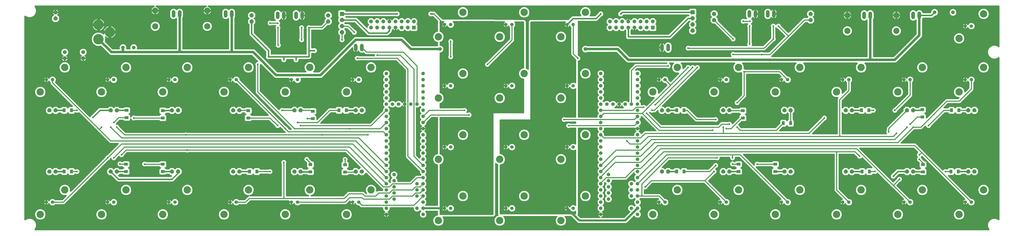
<source format=gbr>
G04 EAGLE Gerber RS-274X export*
G75*
%MOMM*%
%FSLAX34Y34*%
%LPD*%
%INTop Copper*%
%IPPOS*%
%AMOC8*
5,1,8,0,0,1.08239X$1,22.5*%
G01*
%ADD10C,1.473200*%
%ADD11C,1.398000*%
%ADD12C,3.015000*%
%ADD13P,1.814519X8X22.500000*%
%ADD14P,1.814519X8X202.500000*%
%ADD15P,1.732040X8X292.500000*%
%ADD16C,1.600200*%
%ADD17C,4.318000*%
%ADD18P,1.814519X8X112.500000*%
%ADD19C,1.524000*%
%ADD20R,1.300000X1.600000*%
%ADD21R,1.600000X1.300000*%
%ADD22R,1.524000X1.524000*%
%ADD23P,1.649562X8X112.500000*%
%ADD24P,1.924489X8X202.500000*%
%ADD25R,1.778000X1.778000*%
%ADD26C,2.540000*%
%ADD27C,1.500000*%
%ADD28C,0.756400*%
%ADD29C,0.406400*%
%ADD30C,0.609600*%
%ADD31C,1.016000*%
%ADD32C,0.812800*%
%ADD33P,0.818720X8X22.500000*%

G36*
X4009071Y10164D02*
X4009071Y10164D01*
X4009109Y10162D01*
X4009317Y10184D01*
X4009525Y10201D01*
X4009562Y10210D01*
X4009600Y10214D01*
X4009802Y10269D01*
X4010004Y10319D01*
X4010039Y10334D01*
X4010076Y10345D01*
X4010266Y10432D01*
X4010457Y10514D01*
X4010489Y10534D01*
X4010524Y10550D01*
X4010697Y10667D01*
X4010873Y10779D01*
X4010902Y10804D01*
X4010933Y10826D01*
X4011085Y10969D01*
X4011241Y11108D01*
X4011265Y11138D01*
X4011293Y11164D01*
X4011420Y11329D01*
X4011551Y11492D01*
X4011570Y11525D01*
X4011593Y11555D01*
X4011692Y11739D01*
X4011795Y11920D01*
X4011808Y11956D01*
X4011826Y11990D01*
X4011894Y12187D01*
X4011967Y12383D01*
X4011974Y12420D01*
X4011986Y12456D01*
X4012021Y12663D01*
X4012061Y12867D01*
X4012062Y12905D01*
X4012069Y12943D01*
X4012070Y13152D01*
X4012077Y13360D01*
X4012072Y13398D01*
X4012072Y13436D01*
X4012039Y13642D01*
X4012012Y13849D01*
X4012001Y13886D01*
X4011995Y13923D01*
X4011930Y14121D01*
X4011870Y14321D01*
X4011853Y14356D01*
X4011841Y14392D01*
X4011745Y14577D01*
X4011653Y14765D01*
X4011631Y14796D01*
X4011613Y14830D01*
X4011555Y14902D01*
X4011367Y15167D01*
X4011246Y15289D01*
X4011188Y15363D01*
X4011060Y15491D01*
X4007574Y21529D01*
X4005769Y28264D01*
X4005769Y35236D01*
X4007574Y41971D01*
X4011060Y48010D01*
X4015990Y52940D01*
X4022029Y56426D01*
X4028764Y58231D01*
X4035736Y58231D01*
X4042471Y56426D01*
X4048521Y52933D01*
X4048666Y52816D01*
X4048825Y52681D01*
X4048857Y52662D01*
X4048887Y52638D01*
X4049068Y52535D01*
X4049247Y52427D01*
X4049282Y52412D01*
X4049315Y52394D01*
X4049511Y52321D01*
X4049705Y52243D01*
X4049742Y52235D01*
X4049778Y52222D01*
X4049983Y52182D01*
X4050187Y52137D01*
X4050225Y52134D01*
X4050262Y52127D01*
X4050470Y52121D01*
X4050679Y52109D01*
X4050717Y52113D01*
X4050755Y52112D01*
X4050961Y52139D01*
X4051170Y52161D01*
X4051207Y52171D01*
X4051244Y52176D01*
X4051444Y52236D01*
X4051646Y52292D01*
X4051680Y52308D01*
X4051717Y52318D01*
X4051904Y52410D01*
X4052094Y52497D01*
X4052126Y52519D01*
X4052160Y52535D01*
X4052330Y52656D01*
X4052504Y52773D01*
X4052531Y52799D01*
X4052562Y52821D01*
X4052710Y52967D01*
X4052863Y53111D01*
X4052886Y53141D01*
X4052913Y53167D01*
X4053036Y53336D01*
X4053163Y53502D01*
X4053181Y53535D01*
X4053204Y53566D01*
X4053298Y53752D01*
X4053397Y53937D01*
X4053409Y53973D01*
X4053426Y54006D01*
X4053489Y54205D01*
X4053557Y54403D01*
X4053563Y54441D01*
X4053574Y54477D01*
X4053585Y54569D01*
X4053639Y54890D01*
X4053640Y55061D01*
X4053651Y55155D01*
X4053792Y726035D01*
X4053789Y726073D01*
X4053791Y726112D01*
X4053769Y726320D01*
X4053752Y726527D01*
X4053743Y726564D01*
X4053739Y726602D01*
X4053683Y726804D01*
X4053633Y727006D01*
X4053618Y727041D01*
X4053608Y727078D01*
X4053521Y727267D01*
X4053439Y727459D01*
X4053418Y727492D01*
X4053402Y727526D01*
X4053286Y727699D01*
X4053174Y727875D01*
X4053148Y727904D01*
X4053127Y727936D01*
X4052984Y728087D01*
X4052845Y728243D01*
X4052815Y728267D01*
X4052789Y728295D01*
X4052623Y728422D01*
X4052461Y728553D01*
X4052428Y728572D01*
X4052397Y728596D01*
X4052214Y728694D01*
X4052033Y728797D01*
X4051997Y728811D01*
X4051963Y728829D01*
X4051765Y728896D01*
X4051570Y728969D01*
X4051533Y728976D01*
X4051496Y728989D01*
X4051290Y729024D01*
X4051086Y729064D01*
X4051048Y729065D01*
X4051010Y729071D01*
X4050801Y729073D01*
X4050593Y729079D01*
X4050555Y729074D01*
X4050516Y729074D01*
X4050310Y729042D01*
X4050104Y729015D01*
X4050067Y729004D01*
X4050029Y728998D01*
X4049831Y728932D01*
X4049632Y728872D01*
X4049597Y728855D01*
X4049560Y728843D01*
X4049375Y728747D01*
X4049188Y728656D01*
X4049157Y728633D01*
X4049123Y728616D01*
X4049050Y728557D01*
X4048786Y728370D01*
X4048663Y728249D01*
X4048590Y728190D01*
X4048510Y728110D01*
X4042471Y724624D01*
X4035736Y722819D01*
X4028764Y722819D01*
X4022029Y724624D01*
X4015990Y728110D01*
X4011060Y733040D01*
X4007574Y739079D01*
X4005769Y745814D01*
X4005769Y752786D01*
X4007574Y759521D01*
X4011060Y765560D01*
X4015990Y770490D01*
X4022029Y773976D01*
X4028764Y775781D01*
X4035736Y775781D01*
X4042471Y773976D01*
X4048509Y770490D01*
X4048599Y770400D01*
X4048628Y770375D01*
X4048654Y770347D01*
X4048816Y770216D01*
X4048975Y770080D01*
X4049008Y770061D01*
X4049037Y770037D01*
X4049219Y769934D01*
X4049398Y769826D01*
X4049433Y769812D01*
X4049466Y769793D01*
X4049662Y769720D01*
X4049856Y769643D01*
X4049893Y769635D01*
X4049928Y769621D01*
X4050134Y769581D01*
X4050338Y769536D01*
X4050375Y769534D01*
X4050413Y769527D01*
X4050621Y769520D01*
X4050830Y769508D01*
X4050868Y769512D01*
X4050906Y769511D01*
X4051112Y769538D01*
X4051321Y769560D01*
X4051357Y769570D01*
X4051395Y769575D01*
X4051595Y769636D01*
X4051796Y769691D01*
X4051831Y769707D01*
X4051867Y769718D01*
X4052055Y769810D01*
X4052245Y769897D01*
X4052276Y769918D01*
X4052310Y769935D01*
X4052481Y770056D01*
X4052654Y770172D01*
X4052682Y770198D01*
X4052713Y770220D01*
X4052862Y770367D01*
X4053014Y770510D01*
X4053037Y770540D01*
X4053064Y770567D01*
X4053187Y770736D01*
X4053314Y770901D01*
X4053332Y770935D01*
X4053354Y770965D01*
X4053449Y771152D01*
X4053547Y771336D01*
X4053560Y771372D01*
X4053577Y771406D01*
X4053639Y771604D01*
X4053707Y771803D01*
X4053714Y771840D01*
X4053725Y771876D01*
X4053735Y771968D01*
X4053790Y772289D01*
X4053791Y772461D01*
X4053802Y772554D01*
X4053837Y939291D01*
X4053830Y939368D01*
X4053833Y939444D01*
X4053810Y939613D01*
X4053797Y939783D01*
X4053778Y939857D01*
X4053768Y939933D01*
X4053719Y940097D01*
X4053678Y940262D01*
X4053648Y940332D01*
X4053626Y940406D01*
X4053551Y940559D01*
X4053484Y940715D01*
X4053442Y940780D01*
X4053409Y940849D01*
X4053310Y940987D01*
X4053219Y941132D01*
X4053168Y941189D01*
X4053123Y941251D01*
X4053004Y941372D01*
X4052890Y941499D01*
X4052830Y941548D01*
X4052777Y941602D01*
X4052639Y941702D01*
X4052506Y941809D01*
X4052440Y941847D01*
X4052378Y941892D01*
X4052226Y941969D01*
X4052078Y942054D01*
X4052006Y942080D01*
X4051938Y942115D01*
X4051775Y942166D01*
X4051615Y942225D01*
X4051540Y942240D01*
X4051467Y942263D01*
X4051362Y942275D01*
X4051131Y942320D01*
X4050894Y942327D01*
X4050789Y942339D01*
X772609Y942339D01*
X772514Y942332D01*
X772419Y942333D01*
X772269Y942312D01*
X772117Y942299D01*
X772024Y942276D01*
X771930Y942263D01*
X771786Y942217D01*
X771638Y942181D01*
X771551Y942143D01*
X771460Y942114D01*
X771324Y942046D01*
X771185Y941986D01*
X771105Y941935D01*
X771020Y941892D01*
X770897Y941803D01*
X770769Y941721D01*
X770698Y941658D01*
X770621Y941602D01*
X770514Y941493D01*
X770401Y941392D01*
X770341Y941318D01*
X770274Y941251D01*
X770186Y941127D01*
X770091Y941008D01*
X770044Y940926D01*
X769989Y940848D01*
X769922Y940712D01*
X769847Y940580D01*
X769814Y940491D01*
X769772Y940405D01*
X769728Y940260D01*
X769675Y940117D01*
X769657Y940024D01*
X769629Y939933D01*
X769610Y939782D01*
X769581Y939633D01*
X769578Y939538D01*
X769565Y939444D01*
X769570Y939291D01*
X769565Y939140D01*
X769578Y939046D01*
X769581Y938951D01*
X769610Y938801D01*
X769630Y938651D01*
X769657Y938560D01*
X769675Y938466D01*
X769728Y938324D01*
X769772Y938179D01*
X769814Y938093D01*
X769847Y938004D01*
X769922Y937872D01*
X769989Y937735D01*
X770044Y937658D01*
X770091Y937575D01*
X770186Y937457D01*
X770274Y937333D01*
X770341Y937265D01*
X770401Y937191D01*
X770514Y937090D01*
X770621Y936982D01*
X770698Y936926D01*
X770769Y936863D01*
X770897Y936781D01*
X771020Y936692D01*
X771105Y936649D01*
X771185Y936598D01*
X771280Y936561D01*
X771460Y936469D01*
X771723Y936387D01*
X771820Y936349D01*
X773260Y935963D01*
X775105Y935198D01*
X776836Y934199D01*
X778421Y932983D01*
X779833Y931571D01*
X781049Y929986D01*
X782048Y928255D01*
X782813Y926410D01*
X783258Y924749D01*
X768552Y924749D01*
X768476Y924743D01*
X768400Y924745D01*
X768323Y924735D01*
X768253Y924737D01*
X768148Y924749D01*
X753442Y924749D01*
X753887Y926410D01*
X754652Y928255D01*
X755651Y929986D01*
X756867Y931571D01*
X758279Y932983D01*
X759864Y934199D01*
X761595Y935198D01*
X763440Y935963D01*
X764880Y936349D01*
X764970Y936381D01*
X765062Y936403D01*
X765201Y936463D01*
X765345Y936514D01*
X765428Y936560D01*
X765515Y936598D01*
X765643Y936679D01*
X765776Y936753D01*
X765851Y936812D01*
X765931Y936863D01*
X766044Y936964D01*
X766164Y937058D01*
X766228Y937128D01*
X766299Y937192D01*
X766395Y937310D01*
X766497Y937422D01*
X766550Y937502D01*
X766609Y937576D01*
X766684Y937707D01*
X766768Y937835D01*
X766806Y937922D01*
X766853Y938004D01*
X766906Y938147D01*
X766968Y938286D01*
X766992Y938378D01*
X767025Y938467D01*
X767054Y938616D01*
X767092Y938763D01*
X767101Y938858D01*
X767119Y938951D01*
X767124Y939103D01*
X767138Y939254D01*
X767132Y939349D01*
X767135Y939444D01*
X767115Y939595D01*
X767105Y939746D01*
X767083Y939839D01*
X767070Y939933D01*
X767027Y940079D01*
X766992Y940227D01*
X766955Y940314D01*
X766928Y940406D01*
X766861Y940542D01*
X766803Y940682D01*
X766753Y940763D01*
X766711Y940849D01*
X766623Y940972D01*
X766543Y941102D01*
X766481Y941173D01*
X766426Y941251D01*
X766319Y941359D01*
X766219Y941474D01*
X766146Y941534D01*
X766079Y941602D01*
X765956Y941691D01*
X765839Y941788D01*
X765757Y941836D01*
X765680Y941892D01*
X765545Y941961D01*
X765413Y942038D01*
X765324Y942072D01*
X765240Y942115D01*
X765095Y942160D01*
X764953Y942215D01*
X764860Y942234D01*
X764769Y942263D01*
X764668Y942274D01*
X764470Y942316D01*
X764195Y942328D01*
X764091Y942339D01*
X556709Y942339D01*
X556614Y942332D01*
X556519Y942333D01*
X556368Y942312D01*
X556217Y942299D01*
X556124Y942276D01*
X556030Y942263D01*
X555886Y942217D01*
X555738Y942181D01*
X555651Y942143D01*
X555560Y942114D01*
X555424Y942046D01*
X555285Y941986D01*
X555205Y941935D01*
X555120Y941892D01*
X554997Y941803D01*
X554869Y941721D01*
X554798Y941658D01*
X554721Y941602D01*
X554614Y941493D01*
X554501Y941392D01*
X554441Y941318D01*
X554374Y941251D01*
X554286Y941127D01*
X554191Y941008D01*
X554144Y940926D01*
X554089Y940848D01*
X554022Y940712D01*
X553947Y940580D01*
X553914Y940490D01*
X553872Y940405D01*
X553828Y940260D01*
X553775Y940117D01*
X553757Y940024D01*
X553729Y939933D01*
X553710Y939782D01*
X553680Y939633D01*
X553678Y939538D01*
X553665Y939444D01*
X553670Y939291D01*
X553665Y939140D01*
X553678Y939046D01*
X553681Y938951D01*
X553710Y938801D01*
X553730Y938651D01*
X553757Y938560D01*
X553775Y938466D01*
X553828Y938324D01*
X553872Y938179D01*
X553914Y938093D01*
X553947Y938004D01*
X554022Y937872D01*
X554089Y937735D01*
X554144Y937658D01*
X554191Y937575D01*
X554287Y937457D01*
X554374Y937333D01*
X554441Y937265D01*
X554501Y937191D01*
X554614Y937090D01*
X554721Y936982D01*
X554798Y936926D01*
X554869Y936863D01*
X554997Y936781D01*
X555120Y936692D01*
X555205Y936649D01*
X555285Y936598D01*
X555380Y936561D01*
X555560Y936469D01*
X555823Y936386D01*
X555920Y936349D01*
X557360Y935963D01*
X559205Y935198D01*
X560936Y934199D01*
X562521Y932983D01*
X563933Y931571D01*
X565149Y929986D01*
X566148Y928255D01*
X566913Y926410D01*
X567358Y924749D01*
X552652Y924749D01*
X552576Y924743D01*
X552500Y924745D01*
X552423Y924735D01*
X552353Y924737D01*
X552248Y924749D01*
X537542Y924749D01*
X537987Y926410D01*
X538752Y928255D01*
X539751Y929986D01*
X540967Y931571D01*
X542379Y932983D01*
X543964Y934199D01*
X545695Y935198D01*
X547540Y935963D01*
X548980Y936349D01*
X549070Y936381D01*
X549162Y936403D01*
X549302Y936463D01*
X549445Y936514D01*
X549528Y936560D01*
X549615Y936598D01*
X549743Y936680D01*
X549876Y936753D01*
X549951Y936812D01*
X550031Y936863D01*
X550145Y936964D01*
X550264Y937058D01*
X550328Y937128D01*
X550399Y937192D01*
X550495Y937310D01*
X550597Y937422D01*
X550649Y937502D01*
X550709Y937576D01*
X550784Y937708D01*
X550868Y937835D01*
X550906Y937922D01*
X550953Y938004D01*
X551006Y938147D01*
X551068Y938286D01*
X551092Y938378D01*
X551125Y938467D01*
X551154Y938616D01*
X551192Y938763D01*
X551201Y938858D01*
X551220Y938951D01*
X551224Y939103D01*
X551238Y939254D01*
X551232Y939349D01*
X551235Y939444D01*
X551215Y939595D01*
X551205Y939746D01*
X551183Y939839D01*
X551170Y939933D01*
X551127Y940079D01*
X551092Y940227D01*
X551055Y940314D01*
X551028Y940406D01*
X550961Y940542D01*
X550903Y940682D01*
X550853Y940763D01*
X550811Y940849D01*
X550723Y940973D01*
X550643Y941102D01*
X550581Y941173D01*
X550526Y941251D01*
X550419Y941359D01*
X550319Y941474D01*
X550246Y941534D01*
X550179Y941602D01*
X550056Y941691D01*
X549939Y941788D01*
X549857Y941836D01*
X549780Y941892D01*
X549645Y941961D01*
X549513Y942038D01*
X549424Y942072D01*
X549340Y942115D01*
X549195Y942160D01*
X549053Y942215D01*
X548960Y942234D01*
X548869Y942263D01*
X548768Y942274D01*
X548570Y942316D01*
X548295Y942328D01*
X548191Y942339D01*
X54967Y942339D01*
X54929Y942336D01*
X54891Y942338D01*
X54683Y942316D01*
X54475Y942299D01*
X54438Y942290D01*
X54400Y942286D01*
X54198Y942231D01*
X53996Y942181D01*
X53961Y942166D01*
X53924Y942155D01*
X53734Y942068D01*
X53543Y941986D01*
X53511Y941966D01*
X53476Y941950D01*
X53303Y941833D01*
X53127Y941721D01*
X53098Y941696D01*
X53067Y941674D01*
X52915Y941531D01*
X52759Y941392D01*
X52735Y941362D01*
X52707Y941336D01*
X52580Y941171D01*
X52449Y941008D01*
X52430Y940975D01*
X52407Y940945D01*
X52308Y940761D01*
X52205Y940580D01*
X52192Y940544D01*
X52174Y940510D01*
X52106Y940313D01*
X52033Y940117D01*
X52026Y940080D01*
X52014Y940044D01*
X51979Y939837D01*
X51939Y939633D01*
X51938Y939595D01*
X51931Y939557D01*
X51930Y939347D01*
X51923Y939140D01*
X51928Y939102D01*
X51928Y939064D01*
X51961Y938858D01*
X51988Y938651D01*
X51999Y938614D01*
X52005Y938577D01*
X52070Y938379D01*
X52130Y938179D01*
X52147Y938144D01*
X52159Y938108D01*
X52255Y937923D01*
X52347Y937735D01*
X52369Y937704D01*
X52387Y937670D01*
X52445Y937598D01*
X52633Y937333D01*
X52754Y937211D01*
X52812Y937137D01*
X52940Y937009D01*
X56426Y930971D01*
X58231Y924236D01*
X58231Y917264D01*
X56426Y910529D01*
X52940Y904490D01*
X48010Y899560D01*
X41971Y896074D01*
X35236Y894269D01*
X28264Y894269D01*
X21529Y896074D01*
X15491Y899560D01*
X15363Y899688D01*
X15334Y899713D01*
X15308Y899741D01*
X15146Y899872D01*
X14987Y900007D01*
X14954Y900027D01*
X14924Y900051D01*
X14744Y900154D01*
X14564Y900262D01*
X14529Y900276D01*
X14496Y900295D01*
X14300Y900368D01*
X14106Y900445D01*
X14069Y900453D01*
X14033Y900467D01*
X13828Y900507D01*
X13625Y900552D01*
X13586Y900554D01*
X13549Y900561D01*
X13341Y900568D01*
X13132Y900579D01*
X13094Y900575D01*
X13056Y900577D01*
X12849Y900549D01*
X12641Y900527D01*
X12605Y900517D01*
X12567Y900512D01*
X12367Y900452D01*
X12166Y900397D01*
X12131Y900381D01*
X12094Y900370D01*
X11907Y900278D01*
X11717Y900191D01*
X11686Y900170D01*
X11651Y900153D01*
X11481Y900032D01*
X11308Y899916D01*
X11280Y899889D01*
X11249Y899867D01*
X11101Y899721D01*
X10948Y899578D01*
X10925Y899547D01*
X10898Y899521D01*
X10775Y899352D01*
X10648Y899186D01*
X10630Y899153D01*
X10608Y899122D01*
X10514Y898935D01*
X10415Y898752D01*
X10403Y898716D01*
X10385Y898681D01*
X10323Y898482D01*
X10255Y898285D01*
X10249Y898247D01*
X10237Y898211D01*
X10227Y898118D01*
X10172Y897799D01*
X10171Y897627D01*
X10161Y897533D01*
X10161Y54967D01*
X10164Y54929D01*
X10162Y54891D01*
X10184Y54683D01*
X10201Y54475D01*
X10210Y54438D01*
X10214Y54400D01*
X10269Y54198D01*
X10319Y53996D01*
X10334Y53961D01*
X10345Y53924D01*
X10432Y53734D01*
X10514Y53543D01*
X10534Y53511D01*
X10550Y53476D01*
X10667Y53303D01*
X10779Y53127D01*
X10804Y53098D01*
X10826Y53067D01*
X10969Y52915D01*
X11108Y52759D01*
X11138Y52735D01*
X11164Y52707D01*
X11329Y52580D01*
X11492Y52449D01*
X11525Y52430D01*
X11555Y52407D01*
X11739Y52308D01*
X11920Y52205D01*
X11956Y52192D01*
X11990Y52174D01*
X12187Y52106D01*
X12383Y52033D01*
X12420Y52026D01*
X12456Y52014D01*
X12663Y51979D01*
X12867Y51939D01*
X12905Y51938D01*
X12943Y51931D01*
X13152Y51930D01*
X13360Y51923D01*
X13398Y51928D01*
X13436Y51928D01*
X13642Y51961D01*
X13849Y51988D01*
X13886Y51999D01*
X13923Y52005D01*
X14121Y52070D01*
X14321Y52130D01*
X14356Y52147D01*
X14392Y52159D01*
X14577Y52255D01*
X14765Y52347D01*
X14796Y52369D01*
X14830Y52387D01*
X14902Y52445D01*
X15167Y52633D01*
X15289Y52754D01*
X15363Y52812D01*
X15491Y52940D01*
X21529Y56426D01*
X28264Y58231D01*
X35236Y58231D01*
X41971Y56426D01*
X48010Y52940D01*
X52940Y48010D01*
X56426Y41971D01*
X58231Y35236D01*
X58231Y28264D01*
X56426Y21529D01*
X52940Y15491D01*
X52812Y15363D01*
X52787Y15334D01*
X52759Y15308D01*
X52628Y15146D01*
X52493Y14987D01*
X52473Y14954D01*
X52449Y14924D01*
X52346Y14744D01*
X52238Y14564D01*
X52224Y14529D01*
X52205Y14496D01*
X52132Y14300D01*
X52055Y14106D01*
X52047Y14069D01*
X52033Y14033D01*
X51993Y13828D01*
X51948Y13625D01*
X51946Y13586D01*
X51939Y13549D01*
X51932Y13341D01*
X51921Y13132D01*
X51925Y13094D01*
X51923Y13056D01*
X51951Y12849D01*
X51973Y12641D01*
X51983Y12605D01*
X51988Y12567D01*
X52048Y12367D01*
X52103Y12166D01*
X52119Y12131D01*
X52130Y12094D01*
X52222Y11907D01*
X52309Y11717D01*
X52330Y11686D01*
X52347Y11651D01*
X52468Y11481D01*
X52584Y11308D01*
X52611Y11280D01*
X52633Y11249D01*
X52779Y11101D01*
X52922Y10948D01*
X52953Y10925D01*
X52979Y10898D01*
X53148Y10775D01*
X53314Y10648D01*
X53347Y10630D01*
X53378Y10608D01*
X53565Y10514D01*
X53748Y10415D01*
X53784Y10403D01*
X53819Y10385D01*
X54018Y10323D01*
X54215Y10255D01*
X54253Y10249D01*
X54289Y10237D01*
X54382Y10227D01*
X54701Y10172D01*
X54873Y10171D01*
X54967Y10161D01*
X4009033Y10161D01*
X4009071Y10164D01*
G37*
%LPC*%
G36*
X1722989Y29628D02*
X1722989Y29628D01*
X1715207Y32851D01*
X1709251Y38807D01*
X1706028Y46589D01*
X1706028Y55011D01*
X1709251Y62793D01*
X1715207Y68749D01*
X1723540Y72200D01*
X1723734Y72300D01*
X1723931Y72396D01*
X1723954Y72412D01*
X1723979Y72425D01*
X1724155Y72555D01*
X1724333Y72681D01*
X1724353Y72701D01*
X1724376Y72718D01*
X1724529Y72875D01*
X1724684Y73028D01*
X1724701Y73051D01*
X1724721Y73071D01*
X1724846Y73250D01*
X1724974Y73427D01*
X1724987Y73452D01*
X1725004Y73475D01*
X1725099Y73673D01*
X1725197Y73867D01*
X1725205Y73894D01*
X1725218Y73920D01*
X1725279Y74129D01*
X1725345Y74338D01*
X1725348Y74361D01*
X1725357Y74393D01*
X1725418Y74883D01*
X1725415Y74963D01*
X1725421Y75015D01*
X1725421Y88392D01*
X1725415Y88468D01*
X1725417Y88544D01*
X1725395Y88713D01*
X1725381Y88884D01*
X1725363Y88958D01*
X1725353Y89033D01*
X1725304Y89197D01*
X1725263Y89363D01*
X1725233Y89432D01*
X1725211Y89506D01*
X1725135Y89659D01*
X1725068Y89816D01*
X1725027Y89880D01*
X1724994Y89949D01*
X1724895Y90088D01*
X1724803Y90232D01*
X1724752Y90289D01*
X1724708Y90351D01*
X1724588Y90472D01*
X1724474Y90600D01*
X1724415Y90648D01*
X1724361Y90702D01*
X1724223Y90803D01*
X1724090Y90910D01*
X1724024Y90947D01*
X1723963Y90992D01*
X1723810Y91069D01*
X1723662Y91154D01*
X1723590Y91180D01*
X1723522Y91215D01*
X1723359Y91266D01*
X1723199Y91325D01*
X1723124Y91340D01*
X1723052Y91363D01*
X1722947Y91375D01*
X1722715Y91420D01*
X1722479Y91427D01*
X1722374Y91439D01*
X1674857Y91439D01*
X1674819Y91436D01*
X1674781Y91438D01*
X1674573Y91416D01*
X1674365Y91399D01*
X1674328Y91390D01*
X1674290Y91386D01*
X1674089Y91331D01*
X1673886Y91281D01*
X1673851Y91266D01*
X1673814Y91255D01*
X1673624Y91168D01*
X1673433Y91086D01*
X1673400Y91066D01*
X1673366Y91050D01*
X1673193Y90933D01*
X1673017Y90821D01*
X1672988Y90796D01*
X1672957Y90774D01*
X1672804Y90631D01*
X1672649Y90492D01*
X1672625Y90463D01*
X1672597Y90437D01*
X1672470Y90270D01*
X1672339Y90108D01*
X1672320Y90076D01*
X1672297Y90045D01*
X1672198Y89861D01*
X1672095Y89680D01*
X1672082Y89644D01*
X1672064Y89610D01*
X1671996Y89413D01*
X1671923Y89217D01*
X1671916Y89180D01*
X1671904Y89144D01*
X1671868Y88937D01*
X1671829Y88733D01*
X1671827Y88695D01*
X1671821Y88657D01*
X1671820Y88448D01*
X1671813Y88240D01*
X1671818Y88202D01*
X1671818Y88164D01*
X1671850Y87957D01*
X1671878Y87751D01*
X1671889Y87714D01*
X1671895Y87677D01*
X1671960Y87478D01*
X1672020Y87279D01*
X1672037Y87244D01*
X1672049Y87208D01*
X1672145Y87023D01*
X1672237Y86835D01*
X1672259Y86804D01*
X1672277Y86770D01*
X1672335Y86698D01*
X1672522Y86433D01*
X1672643Y86311D01*
X1672702Y86237D01*
X1675113Y83826D01*
X1677163Y78878D01*
X1677163Y73522D01*
X1675113Y68574D01*
X1671326Y64787D01*
X1666378Y62737D01*
X1661022Y62737D01*
X1656074Y64787D01*
X1652287Y68574D01*
X1650237Y73522D01*
X1650237Y78878D01*
X1652287Y83826D01*
X1655206Y86745D01*
X1655255Y86803D01*
X1655311Y86855D01*
X1655415Y86991D01*
X1655526Y87121D01*
X1655565Y87187D01*
X1655611Y87247D01*
X1655692Y87397D01*
X1655780Y87544D01*
X1655808Y87614D01*
X1655844Y87682D01*
X1655900Y87843D01*
X1655963Y88002D01*
X1655980Y88076D01*
X1656004Y88148D01*
X1656033Y88317D01*
X1656070Y88483D01*
X1656074Y88560D01*
X1656087Y88635D01*
X1656088Y88806D01*
X1656098Y88976D01*
X1656090Y89052D01*
X1656090Y89128D01*
X1656064Y89297D01*
X1656045Y89467D01*
X1656025Y89540D01*
X1656013Y89615D01*
X1655960Y89778D01*
X1655915Y89942D01*
X1655883Y90012D01*
X1655859Y90084D01*
X1655780Y90236D01*
X1655709Y90391D01*
X1655667Y90454D01*
X1655631Y90522D01*
X1655566Y90604D01*
X1655434Y90800D01*
X1655272Y90972D01*
X1655206Y91055D01*
X1653155Y93106D01*
X1653097Y93155D01*
X1653044Y93211D01*
X1652909Y93315D01*
X1652779Y93426D01*
X1652714Y93465D01*
X1652653Y93511D01*
X1652503Y93592D01*
X1652356Y93680D01*
X1652285Y93708D01*
X1652218Y93744D01*
X1652057Y93800D01*
X1651898Y93863D01*
X1651824Y93880D01*
X1651752Y93904D01*
X1651583Y93933D01*
X1651416Y93970D01*
X1651340Y93974D01*
X1651265Y93987D01*
X1651094Y93988D01*
X1650924Y93998D01*
X1650848Y93990D01*
X1650772Y93990D01*
X1650603Y93964D01*
X1650433Y93945D01*
X1650360Y93925D01*
X1650285Y93913D01*
X1650122Y93860D01*
X1649958Y93815D01*
X1649888Y93783D01*
X1649816Y93759D01*
X1649665Y93680D01*
X1649509Y93609D01*
X1649446Y93567D01*
X1649378Y93531D01*
X1649296Y93466D01*
X1649100Y93334D01*
X1648928Y93172D01*
X1648845Y93106D01*
X1645926Y90187D01*
X1640978Y88137D01*
X1635622Y88137D01*
X1630674Y90187D01*
X1626887Y93974D01*
X1624837Y98922D01*
X1624837Y103124D01*
X1624831Y103200D01*
X1624833Y103276D01*
X1624811Y103445D01*
X1624797Y103616D01*
X1624779Y103690D01*
X1624769Y103765D01*
X1624720Y103929D01*
X1624679Y104095D01*
X1624649Y104164D01*
X1624627Y104238D01*
X1624551Y104391D01*
X1624484Y104548D01*
X1624443Y104612D01*
X1624410Y104681D01*
X1624311Y104820D01*
X1624219Y104964D01*
X1624168Y105021D01*
X1624124Y105083D01*
X1624004Y105204D01*
X1623890Y105332D01*
X1623831Y105380D01*
X1623777Y105434D01*
X1623639Y105535D01*
X1623506Y105642D01*
X1623440Y105679D01*
X1623379Y105724D01*
X1623226Y105801D01*
X1623078Y105886D01*
X1623006Y105912D01*
X1622938Y105947D01*
X1622775Y105998D01*
X1622615Y106057D01*
X1622540Y106072D01*
X1622468Y106095D01*
X1622363Y106107D01*
X1622131Y106152D01*
X1621895Y106159D01*
X1621790Y106171D01*
X1527810Y106171D01*
X1527734Y106165D01*
X1527658Y106167D01*
X1527489Y106145D01*
X1527318Y106131D01*
X1527244Y106113D01*
X1527169Y106103D01*
X1527005Y106054D01*
X1526839Y106013D01*
X1526770Y105983D01*
X1526696Y105961D01*
X1526543Y105885D01*
X1526386Y105818D01*
X1526322Y105777D01*
X1526253Y105744D01*
X1526114Y105645D01*
X1525970Y105553D01*
X1525913Y105502D01*
X1525851Y105458D01*
X1525730Y105338D01*
X1525602Y105224D01*
X1525554Y105165D01*
X1525500Y105111D01*
X1525399Y104973D01*
X1525292Y104840D01*
X1525255Y104774D01*
X1525210Y104713D01*
X1525133Y104560D01*
X1525048Y104412D01*
X1525022Y104340D01*
X1524987Y104272D01*
X1524936Y104109D01*
X1524877Y103949D01*
X1524862Y103874D01*
X1524839Y103802D01*
X1524827Y103697D01*
X1524782Y103465D01*
X1524775Y103229D01*
X1524763Y103124D01*
X1524763Y98922D01*
X1522713Y93974D01*
X1518926Y90187D01*
X1517570Y89625D01*
X1517416Y89546D01*
X1517258Y89475D01*
X1517196Y89434D01*
X1517131Y89400D01*
X1516991Y89297D01*
X1516847Y89201D01*
X1516793Y89151D01*
X1516734Y89107D01*
X1516613Y88983D01*
X1516486Y88865D01*
X1516441Y88807D01*
X1516389Y88754D01*
X1516290Y88612D01*
X1516184Y88476D01*
X1516149Y88410D01*
X1516106Y88350D01*
X1516031Y88194D01*
X1515949Y88042D01*
X1515924Y87972D01*
X1515892Y87905D01*
X1515843Y87739D01*
X1515786Y87576D01*
X1515774Y87503D01*
X1515753Y87432D01*
X1515731Y87261D01*
X1515701Y87090D01*
X1515701Y87016D01*
X1515691Y86942D01*
X1515698Y86770D01*
X1515696Y86597D01*
X1515707Y86523D01*
X1515710Y86449D01*
X1515744Y86280D01*
X1515770Y86109D01*
X1515793Y86039D01*
X1515808Y85966D01*
X1515869Y85804D01*
X1515922Y85640D01*
X1515956Y85574D01*
X1515982Y85504D01*
X1516069Y85354D01*
X1516148Y85201D01*
X1516192Y85142D01*
X1516229Y85077D01*
X1516338Y84943D01*
X1516441Y84804D01*
X1516484Y84765D01*
X1516541Y84695D01*
X1516911Y84369D01*
X1516932Y84356D01*
X1516945Y84344D01*
X1517754Y83756D01*
X1518856Y82654D01*
X1519773Y81392D01*
X1520481Y80003D01*
X1520726Y79247D01*
X1511300Y79247D01*
X1501874Y79247D01*
X1502119Y80003D01*
X1502827Y81392D01*
X1503744Y82654D01*
X1504846Y83756D01*
X1505655Y84344D01*
X1505787Y84457D01*
X1505923Y84563D01*
X1505974Y84617D01*
X1506030Y84666D01*
X1506141Y84798D01*
X1506259Y84925D01*
X1506300Y84987D01*
X1506347Y85043D01*
X1506436Y85192D01*
X1506531Y85336D01*
X1506562Y85403D01*
X1506600Y85467D01*
X1506663Y85628D01*
X1506734Y85786D01*
X1506754Y85857D01*
X1506781Y85926D01*
X1506817Y86095D01*
X1506862Y86262D01*
X1506869Y86336D01*
X1506885Y86408D01*
X1506894Y86581D01*
X1506911Y86753D01*
X1506906Y86827D01*
X1506910Y86901D01*
X1506891Y87073D01*
X1506880Y87245D01*
X1506864Y87317D01*
X1506856Y87391D01*
X1506809Y87558D01*
X1506770Y87726D01*
X1506743Y87795D01*
X1506723Y87866D01*
X1506650Y88023D01*
X1506584Y88183D01*
X1506546Y88246D01*
X1506515Y88314D01*
X1506417Y88457D01*
X1506327Y88604D01*
X1506279Y88660D01*
X1506237Y88722D01*
X1506118Y88847D01*
X1506005Y88978D01*
X1505949Y89026D01*
X1505898Y89079D01*
X1505760Y89184D01*
X1505627Y89295D01*
X1505576Y89323D01*
X1505505Y89378D01*
X1505069Y89609D01*
X1505046Y89617D01*
X1505030Y89625D01*
X1503674Y90187D01*
X1499887Y93974D01*
X1497837Y98922D01*
X1497837Y103124D01*
X1497831Y103200D01*
X1497833Y103276D01*
X1497811Y103445D01*
X1497797Y103616D01*
X1497779Y103690D01*
X1497769Y103765D01*
X1497720Y103929D01*
X1497679Y104095D01*
X1497649Y104164D01*
X1497627Y104238D01*
X1497551Y104391D01*
X1497484Y104548D01*
X1497443Y104612D01*
X1497410Y104681D01*
X1497311Y104820D01*
X1497219Y104964D01*
X1497168Y105021D01*
X1497124Y105083D01*
X1497004Y105204D01*
X1496890Y105332D01*
X1496831Y105380D01*
X1496777Y105434D01*
X1496639Y105535D01*
X1496506Y105642D01*
X1496440Y105679D01*
X1496379Y105724D01*
X1496226Y105801D01*
X1496078Y105886D01*
X1496006Y105912D01*
X1495938Y105947D01*
X1495775Y105998D01*
X1495615Y106057D01*
X1495540Y106072D01*
X1495468Y106095D01*
X1495363Y106107D01*
X1495131Y106152D01*
X1494895Y106159D01*
X1494790Y106171D01*
X1408083Y106171D01*
X1405095Y107409D01*
X1399483Y113021D01*
X1399397Y113095D01*
X1399316Y113176D01*
X1399209Y113254D01*
X1399108Y113340D01*
X1399010Y113399D01*
X1398917Y113466D01*
X1398799Y113526D01*
X1398685Y113595D01*
X1398579Y113637D01*
X1398477Y113689D01*
X1398350Y113729D01*
X1398227Y113778D01*
X1398116Y113803D01*
X1398006Y113837D01*
X1397913Y113847D01*
X1397745Y113885D01*
X1397421Y113903D01*
X1397329Y113913D01*
X1394397Y113913D01*
X1389587Y115906D01*
X1385906Y119587D01*
X1385115Y121495D01*
X1385036Y121649D01*
X1384965Y121806D01*
X1384924Y121868D01*
X1384890Y121934D01*
X1384788Y122073D01*
X1384692Y122217D01*
X1384641Y122271D01*
X1384597Y122331D01*
X1384474Y122451D01*
X1384356Y122578D01*
X1384297Y122623D01*
X1384244Y122675D01*
X1384103Y122774D01*
X1383966Y122880D01*
X1383901Y122916D01*
X1383840Y122958D01*
X1383684Y123033D01*
X1383532Y123115D01*
X1383462Y123140D01*
X1383396Y123172D01*
X1383230Y123221D01*
X1383067Y123278D01*
X1382994Y123291D01*
X1382922Y123312D01*
X1382751Y123333D01*
X1382581Y123363D01*
X1382506Y123364D01*
X1382433Y123373D01*
X1382260Y123366D01*
X1382087Y123368D01*
X1382014Y123357D01*
X1381940Y123354D01*
X1381771Y123320D01*
X1381600Y123294D01*
X1381529Y123271D01*
X1381456Y123257D01*
X1381295Y123195D01*
X1381130Y123142D01*
X1381064Y123108D01*
X1380995Y123082D01*
X1380845Y122996D01*
X1380692Y122917D01*
X1380632Y122873D01*
X1380568Y122835D01*
X1380434Y122726D01*
X1380295Y122623D01*
X1380256Y122580D01*
X1380186Y122523D01*
X1379860Y122153D01*
X1379846Y122132D01*
X1379835Y122120D01*
X1378870Y120791D01*
X1377809Y119730D01*
X1376595Y118849D01*
X1375259Y118168D01*
X1374647Y117969D01*
X1374647Y127000D01*
X1374641Y127076D01*
X1374644Y127152D01*
X1374621Y127321D01*
X1374607Y127491D01*
X1374589Y127565D01*
X1374579Y127641D01*
X1374530Y127805D01*
X1374489Y127970D01*
X1374459Y128040D01*
X1374437Y128113D01*
X1374362Y128267D01*
X1374294Y128424D01*
X1374253Y128488D01*
X1374220Y128556D01*
X1374121Y128696D01*
X1374029Y128840D01*
X1373978Y128896D01*
X1373934Y128959D01*
X1373814Y129080D01*
X1373700Y129208D01*
X1373641Y129256D01*
X1373602Y129295D01*
X1373587Y129310D01*
X1373449Y129411D01*
X1373316Y129518D01*
X1373250Y129556D01*
X1373188Y129600D01*
X1373036Y129677D01*
X1372887Y129762D01*
X1372816Y129788D01*
X1372748Y129823D01*
X1372585Y129874D01*
X1372425Y129934D01*
X1372350Y129948D01*
X1372277Y129971D01*
X1372173Y129983D01*
X1371941Y130028D01*
X1371705Y130036D01*
X1371600Y130047D01*
X1362569Y130047D01*
X1362582Y130087D01*
X1362587Y130109D01*
X1362596Y130130D01*
X1362644Y130349D01*
X1362696Y130567D01*
X1362697Y130589D01*
X1362702Y130612D01*
X1362715Y130837D01*
X1362731Y131059D01*
X1362729Y131082D01*
X1362730Y131104D01*
X1362706Y131328D01*
X1362686Y131550D01*
X1362680Y131572D01*
X1362678Y131595D01*
X1362618Y131811D01*
X1362562Y132028D01*
X1362553Y132049D01*
X1362547Y132071D01*
X1362454Y132274D01*
X1362363Y132479D01*
X1362351Y132498D01*
X1362341Y132519D01*
X1362217Y132704D01*
X1362094Y132893D01*
X1362079Y132910D01*
X1362066Y132928D01*
X1361914Y133091D01*
X1361762Y133257D01*
X1361744Y133271D01*
X1361728Y133288D01*
X1361551Y133424D01*
X1361375Y133563D01*
X1361355Y133574D01*
X1361337Y133588D01*
X1361140Y133694D01*
X1360944Y133803D01*
X1360922Y133811D01*
X1360902Y133822D01*
X1360690Y133894D01*
X1360479Y133970D01*
X1360457Y133974D01*
X1360435Y133982D01*
X1360215Y134019D01*
X1359994Y134060D01*
X1359972Y134060D01*
X1359949Y134064D01*
X1359725Y134065D01*
X1359501Y134070D01*
X1359479Y134067D01*
X1359456Y134067D01*
X1359234Y134032D01*
X1359013Y134001D01*
X1358991Y133994D01*
X1358968Y133991D01*
X1358755Y133920D01*
X1358542Y133854D01*
X1358521Y133843D01*
X1358500Y133836D01*
X1358301Y133733D01*
X1358101Y133632D01*
X1358082Y133619D01*
X1358062Y133608D01*
X1358005Y133563D01*
X1357701Y133343D01*
X1357596Y133237D01*
X1357529Y133183D01*
X1344455Y120109D01*
X1341467Y118871D01*
X1154641Y118871D01*
X1154527Y118862D01*
X1154413Y118863D01*
X1154281Y118842D01*
X1154149Y118831D01*
X1154038Y118804D01*
X1153926Y118786D01*
X1153799Y118745D01*
X1153670Y118713D01*
X1153565Y118668D01*
X1153457Y118632D01*
X1153339Y118570D01*
X1153217Y118518D01*
X1153121Y118457D01*
X1153019Y118404D01*
X1152946Y118345D01*
X1152801Y118253D01*
X1152559Y118037D01*
X1152486Y117979D01*
X1150413Y115906D01*
X1145603Y113913D01*
X1140397Y113913D01*
X1135587Y115906D01*
X1131906Y119587D01*
X1131115Y121495D01*
X1131036Y121649D01*
X1130965Y121806D01*
X1130924Y121868D01*
X1130890Y121934D01*
X1130788Y122073D01*
X1130692Y122217D01*
X1130641Y122271D01*
X1130597Y122331D01*
X1130474Y122451D01*
X1130356Y122578D01*
X1130297Y122623D01*
X1130244Y122675D01*
X1130103Y122774D01*
X1129966Y122880D01*
X1129901Y122916D01*
X1129840Y122958D01*
X1129684Y123033D01*
X1129532Y123116D01*
X1129462Y123140D01*
X1129396Y123172D01*
X1129230Y123221D01*
X1129067Y123278D01*
X1128994Y123291D01*
X1128922Y123312D01*
X1128751Y123333D01*
X1128581Y123363D01*
X1128506Y123364D01*
X1128433Y123373D01*
X1128260Y123366D01*
X1128087Y123368D01*
X1128014Y123357D01*
X1127940Y123354D01*
X1127771Y123320D01*
X1127600Y123294D01*
X1127529Y123271D01*
X1127456Y123257D01*
X1127295Y123196D01*
X1127130Y123142D01*
X1127064Y123108D01*
X1126995Y123082D01*
X1126845Y122996D01*
X1126691Y122917D01*
X1126632Y122873D01*
X1126568Y122835D01*
X1126434Y122726D01*
X1126295Y122623D01*
X1126256Y122580D01*
X1126186Y122523D01*
X1125860Y122153D01*
X1125846Y122132D01*
X1125835Y122120D01*
X1124870Y120791D01*
X1123809Y119730D01*
X1122595Y118849D01*
X1121259Y118168D01*
X1120647Y117969D01*
X1120647Y127000D01*
X1120641Y127076D01*
X1120644Y127152D01*
X1120621Y127321D01*
X1120607Y127491D01*
X1120589Y127565D01*
X1120579Y127641D01*
X1120530Y127805D01*
X1120489Y127970D01*
X1120459Y128040D01*
X1120437Y128113D01*
X1120362Y128267D01*
X1120294Y128424D01*
X1120253Y128488D01*
X1120220Y128556D01*
X1120121Y128696D01*
X1120029Y128840D01*
X1119978Y128896D01*
X1119934Y128959D01*
X1119814Y129080D01*
X1119700Y129208D01*
X1119641Y129256D01*
X1119602Y129295D01*
X1119587Y129310D01*
X1119449Y129411D01*
X1119316Y129518D01*
X1119250Y129556D01*
X1119188Y129600D01*
X1119036Y129677D01*
X1118887Y129762D01*
X1118816Y129788D01*
X1118748Y129823D01*
X1118585Y129874D01*
X1118425Y129934D01*
X1118350Y129948D01*
X1118277Y129971D01*
X1118173Y129983D01*
X1117941Y130028D01*
X1117705Y130036D01*
X1117600Y130047D01*
X1108569Y130047D01*
X1108800Y130757D01*
X1108814Y130817D01*
X1108835Y130874D01*
X1108871Y131056D01*
X1108914Y131237D01*
X1108918Y131298D01*
X1108930Y131358D01*
X1108935Y131544D01*
X1108949Y131729D01*
X1108943Y131790D01*
X1108945Y131851D01*
X1108921Y132036D01*
X1108904Y132221D01*
X1108889Y132280D01*
X1108881Y132340D01*
X1108827Y132519D01*
X1108780Y132698D01*
X1108756Y132754D01*
X1108738Y132813D01*
X1108656Y132980D01*
X1108581Y133150D01*
X1108548Y133201D01*
X1108521Y133256D01*
X1108414Y133407D01*
X1108312Y133563D01*
X1108271Y133608D01*
X1108236Y133658D01*
X1108105Y133790D01*
X1107980Y133928D01*
X1107932Y133966D01*
X1107889Y134009D01*
X1107739Y134118D01*
X1107593Y134234D01*
X1107540Y134263D01*
X1107490Y134299D01*
X1107324Y134383D01*
X1107162Y134474D01*
X1107104Y134494D01*
X1107050Y134522D01*
X1106872Y134578D01*
X1106697Y134641D01*
X1106637Y134652D01*
X1106579Y134670D01*
X1106475Y134682D01*
X1106212Y134730D01*
X1106003Y134735D01*
X1105902Y134746D01*
X947604Y134746D01*
X947491Y134737D01*
X947376Y134738D01*
X947245Y134717D01*
X947113Y134706D01*
X947002Y134679D01*
X946889Y134661D01*
X946763Y134620D01*
X946634Y134588D01*
X946529Y134543D01*
X946420Y134507D01*
X946302Y134445D01*
X946180Y134393D01*
X946084Y134332D01*
X945983Y134279D01*
X945909Y134220D01*
X945764Y134128D01*
X945522Y133912D01*
X945450Y133854D01*
X931705Y120109D01*
X928717Y118871D01*
X900641Y118871D01*
X900527Y118862D01*
X900413Y118863D01*
X900282Y118842D01*
X900149Y118831D01*
X900038Y118804D01*
X899926Y118786D01*
X899799Y118745D01*
X899670Y118713D01*
X899566Y118668D01*
X899457Y118632D01*
X899339Y118570D01*
X899217Y118518D01*
X899121Y118457D01*
X899019Y118404D01*
X898946Y118345D01*
X898801Y118253D01*
X898559Y118037D01*
X898486Y117979D01*
X896413Y115906D01*
X891603Y113913D01*
X886397Y113913D01*
X881587Y115906D01*
X877906Y119587D01*
X877115Y121495D01*
X877036Y121649D01*
X876965Y121806D01*
X876924Y121868D01*
X876890Y121934D01*
X876788Y122073D01*
X876692Y122217D01*
X876641Y122271D01*
X876597Y122331D01*
X876474Y122451D01*
X876356Y122578D01*
X876297Y122623D01*
X876244Y122675D01*
X876103Y122774D01*
X875966Y122880D01*
X875901Y122916D01*
X875840Y122958D01*
X875684Y123033D01*
X875532Y123115D01*
X875462Y123140D01*
X875396Y123172D01*
X875230Y123221D01*
X875067Y123278D01*
X874994Y123291D01*
X874922Y123312D01*
X874751Y123333D01*
X874581Y123363D01*
X874506Y123364D01*
X874433Y123373D01*
X874260Y123366D01*
X874087Y123368D01*
X874014Y123357D01*
X873940Y123354D01*
X873771Y123320D01*
X873600Y123294D01*
X873529Y123271D01*
X873456Y123257D01*
X873295Y123195D01*
X873130Y123142D01*
X873064Y123108D01*
X872995Y123082D01*
X872845Y122996D01*
X872692Y122917D01*
X872632Y122873D01*
X872568Y122835D01*
X872434Y122726D01*
X872295Y122623D01*
X872256Y122580D01*
X872186Y122523D01*
X871860Y122153D01*
X871846Y122132D01*
X871835Y122120D01*
X870870Y120791D01*
X869809Y119730D01*
X868595Y118849D01*
X867259Y118168D01*
X866647Y117969D01*
X866647Y127000D01*
X866647Y136031D01*
X867259Y135832D01*
X868595Y135151D01*
X869809Y134270D01*
X870870Y133209D01*
X871835Y131880D01*
X871947Y131749D01*
X872054Y131613D01*
X872108Y131562D01*
X872156Y131506D01*
X872288Y131395D01*
X872415Y131277D01*
X872477Y131236D01*
X872534Y131188D01*
X872682Y131100D01*
X872826Y131004D01*
X872894Y130974D01*
X872958Y130936D01*
X873118Y130873D01*
X873276Y130801D01*
X873348Y130782D01*
X873417Y130755D01*
X873585Y130719D01*
X873753Y130674D01*
X873826Y130666D01*
X873899Y130651D01*
X874071Y130642D01*
X874243Y130625D01*
X874317Y130629D01*
X874391Y130626D01*
X874563Y130645D01*
X874736Y130656D01*
X874808Y130672D01*
X874882Y130680D01*
X875048Y130727D01*
X875217Y130765D01*
X875285Y130793D01*
X875357Y130813D01*
X875513Y130886D01*
X875674Y130951D01*
X875737Y130990D01*
X875804Y131021D01*
X875947Y131118D01*
X876095Y131209D01*
X876151Y131257D01*
X876212Y131299D01*
X876338Y131418D01*
X876469Y131530D01*
X876516Y131587D01*
X876570Y131638D01*
X876674Y131776D01*
X876786Y131908D01*
X876814Y131959D01*
X876868Y132031D01*
X877099Y132467D01*
X877107Y132490D01*
X877115Y132505D01*
X877906Y134413D01*
X881587Y138094D01*
X886397Y140087D01*
X891603Y140087D01*
X896413Y138094D01*
X898486Y136021D01*
X898573Y135947D01*
X898653Y135866D01*
X898761Y135788D01*
X898862Y135702D01*
X898960Y135643D01*
X899052Y135576D01*
X899171Y135516D01*
X899285Y135447D01*
X899391Y135405D01*
X899493Y135353D01*
X899619Y135313D01*
X899743Y135264D01*
X899854Y135239D01*
X899963Y135205D01*
X900057Y135195D01*
X900224Y135157D01*
X900549Y135139D01*
X900641Y135129D01*
X922471Y135129D01*
X922584Y135138D01*
X922699Y135137D01*
X922830Y135158D01*
X922962Y135169D01*
X923073Y135196D01*
X923186Y135214D01*
X923312Y135255D01*
X923441Y135287D01*
X923546Y135332D01*
X923655Y135368D01*
X923773Y135430D01*
X923895Y135482D01*
X923991Y135543D01*
X924092Y135596D01*
X924166Y135655D01*
X924311Y135747D01*
X924553Y135963D01*
X924625Y136021D01*
X935655Y147051D01*
X938370Y149766D01*
X940784Y150766D01*
X940911Y150831D01*
X941041Y150887D01*
X941129Y150943D01*
X941223Y150991D01*
X941337Y151076D01*
X941457Y151152D01*
X941535Y151222D01*
X941619Y151284D01*
X941719Y151386D01*
X941825Y151481D01*
X941891Y151562D01*
X941964Y151637D01*
X942046Y151754D01*
X942135Y151865D01*
X942187Y151955D01*
X942247Y152041D01*
X942309Y152169D01*
X942379Y152293D01*
X942416Y152391D01*
X942461Y152486D01*
X942501Y152622D01*
X942551Y152756D01*
X942571Y152858D01*
X942600Y152959D01*
X942618Y153100D01*
X942645Y153240D01*
X942649Y153344D01*
X942662Y153448D01*
X942656Y153591D01*
X942661Y153733D01*
X942647Y153837D01*
X942643Y153941D01*
X942615Y154081D01*
X942596Y154222D01*
X942566Y154322D01*
X942546Y154425D01*
X942495Y154558D01*
X942454Y154695D01*
X942408Y154788D01*
X942371Y154886D01*
X942300Y155010D01*
X942237Y155138D01*
X942177Y155223D01*
X942124Y155313D01*
X942034Y155424D01*
X941952Y155540D01*
X941878Y155614D01*
X941812Y155695D01*
X941705Y155790D01*
X941605Y155891D01*
X941520Y155952D01*
X941442Y156022D01*
X941321Y156098D01*
X941206Y156181D01*
X941113Y156228D01*
X941024Y156284D01*
X940893Y156339D01*
X940766Y156404D01*
X940666Y156435D01*
X940570Y156476D01*
X940431Y156509D01*
X940295Y156552D01*
X940217Y156561D01*
X940090Y156591D01*
X939657Y156624D01*
X939617Y156628D01*
X935589Y156628D01*
X927807Y159851D01*
X921851Y165807D01*
X918628Y173589D01*
X918628Y182011D01*
X921851Y189793D01*
X927807Y195749D01*
X935589Y198972D01*
X944011Y198972D01*
X951793Y195749D01*
X957749Y189793D01*
X960972Y182011D01*
X960972Y173589D01*
X957749Y165807D01*
X951793Y159851D01*
X944586Y156866D01*
X944459Y156801D01*
X944328Y156745D01*
X944240Y156689D01*
X944147Y156641D01*
X944032Y156557D01*
X943912Y156480D01*
X943834Y156410D01*
X943750Y156348D01*
X943650Y156246D01*
X943544Y156151D01*
X943478Y156070D01*
X943405Y155995D01*
X943324Y155878D01*
X943234Y155767D01*
X943183Y155677D01*
X943123Y155591D01*
X943061Y155463D01*
X942990Y155339D01*
X942954Y155241D01*
X942908Y155146D01*
X942868Y155010D01*
X942819Y154876D01*
X942799Y154774D01*
X942769Y154673D01*
X942751Y154532D01*
X942724Y154392D01*
X942721Y154288D01*
X942708Y154184D01*
X942713Y154041D01*
X942709Y153899D01*
X942722Y153795D01*
X942726Y153691D01*
X942754Y153551D01*
X942773Y153410D01*
X942803Y153310D01*
X942824Y153207D01*
X942874Y153074D01*
X942915Y152937D01*
X942961Y152844D01*
X942998Y152746D01*
X943070Y152622D01*
X943132Y152494D01*
X943193Y152409D01*
X943245Y152319D01*
X943335Y152208D01*
X943418Y152092D01*
X943491Y152018D01*
X943557Y151937D01*
X943664Y151842D01*
X943765Y151741D01*
X943849Y151680D01*
X943927Y151610D01*
X944048Y151535D01*
X944163Y151451D01*
X944257Y151404D01*
X944345Y151348D01*
X944477Y151293D01*
X944604Y151228D01*
X944703Y151197D01*
X944800Y151156D01*
X944938Y151123D01*
X945074Y151080D01*
X945152Y151071D01*
X945279Y151041D01*
X945712Y151008D01*
X945752Y151004D01*
X1074674Y151004D01*
X1074750Y151010D01*
X1074826Y151008D01*
X1074995Y151030D01*
X1075166Y151044D01*
X1075240Y151062D01*
X1075315Y151072D01*
X1075479Y151121D01*
X1075645Y151162D01*
X1075714Y151192D01*
X1075788Y151214D01*
X1075941Y151290D01*
X1076098Y151357D01*
X1076162Y151398D01*
X1076231Y151431D01*
X1076370Y151530D01*
X1076514Y151622D01*
X1076571Y151673D01*
X1076633Y151717D01*
X1076754Y151837D01*
X1076882Y151951D01*
X1076930Y152010D01*
X1076984Y152064D01*
X1077085Y152202D01*
X1077192Y152335D01*
X1077229Y152401D01*
X1077274Y152462D01*
X1077351Y152615D01*
X1077436Y152763D01*
X1077462Y152835D01*
X1077497Y152903D01*
X1077548Y153066D01*
X1077607Y153226D01*
X1077622Y153301D01*
X1077645Y153373D01*
X1077657Y153478D01*
X1077702Y153710D01*
X1077709Y153946D01*
X1077721Y154051D01*
X1077721Y285304D01*
X1077720Y285314D01*
X1077721Y285323D01*
X1077701Y285559D01*
X1077681Y285796D01*
X1077679Y285805D01*
X1077678Y285815D01*
X1077667Y285853D01*
X1077563Y286275D01*
X1077511Y286395D01*
X1077489Y286470D01*
X1075971Y290135D01*
X1075971Y294065D01*
X1077475Y297696D01*
X1080254Y300475D01*
X1083885Y301979D01*
X1087815Y301979D01*
X1091446Y300475D01*
X1094225Y297696D01*
X1095729Y294065D01*
X1095729Y290135D01*
X1094211Y286470D01*
X1094208Y286461D01*
X1094203Y286452D01*
X1094131Y286223D01*
X1094059Y286001D01*
X1094058Y285991D01*
X1094055Y285982D01*
X1094051Y285941D01*
X1093986Y285513D01*
X1093988Y285382D01*
X1093979Y285304D01*
X1093979Y154051D01*
X1093985Y153975D01*
X1093983Y153899D01*
X1094005Y153730D01*
X1094019Y153559D01*
X1094037Y153485D01*
X1094047Y153410D01*
X1094096Y153246D01*
X1094137Y153080D01*
X1094167Y153011D01*
X1094189Y152937D01*
X1094265Y152784D01*
X1094332Y152627D01*
X1094373Y152563D01*
X1094406Y152494D01*
X1094505Y152355D01*
X1094597Y152211D01*
X1094648Y152154D01*
X1094692Y152092D01*
X1094812Y151971D01*
X1094926Y151843D01*
X1094985Y151795D01*
X1095039Y151741D01*
X1095177Y151640D01*
X1095310Y151533D01*
X1095376Y151496D01*
X1095437Y151451D01*
X1095590Y151374D01*
X1095738Y151289D01*
X1095810Y151263D01*
X1095878Y151228D01*
X1096041Y151177D01*
X1096201Y151118D01*
X1096276Y151103D01*
X1096348Y151080D01*
X1096453Y151068D01*
X1096685Y151023D01*
X1096921Y151016D01*
X1097026Y151004D01*
X1187848Y151004D01*
X1187990Y151015D01*
X1188133Y151017D01*
X1188236Y151035D01*
X1188340Y151044D01*
X1188478Y151078D01*
X1188618Y151103D01*
X1188717Y151137D01*
X1188819Y151162D01*
X1188949Y151219D01*
X1189084Y151266D01*
X1189176Y151316D01*
X1189272Y151357D01*
X1189392Y151433D01*
X1189517Y151502D01*
X1189600Y151566D01*
X1189688Y151622D01*
X1189794Y151717D01*
X1189907Y151804D01*
X1189978Y151881D01*
X1190056Y151951D01*
X1190145Y152062D01*
X1190242Y152166D01*
X1190300Y152253D01*
X1190366Y152335D01*
X1190436Y152458D01*
X1190515Y152577D01*
X1190558Y152673D01*
X1190610Y152763D01*
X1190659Y152897D01*
X1190718Y153027D01*
X1190745Y153128D01*
X1190781Y153226D01*
X1190809Y153366D01*
X1190846Y153503D01*
X1190856Y153607D01*
X1190876Y153710D01*
X1190881Y153852D01*
X1190895Y153994D01*
X1190888Y154099D01*
X1190891Y154203D01*
X1190873Y154344D01*
X1190864Y154487D01*
X1190841Y154588D01*
X1190827Y154692D01*
X1190786Y154829D01*
X1190754Y154968D01*
X1190715Y155064D01*
X1190685Y155164D01*
X1190622Y155292D01*
X1190568Y155425D01*
X1190514Y155514D01*
X1190468Y155608D01*
X1190385Y155724D01*
X1190311Y155845D01*
X1190243Y155925D01*
X1190182Y156010D01*
X1190082Y156111D01*
X1189989Y156219D01*
X1189909Y156287D01*
X1189835Y156361D01*
X1189720Y156445D01*
X1189611Y156536D01*
X1189542Y156574D01*
X1189437Y156651D01*
X1189049Y156847D01*
X1189014Y156866D01*
X1181807Y159851D01*
X1175851Y165807D01*
X1172628Y173589D01*
X1172628Y182011D01*
X1175851Y189793D01*
X1181807Y195749D01*
X1189589Y198972D01*
X1198011Y198972D01*
X1205793Y195749D01*
X1211749Y189793D01*
X1214972Y182011D01*
X1214972Y173589D01*
X1211749Y165807D01*
X1205793Y159851D01*
X1198586Y156866D01*
X1198459Y156801D01*
X1198328Y156745D01*
X1198240Y156689D01*
X1198147Y156641D01*
X1198032Y156557D01*
X1197912Y156480D01*
X1197834Y156410D01*
X1197750Y156348D01*
X1197650Y156246D01*
X1197544Y156151D01*
X1197478Y156070D01*
X1197405Y155995D01*
X1197324Y155878D01*
X1197234Y155767D01*
X1197182Y155677D01*
X1197123Y155591D01*
X1197061Y155463D01*
X1196990Y155339D01*
X1196954Y155241D01*
X1196908Y155146D01*
X1196868Y155010D01*
X1196819Y154876D01*
X1196799Y154774D01*
X1196769Y154673D01*
X1196751Y154532D01*
X1196724Y154392D01*
X1196721Y154288D01*
X1196708Y154184D01*
X1196713Y154041D01*
X1196709Y153899D01*
X1196722Y153795D01*
X1196726Y153691D01*
X1196754Y153551D01*
X1196773Y153410D01*
X1196803Y153310D01*
X1196824Y153207D01*
X1196874Y153074D01*
X1196915Y152937D01*
X1196961Y152844D01*
X1196998Y152746D01*
X1197070Y152622D01*
X1197132Y152494D01*
X1197193Y152409D01*
X1197245Y152319D01*
X1197335Y152208D01*
X1197418Y152092D01*
X1197491Y152018D01*
X1197558Y151937D01*
X1197664Y151842D01*
X1197765Y151741D01*
X1197849Y151680D01*
X1197927Y151610D01*
X1198048Y151535D01*
X1198163Y151451D01*
X1198257Y151404D01*
X1198345Y151348D01*
X1198477Y151293D01*
X1198604Y151228D01*
X1198703Y151197D01*
X1198800Y151156D01*
X1198938Y151123D01*
X1199074Y151080D01*
X1199152Y151071D01*
X1199279Y151041D01*
X1199712Y151008D01*
X1199752Y151004D01*
X1332046Y151004D01*
X1332159Y151013D01*
X1332274Y151012D01*
X1332405Y151033D01*
X1332537Y151044D01*
X1332648Y151071D01*
X1332761Y151089D01*
X1332887Y151130D01*
X1333016Y151162D01*
X1333121Y151207D01*
X1333230Y151243D01*
X1333348Y151305D01*
X1333470Y151357D01*
X1333566Y151418D01*
X1333667Y151471D01*
X1333741Y151530D01*
X1333886Y151622D01*
X1334128Y151838D01*
X1334200Y151896D01*
X1351120Y168816D01*
X1354108Y170054D01*
X1414492Y170054D01*
X1417480Y168816D01*
X1424875Y161421D01*
X1424961Y161347D01*
X1425042Y161266D01*
X1425149Y161188D01*
X1425250Y161102D01*
X1425348Y161043D01*
X1425441Y160976D01*
X1425559Y160916D01*
X1425673Y160847D01*
X1425779Y160805D01*
X1425881Y160753D01*
X1426008Y160713D01*
X1426131Y160664D01*
X1426242Y160639D01*
X1426352Y160605D01*
X1426445Y160595D01*
X1426613Y160557D01*
X1426937Y160539D01*
X1427029Y160529D01*
X1427773Y160529D01*
X1427811Y160532D01*
X1427849Y160530D01*
X1428057Y160552D01*
X1428265Y160569D01*
X1428302Y160578D01*
X1428340Y160582D01*
X1428541Y160637D01*
X1428744Y160687D01*
X1428779Y160702D01*
X1428816Y160713D01*
X1429005Y160800D01*
X1429197Y160882D01*
X1429229Y160902D01*
X1429264Y160918D01*
X1429437Y161035D01*
X1429613Y161147D01*
X1429642Y161172D01*
X1429673Y161194D01*
X1429826Y161337D01*
X1429981Y161476D01*
X1430005Y161505D01*
X1430033Y161532D01*
X1430160Y161697D01*
X1430291Y161860D01*
X1430310Y161893D01*
X1430333Y161923D01*
X1430432Y162107D01*
X1430535Y162288D01*
X1430548Y162324D01*
X1430566Y162358D01*
X1430634Y162555D01*
X1430707Y162751D01*
X1430714Y162788D01*
X1430726Y162824D01*
X1430761Y163030D01*
X1430801Y163235D01*
X1430803Y163273D01*
X1430809Y163311D01*
X1430810Y163520D01*
X1430817Y163728D01*
X1430812Y163766D01*
X1430812Y163804D01*
X1430780Y164010D01*
X1430752Y164217D01*
X1430741Y164254D01*
X1430735Y164291D01*
X1430670Y164490D01*
X1430610Y164689D01*
X1430593Y164724D01*
X1430581Y164760D01*
X1430484Y164946D01*
X1430393Y165133D01*
X1430371Y165164D01*
X1430353Y165198D01*
X1430295Y165270D01*
X1430107Y165535D01*
X1429987Y165657D01*
X1429928Y165731D01*
X1429851Y165807D01*
X1426628Y173589D01*
X1426628Y182011D01*
X1429851Y189793D01*
X1435807Y195749D01*
X1443589Y198972D01*
X1452011Y198972D01*
X1459793Y195749D01*
X1465749Y189793D01*
X1468972Y182011D01*
X1468972Y173374D01*
X1468975Y173336D01*
X1468973Y173298D01*
X1468995Y173090D01*
X1469012Y172882D01*
X1469021Y172845D01*
X1469025Y172808D01*
X1469080Y172606D01*
X1469130Y172404D01*
X1469145Y172369D01*
X1469156Y172332D01*
X1469242Y172142D01*
X1469325Y171950D01*
X1469345Y171918D01*
X1469361Y171883D01*
X1469478Y171710D01*
X1469590Y171534D01*
X1469615Y171506D01*
X1469637Y171474D01*
X1469780Y171322D01*
X1469919Y171166D01*
X1469948Y171142D01*
X1469975Y171115D01*
X1470140Y170987D01*
X1470303Y170856D01*
X1470336Y170838D01*
X1470366Y170814D01*
X1470550Y170716D01*
X1470731Y170612D01*
X1470767Y170599D01*
X1470801Y170581D01*
X1470998Y170514D01*
X1471194Y170441D01*
X1471231Y170433D01*
X1471267Y170421D01*
X1471474Y170386D01*
X1471678Y170346D01*
X1471716Y170345D01*
X1471754Y170339D01*
X1471963Y170337D01*
X1472171Y170331D01*
X1472209Y170336D01*
X1472247Y170335D01*
X1472454Y170368D01*
X1472660Y170395D01*
X1472697Y170406D01*
X1472734Y170412D01*
X1472932Y170477D01*
X1473132Y170538D01*
X1473167Y170554D01*
X1473203Y170566D01*
X1473388Y170663D01*
X1473576Y170755D01*
X1473607Y170777D01*
X1473641Y170794D01*
X1473713Y170852D01*
X1473978Y171040D01*
X1474100Y171161D01*
X1474174Y171220D01*
X1474945Y171991D01*
X1477933Y173229D01*
X1494790Y173229D01*
X1494866Y173235D01*
X1494942Y173233D01*
X1495111Y173255D01*
X1495282Y173269D01*
X1495356Y173287D01*
X1495431Y173297D01*
X1495595Y173346D01*
X1495761Y173387D01*
X1495830Y173417D01*
X1495904Y173439D01*
X1496057Y173515D01*
X1496214Y173582D01*
X1496278Y173623D01*
X1496347Y173656D01*
X1496486Y173755D01*
X1496630Y173847D01*
X1496687Y173898D01*
X1496749Y173942D01*
X1496870Y174062D01*
X1496998Y174176D01*
X1497046Y174235D01*
X1497100Y174289D01*
X1497201Y174427D01*
X1497308Y174560D01*
X1497345Y174626D01*
X1497390Y174687D01*
X1497467Y174840D01*
X1497552Y174988D01*
X1497578Y175060D01*
X1497613Y175128D01*
X1497664Y175291D01*
X1497723Y175451D01*
X1497738Y175526D01*
X1497761Y175598D01*
X1497773Y175703D01*
X1497818Y175935D01*
X1497825Y176171D01*
X1497837Y176276D01*
X1497837Y179981D01*
X1497820Y180199D01*
X1497806Y180417D01*
X1497800Y180445D01*
X1497797Y180473D01*
X1497745Y180685D01*
X1497696Y180898D01*
X1497685Y180924D01*
X1497679Y180952D01*
X1497592Y181153D01*
X1497510Y181355D01*
X1497495Y181379D01*
X1497484Y181405D01*
X1497367Y181589D01*
X1497253Y181776D01*
X1497234Y181797D01*
X1497219Y181821D01*
X1497074Y181984D01*
X1496931Y182150D01*
X1496909Y182168D01*
X1496890Y182189D01*
X1496721Y182326D01*
X1496553Y182467D01*
X1496532Y182478D01*
X1496506Y182499D01*
X1496078Y182743D01*
X1496002Y182771D01*
X1495956Y182797D01*
X1493995Y183609D01*
X1491280Y186324D01*
X1429045Y248559D01*
X1428987Y248609D01*
X1428935Y248664D01*
X1428799Y248768D01*
X1428669Y248879D01*
X1428604Y248918D01*
X1428543Y248965D01*
X1428393Y249045D01*
X1428246Y249133D01*
X1428175Y249162D01*
X1428108Y249198D01*
X1427947Y249253D01*
X1427788Y249317D01*
X1427714Y249333D01*
X1427642Y249358D01*
X1427473Y249386D01*
X1427307Y249423D01*
X1427231Y249428D01*
X1427155Y249440D01*
X1426985Y249441D01*
X1426814Y249451D01*
X1426738Y249443D01*
X1426662Y249443D01*
X1426493Y249417D01*
X1426323Y249399D01*
X1426250Y249379D01*
X1426175Y249367D01*
X1426012Y249313D01*
X1425848Y249268D01*
X1425779Y249236D01*
X1425706Y249213D01*
X1425555Y249134D01*
X1425399Y249062D01*
X1425336Y249020D01*
X1425269Y248985D01*
X1425186Y248919D01*
X1424990Y248787D01*
X1424818Y248625D01*
X1424735Y248559D01*
X1415697Y239521D01*
X1403703Y239521D01*
X1399155Y244069D01*
X1399097Y244119D01*
X1399045Y244174D01*
X1398909Y244278D01*
X1398779Y244389D01*
X1398713Y244428D01*
X1398653Y244474D01*
X1398503Y244555D01*
X1398356Y244643D01*
X1398286Y244672D01*
X1398218Y244708D01*
X1398057Y244763D01*
X1397898Y244826D01*
X1397824Y244843D01*
X1397752Y244868D01*
X1397583Y244896D01*
X1397417Y244933D01*
X1397340Y244937D01*
X1397265Y244950D01*
X1397094Y244951D01*
X1396924Y244961D01*
X1396848Y244953D01*
X1396772Y244953D01*
X1396603Y244927D01*
X1396433Y244909D01*
X1396360Y244888D01*
X1396285Y244877D01*
X1396122Y244823D01*
X1395958Y244778D01*
X1395888Y244746D01*
X1395816Y244722D01*
X1395665Y244644D01*
X1395509Y244572D01*
X1395446Y244530D01*
X1395378Y244495D01*
X1395296Y244429D01*
X1395100Y244297D01*
X1394927Y244135D01*
X1394845Y244069D01*
X1390297Y239521D01*
X1378303Y239521D01*
X1375385Y242439D01*
X1375298Y242513D01*
X1375218Y242594D01*
X1375111Y242672D01*
X1375009Y242758D01*
X1374911Y242817D01*
X1374819Y242884D01*
X1374701Y242944D01*
X1374587Y243013D01*
X1374481Y243055D01*
X1374379Y243107D01*
X1374252Y243147D01*
X1374129Y243196D01*
X1374017Y243221D01*
X1373908Y243255D01*
X1373815Y243265D01*
X1373647Y243303D01*
X1373323Y243321D01*
X1373231Y243331D01*
X1355811Y243331D01*
X1355593Y243314D01*
X1355375Y243300D01*
X1355347Y243294D01*
X1355319Y243291D01*
X1355107Y243239D01*
X1354894Y243190D01*
X1354868Y243179D01*
X1354840Y243173D01*
X1354639Y243087D01*
X1354437Y243004D01*
X1354413Y242989D01*
X1354387Y242978D01*
X1354203Y242861D01*
X1354016Y242747D01*
X1353994Y242728D01*
X1353971Y242713D01*
X1353808Y242568D01*
X1353642Y242425D01*
X1353624Y242403D01*
X1353603Y242384D01*
X1353465Y242214D01*
X1353325Y242047D01*
X1353314Y242027D01*
X1353293Y242000D01*
X1353049Y241572D01*
X1353028Y241516D01*
X1351304Y239791D01*
X1349063Y238863D01*
X1330637Y238863D01*
X1328396Y239791D01*
X1326681Y241506D01*
X1325753Y243747D01*
X1325753Y259173D01*
X1326681Y261414D01*
X1328396Y263129D01*
X1330222Y263885D01*
X1330256Y263902D01*
X1330292Y263915D01*
X1330475Y264014D01*
X1330661Y264110D01*
X1330692Y264132D01*
X1330725Y264151D01*
X1330890Y264278D01*
X1331058Y264403D01*
X1331085Y264430D01*
X1331115Y264453D01*
X1331257Y264607D01*
X1331402Y264756D01*
X1331424Y264787D01*
X1331450Y264815D01*
X1331566Y264989D01*
X1331685Y265160D01*
X1331702Y265194D01*
X1331723Y265226D01*
X1331809Y265416D01*
X1331899Y265604D01*
X1331910Y265641D01*
X1331926Y265676D01*
X1331980Y265877D01*
X1332039Y266078D01*
X1332044Y266116D01*
X1332053Y266152D01*
X1332074Y266360D01*
X1332100Y266567D01*
X1332099Y266605D01*
X1332103Y266643D01*
X1332090Y266852D01*
X1332082Y267060D01*
X1332074Y267098D01*
X1332072Y267136D01*
X1332025Y267339D01*
X1331984Y267544D01*
X1331970Y267579D01*
X1331962Y267617D01*
X1331883Y267810D01*
X1331809Y268005D01*
X1331790Y268038D01*
X1331776Y268073D01*
X1331667Y268252D01*
X1331563Y268432D01*
X1331539Y268462D01*
X1331519Y268494D01*
X1331382Y268653D01*
X1331250Y268814D01*
X1331222Y268839D01*
X1331197Y268868D01*
X1331037Y269002D01*
X1330880Y269141D01*
X1330848Y269161D01*
X1330819Y269185D01*
X1330738Y269230D01*
X1330463Y269403D01*
X1330304Y269470D01*
X1330222Y269515D01*
X1328396Y270271D01*
X1326681Y271986D01*
X1325753Y274227D01*
X1325753Y289653D01*
X1326681Y291894D01*
X1328396Y293609D01*
X1329840Y294207D01*
X1330035Y294307D01*
X1330231Y294402D01*
X1330254Y294419D01*
X1330279Y294432D01*
X1330455Y294562D01*
X1330633Y294688D01*
X1330653Y294708D01*
X1330676Y294725D01*
X1330829Y294881D01*
X1330984Y295034D01*
X1331001Y295057D01*
X1331021Y295078D01*
X1331146Y295257D01*
X1331274Y295433D01*
X1331287Y295459D01*
X1331303Y295482D01*
X1331398Y295678D01*
X1331497Y295874D01*
X1331505Y295901D01*
X1331518Y295926D01*
X1331579Y296135D01*
X1331645Y296344D01*
X1331648Y296367D01*
X1331657Y296400D01*
X1331718Y296889D01*
X1331715Y296969D01*
X1331721Y297022D01*
X1331721Y298004D01*
X1331720Y298014D01*
X1331721Y298023D01*
X1331701Y298258D01*
X1331681Y298496D01*
X1331679Y298505D01*
X1331678Y298515D01*
X1331667Y298553D01*
X1331563Y298975D01*
X1331511Y299095D01*
X1331489Y299170D01*
X1329971Y302835D01*
X1329971Y306765D01*
X1331475Y310396D01*
X1334254Y313175D01*
X1337885Y314679D01*
X1341815Y314679D01*
X1345446Y313175D01*
X1348225Y310396D01*
X1349729Y306765D01*
X1349729Y302835D01*
X1348211Y299170D01*
X1348208Y299161D01*
X1348203Y299152D01*
X1348131Y298924D01*
X1348059Y298701D01*
X1348058Y298691D01*
X1348055Y298682D01*
X1348051Y298641D01*
X1347986Y298213D01*
X1347988Y298082D01*
X1347979Y298004D01*
X1347979Y297022D01*
X1347996Y296804D01*
X1348010Y296586D01*
X1348016Y296558D01*
X1348019Y296530D01*
X1348071Y296318D01*
X1348120Y296105D01*
X1348131Y296079D01*
X1348137Y296051D01*
X1348224Y295850D01*
X1348306Y295648D01*
X1348321Y295624D01*
X1348332Y295598D01*
X1348449Y295414D01*
X1348563Y295227D01*
X1348582Y295206D01*
X1348597Y295182D01*
X1348742Y295019D01*
X1348885Y294853D01*
X1348907Y294835D01*
X1348926Y294814D01*
X1349096Y294677D01*
X1349263Y294536D01*
X1349284Y294525D01*
X1349310Y294504D01*
X1349738Y294260D01*
X1349814Y294232D01*
X1349860Y294207D01*
X1351304Y293609D01*
X1353019Y291894D01*
X1353947Y289653D01*
X1353947Y274227D01*
X1353019Y271986D01*
X1351304Y270271D01*
X1349478Y269515D01*
X1349444Y269498D01*
X1349408Y269485D01*
X1349225Y269385D01*
X1349039Y269290D01*
X1349008Y269268D01*
X1348975Y269249D01*
X1348810Y269121D01*
X1348642Y268997D01*
X1348616Y268970D01*
X1348585Y268947D01*
X1348443Y268793D01*
X1348298Y268644D01*
X1348276Y268613D01*
X1348250Y268585D01*
X1348134Y268411D01*
X1348015Y268240D01*
X1347998Y268206D01*
X1347977Y268174D01*
X1347891Y267984D01*
X1347801Y267795D01*
X1347790Y267759D01*
X1347774Y267724D01*
X1347720Y267522D01*
X1347661Y267322D01*
X1347656Y267285D01*
X1347646Y267248D01*
X1347626Y267039D01*
X1347600Y266833D01*
X1347601Y266795D01*
X1347597Y266757D01*
X1347610Y266548D01*
X1347618Y266340D01*
X1347626Y266302D01*
X1347628Y266264D01*
X1347675Y266061D01*
X1347716Y265856D01*
X1347729Y265821D01*
X1347738Y265783D01*
X1347817Y265590D01*
X1347891Y265395D01*
X1347910Y265362D01*
X1347924Y265326D01*
X1348033Y265148D01*
X1348137Y264968D01*
X1348161Y264938D01*
X1348181Y264906D01*
X1348318Y264747D01*
X1348450Y264586D01*
X1348478Y264560D01*
X1348503Y264532D01*
X1348663Y264397D01*
X1348820Y264259D01*
X1348852Y264239D01*
X1348881Y264215D01*
X1348963Y264169D01*
X1349237Y263997D01*
X1349396Y263930D01*
X1349478Y263885D01*
X1351304Y263129D01*
X1353030Y261402D01*
X1353095Y261275D01*
X1353191Y261079D01*
X1353207Y261056D01*
X1353220Y261031D01*
X1353350Y260855D01*
X1353476Y260677D01*
X1353496Y260657D01*
X1353513Y260634D01*
X1353670Y260481D01*
X1353823Y260326D01*
X1353846Y260309D01*
X1353866Y260289D01*
X1354046Y260164D01*
X1354222Y260036D01*
X1354247Y260023D01*
X1354270Y260007D01*
X1354468Y259912D01*
X1354662Y259813D01*
X1354689Y259805D01*
X1354715Y259792D01*
X1354924Y259731D01*
X1355133Y259665D01*
X1355156Y259662D01*
X1355188Y259653D01*
X1355678Y259592D01*
X1355758Y259595D01*
X1355811Y259589D01*
X1368151Y259589D01*
X1368264Y259598D01*
X1368379Y259597D01*
X1368510Y259618D01*
X1368642Y259629D01*
X1368753Y259656D01*
X1368866Y259674D01*
X1368992Y259715D01*
X1369121Y259747D01*
X1369226Y259792D01*
X1369334Y259828D01*
X1369452Y259890D01*
X1369574Y259942D01*
X1369671Y260003D01*
X1369772Y260056D01*
X1369846Y260115D01*
X1369991Y260207D01*
X1370233Y260423D01*
X1370305Y260481D01*
X1378303Y268479D01*
X1390297Y268479D01*
X1394845Y263931D01*
X1394903Y263881D01*
X1394956Y263826D01*
X1395091Y263722D01*
X1395221Y263611D01*
X1395287Y263572D01*
X1395347Y263526D01*
X1395497Y263445D01*
X1395644Y263357D01*
X1395715Y263328D01*
X1395782Y263292D01*
X1395943Y263237D01*
X1396102Y263174D01*
X1396176Y263157D01*
X1396248Y263132D01*
X1396417Y263104D01*
X1396584Y263067D01*
X1396660Y263063D01*
X1396735Y263050D01*
X1396906Y263049D01*
X1397076Y263039D01*
X1397152Y263047D01*
X1397228Y263047D01*
X1397397Y263073D01*
X1397567Y263091D01*
X1397640Y263112D01*
X1397715Y263123D01*
X1397878Y263177D01*
X1398042Y263222D01*
X1398112Y263254D01*
X1398184Y263278D01*
X1398335Y263356D01*
X1398491Y263428D01*
X1398554Y263470D01*
X1398622Y263505D01*
X1398704Y263571D01*
X1398900Y263703D01*
X1399072Y263865D01*
X1399155Y263931D01*
X1404259Y269035D01*
X1404309Y269093D01*
X1404364Y269146D01*
X1404468Y269281D01*
X1404579Y269411D01*
X1404618Y269477D01*
X1404665Y269537D01*
X1404745Y269687D01*
X1404833Y269834D01*
X1404862Y269905D01*
X1404898Y269972D01*
X1404953Y270133D01*
X1405017Y270292D01*
X1405033Y270366D01*
X1405058Y270438D01*
X1405086Y270607D01*
X1405123Y270774D01*
X1405128Y270850D01*
X1405140Y270925D01*
X1405141Y271096D01*
X1405151Y271266D01*
X1405143Y271342D01*
X1405143Y271418D01*
X1405117Y271587D01*
X1405099Y271757D01*
X1405079Y271830D01*
X1405067Y271905D01*
X1405013Y272068D01*
X1404968Y272232D01*
X1404936Y272302D01*
X1404913Y272374D01*
X1404834Y272526D01*
X1404762Y272681D01*
X1404720Y272744D01*
X1404685Y272812D01*
X1404619Y272894D01*
X1404487Y273090D01*
X1404325Y273263D01*
X1404259Y273345D01*
X1343725Y333879D01*
X1343639Y333953D01*
X1343558Y334034D01*
X1343451Y334112D01*
X1343350Y334198D01*
X1343252Y334257D01*
X1343159Y334324D01*
X1343041Y334384D01*
X1342927Y334453D01*
X1342821Y334495D01*
X1342719Y334547D01*
X1342592Y334587D01*
X1342469Y334636D01*
X1342358Y334661D01*
X1342248Y334695D01*
X1342155Y334705D01*
X1341987Y334743D01*
X1341663Y334761D01*
X1341571Y334771D01*
X692596Y334771D01*
X692586Y334770D01*
X692577Y334771D01*
X692341Y334751D01*
X692104Y334731D01*
X692095Y334729D01*
X692085Y334728D01*
X692047Y334717D01*
X691625Y334613D01*
X691505Y334561D01*
X691430Y334539D01*
X687765Y333021D01*
X683835Y333021D01*
X680170Y334539D01*
X680161Y334542D01*
X680152Y334547D01*
X679924Y334619D01*
X679701Y334691D01*
X679691Y334692D01*
X679682Y334695D01*
X679641Y334699D01*
X679213Y334764D01*
X679082Y334762D01*
X679004Y334771D01*
X436429Y334771D01*
X436316Y334762D01*
X436201Y334763D01*
X436070Y334742D01*
X435938Y334731D01*
X435827Y334704D01*
X435714Y334686D01*
X435588Y334645D01*
X435459Y334613D01*
X435354Y334568D01*
X435245Y334532D01*
X435127Y334470D01*
X435005Y334418D01*
X434909Y334357D01*
X434808Y334304D01*
X434734Y334245D01*
X434589Y334153D01*
X434347Y333937D01*
X434275Y333879D01*
X423303Y322908D01*
X423297Y322900D01*
X423290Y322894D01*
X423138Y322713D01*
X422984Y322532D01*
X422979Y322523D01*
X422973Y322516D01*
X422954Y322481D01*
X422729Y322109D01*
X422681Y321988D01*
X422643Y321919D01*
X421125Y318254D01*
X418346Y315475D01*
X414715Y313971D01*
X410785Y313971D01*
X407154Y315475D01*
X404142Y318487D01*
X404084Y318536D01*
X404032Y318592D01*
X403897Y318696D01*
X403766Y318807D01*
X403701Y318846D01*
X403641Y318892D01*
X403490Y318973D01*
X403344Y319061D01*
X403273Y319089D01*
X403206Y319125D01*
X403044Y319181D01*
X402886Y319244D01*
X402811Y319261D01*
X402739Y319285D01*
X402571Y319314D01*
X402404Y319351D01*
X402328Y319355D01*
X402253Y319368D01*
X402082Y319369D01*
X401912Y319379D01*
X401836Y319371D01*
X401760Y319371D01*
X401591Y319345D01*
X401421Y319326D01*
X401348Y319306D01*
X401272Y319294D01*
X401110Y319241D01*
X400945Y319196D01*
X400876Y319164D01*
X400804Y319140D01*
X400652Y319061D01*
X400497Y318990D01*
X400434Y318948D01*
X400366Y318912D01*
X400284Y318847D01*
X400088Y318715D01*
X399915Y318553D01*
X399833Y318487D01*
X391553Y310208D01*
X391547Y310200D01*
X391540Y310194D01*
X391386Y310011D01*
X391234Y309832D01*
X391229Y309823D01*
X391223Y309816D01*
X391203Y309781D01*
X390979Y309409D01*
X390931Y309288D01*
X390893Y309219D01*
X389375Y305554D01*
X386596Y302775D01*
X382965Y301271D01*
X379035Y301271D01*
X375404Y302775D01*
X372625Y305554D01*
X371115Y309199D01*
X371098Y309233D01*
X371085Y309269D01*
X370985Y309453D01*
X370890Y309638D01*
X370868Y309669D01*
X370849Y309703D01*
X370721Y309868D01*
X370597Y310035D01*
X370570Y310062D01*
X370547Y310092D01*
X370393Y310234D01*
X370244Y310380D01*
X370213Y310402D01*
X370185Y310428D01*
X370011Y310543D01*
X369840Y310663D01*
X369806Y310679D01*
X369774Y310700D01*
X369584Y310786D01*
X369395Y310877D01*
X369359Y310888D01*
X369324Y310903D01*
X369123Y310957D01*
X368922Y311016D01*
X368884Y311021D01*
X368848Y311031D01*
X368640Y311052D01*
X368433Y311078D01*
X368395Y311076D01*
X368357Y311080D01*
X368148Y311067D01*
X367940Y311059D01*
X367902Y311052D01*
X367864Y311049D01*
X367661Y311003D01*
X367456Y310961D01*
X367421Y310948D01*
X367383Y310939D01*
X367190Y310861D01*
X366995Y310787D01*
X366962Y310768D01*
X366926Y310753D01*
X366748Y310645D01*
X366568Y310540D01*
X366538Y310516D01*
X366506Y310496D01*
X366347Y310360D01*
X366186Y310228D01*
X366160Y310199D01*
X366132Y310174D01*
X365997Y310014D01*
X365859Y309858D01*
X365839Y309826D01*
X365815Y309796D01*
X365769Y309715D01*
X365597Y309440D01*
X365530Y309282D01*
X365485Y309199D01*
X363975Y305554D01*
X361196Y302775D01*
X357531Y301257D01*
X357522Y301253D01*
X357513Y301250D01*
X357300Y301139D01*
X357092Y301032D01*
X357084Y301026D01*
X357076Y301022D01*
X357044Y300997D01*
X356695Y300739D01*
X356604Y300646D01*
X356542Y300597D01*
X178770Y122824D01*
X176055Y120109D01*
X173067Y118871D01*
X138641Y118871D01*
X138527Y118862D01*
X138413Y118863D01*
X138282Y118842D01*
X138149Y118831D01*
X138038Y118804D01*
X137926Y118786D01*
X137799Y118745D01*
X137670Y118713D01*
X137566Y118668D01*
X137457Y118632D01*
X137339Y118570D01*
X137217Y118518D01*
X137121Y118457D01*
X137019Y118404D01*
X136946Y118345D01*
X136801Y118253D01*
X136559Y118037D01*
X136486Y117979D01*
X134413Y115906D01*
X129603Y113913D01*
X124397Y113913D01*
X119587Y115906D01*
X115906Y119587D01*
X115115Y121495D01*
X115036Y121649D01*
X114965Y121806D01*
X114924Y121868D01*
X114890Y121934D01*
X114788Y122073D01*
X114692Y122217D01*
X114641Y122271D01*
X114597Y122331D01*
X114474Y122451D01*
X114356Y122578D01*
X114297Y122623D01*
X114244Y122675D01*
X114103Y122774D01*
X113966Y122880D01*
X113901Y122916D01*
X113840Y122958D01*
X113684Y123033D01*
X113532Y123116D01*
X113462Y123140D01*
X113396Y123172D01*
X113230Y123221D01*
X113067Y123278D01*
X112994Y123291D01*
X112922Y123312D01*
X112751Y123333D01*
X112581Y123363D01*
X112506Y123364D01*
X112433Y123373D01*
X112260Y123366D01*
X112087Y123368D01*
X112014Y123357D01*
X111940Y123354D01*
X111771Y123320D01*
X111600Y123294D01*
X111529Y123271D01*
X111456Y123257D01*
X111295Y123196D01*
X111130Y123142D01*
X111064Y123108D01*
X110995Y123082D01*
X110845Y122996D01*
X110691Y122917D01*
X110632Y122873D01*
X110568Y122835D01*
X110434Y122726D01*
X110295Y122623D01*
X110256Y122580D01*
X110186Y122523D01*
X109860Y122153D01*
X109846Y122132D01*
X109835Y122120D01*
X108870Y120791D01*
X107809Y119730D01*
X106595Y118849D01*
X105259Y118168D01*
X104647Y117969D01*
X104647Y127000D01*
X104647Y136031D01*
X105259Y135832D01*
X106595Y135151D01*
X107809Y134270D01*
X108870Y133209D01*
X109835Y131880D01*
X109947Y131749D01*
X110054Y131613D01*
X110108Y131562D01*
X110156Y131506D01*
X110289Y131395D01*
X110415Y131277D01*
X110477Y131236D01*
X110534Y131188D01*
X110683Y131100D01*
X110826Y131004D01*
X110894Y130974D01*
X110958Y130936D01*
X111118Y130873D01*
X111276Y130801D01*
X111348Y130782D01*
X111417Y130755D01*
X111585Y130719D01*
X111753Y130674D01*
X111826Y130666D01*
X111899Y130651D01*
X112071Y130642D01*
X112243Y130625D01*
X112317Y130629D01*
X112391Y130626D01*
X112563Y130645D01*
X112736Y130656D01*
X112808Y130672D01*
X112882Y130680D01*
X113048Y130727D01*
X113217Y130765D01*
X113285Y130793D01*
X113357Y130813D01*
X113513Y130886D01*
X113674Y130951D01*
X113737Y130990D01*
X113804Y131021D01*
X113947Y131118D01*
X114095Y131209D01*
X114151Y131257D01*
X114212Y131299D01*
X114337Y131418D01*
X114469Y131530D01*
X114516Y131587D01*
X114570Y131638D01*
X114675Y131776D01*
X114786Y131908D01*
X114814Y131959D01*
X114868Y132031D01*
X115099Y132467D01*
X115107Y132490D01*
X115115Y132505D01*
X115906Y134413D01*
X119587Y138094D01*
X124397Y140087D01*
X129603Y140087D01*
X134413Y138094D01*
X136486Y136021D01*
X136573Y135947D01*
X136653Y135866D01*
X136761Y135788D01*
X136862Y135702D01*
X136960Y135643D01*
X137052Y135576D01*
X137171Y135516D01*
X137285Y135447D01*
X137391Y135405D01*
X137493Y135353D01*
X137619Y135313D01*
X137743Y135264D01*
X137854Y135239D01*
X137963Y135205D01*
X138057Y135195D01*
X138224Y135157D01*
X138549Y135139D01*
X138641Y135129D01*
X166821Y135129D01*
X166934Y135138D01*
X167049Y135137D01*
X167180Y135158D01*
X167312Y135169D01*
X167423Y135196D01*
X167536Y135214D01*
X167662Y135255D01*
X167791Y135287D01*
X167896Y135332D01*
X168005Y135368D01*
X168123Y135430D01*
X168245Y135482D01*
X168341Y135543D01*
X168442Y135596D01*
X168516Y135655D01*
X168661Y135747D01*
X168903Y135963D01*
X168975Y136021D01*
X184381Y151426D01*
X184405Y151455D01*
X184434Y151481D01*
X184565Y151643D01*
X184700Y151802D01*
X184720Y151835D01*
X184744Y151865D01*
X184846Y152045D01*
X184955Y152225D01*
X184969Y152260D01*
X184988Y152293D01*
X185060Y152489D01*
X185138Y152683D01*
X185146Y152720D01*
X185159Y152756D01*
X185199Y152961D01*
X185244Y153165D01*
X185247Y153203D01*
X185254Y153240D01*
X185260Y153448D01*
X185272Y153657D01*
X185268Y153695D01*
X185269Y153733D01*
X185242Y153940D01*
X185220Y154148D01*
X185210Y154184D01*
X185205Y154222D01*
X185144Y154422D01*
X185089Y154623D01*
X185073Y154658D01*
X185062Y154695D01*
X184971Y154882D01*
X184884Y155072D01*
X184862Y155104D01*
X184845Y155138D01*
X184725Y155308D01*
X184608Y155481D01*
X184582Y155509D01*
X184560Y155540D01*
X184413Y155689D01*
X184270Y155841D01*
X184240Y155864D01*
X184213Y155891D01*
X184045Y156014D01*
X183879Y156141D01*
X183845Y156159D01*
X183814Y156181D01*
X183628Y156275D01*
X183444Y156374D01*
X183408Y156386D01*
X183374Y156404D01*
X183175Y156466D01*
X182977Y156534D01*
X182940Y156540D01*
X182904Y156552D01*
X182811Y156562D01*
X182491Y156617D01*
X182319Y156618D01*
X182226Y156628D01*
X173589Y156628D01*
X165807Y159851D01*
X159851Y165807D01*
X156628Y173589D01*
X156628Y182011D01*
X159851Y189793D01*
X165807Y195749D01*
X173589Y198972D01*
X182011Y198972D01*
X189793Y195749D01*
X195749Y189793D01*
X198972Y182011D01*
X198972Y173374D01*
X198975Y173336D01*
X198973Y173298D01*
X198995Y173090D01*
X199012Y172882D01*
X199021Y172845D01*
X199025Y172808D01*
X199080Y172606D01*
X199130Y172404D01*
X199145Y172369D01*
X199156Y172332D01*
X199243Y172142D01*
X199325Y171950D01*
X199345Y171918D01*
X199361Y171883D01*
X199478Y171710D01*
X199590Y171534D01*
X199615Y171506D01*
X199637Y171474D01*
X199780Y171322D01*
X199919Y171166D01*
X199948Y171142D01*
X199974Y171115D01*
X200140Y170987D01*
X200303Y170856D01*
X200336Y170838D01*
X200366Y170814D01*
X200550Y170716D01*
X200731Y170612D01*
X200767Y170599D01*
X200801Y170581D01*
X200998Y170513D01*
X201194Y170441D01*
X201231Y170433D01*
X201267Y170421D01*
X201474Y170386D01*
X201678Y170346D01*
X201716Y170345D01*
X201754Y170339D01*
X201963Y170337D01*
X202171Y170331D01*
X202209Y170336D01*
X202247Y170335D01*
X202454Y170368D01*
X202660Y170395D01*
X202697Y170406D01*
X202734Y170412D01*
X202933Y170477D01*
X203132Y170538D01*
X203167Y170554D01*
X203203Y170566D01*
X203388Y170663D01*
X203576Y170755D01*
X203607Y170777D01*
X203641Y170794D01*
X203713Y170852D01*
X203978Y171040D01*
X204100Y171161D01*
X204174Y171219D01*
X345047Y312092D01*
X345053Y312100D01*
X345060Y312106D01*
X345214Y312289D01*
X345366Y312468D01*
X345371Y312477D01*
X345377Y312484D01*
X345397Y312519D01*
X345621Y312891D01*
X345669Y313012D01*
X345707Y313081D01*
X347225Y316746D01*
X350004Y319525D01*
X353669Y321043D01*
X353677Y321047D01*
X353687Y321050D01*
X353900Y321161D01*
X354108Y321268D01*
X354116Y321274D01*
X354124Y321278D01*
X354156Y321303D01*
X354505Y321561D01*
X354596Y321654D01*
X354658Y321703D01*
X400624Y367669D01*
X400648Y367698D01*
X400677Y367724D01*
X400808Y367886D01*
X400943Y368045D01*
X400963Y368078D01*
X400987Y368108D01*
X401089Y368288D01*
X401198Y368468D01*
X401212Y368503D01*
X401231Y368536D01*
X401303Y368732D01*
X401381Y368926D01*
X401389Y368963D01*
X401402Y368999D01*
X401442Y369204D01*
X401487Y369408D01*
X401490Y369446D01*
X401497Y369483D01*
X401503Y369691D01*
X401515Y369900D01*
X401511Y369938D01*
X401512Y369976D01*
X401485Y370183D01*
X401463Y370391D01*
X401453Y370427D01*
X401448Y370465D01*
X401387Y370665D01*
X401332Y370866D01*
X401316Y370901D01*
X401305Y370938D01*
X401214Y371125D01*
X401127Y371315D01*
X401105Y371347D01*
X401088Y371381D01*
X400968Y371551D01*
X400851Y371724D01*
X400825Y371752D01*
X400803Y371783D01*
X400656Y371932D01*
X400513Y372084D01*
X400483Y372107D01*
X400456Y372134D01*
X400288Y372257D01*
X400122Y372384D01*
X400088Y372402D01*
X400057Y372424D01*
X399871Y372518D01*
X399687Y372617D01*
X399651Y372629D01*
X399617Y372647D01*
X399418Y372709D01*
X399220Y372777D01*
X399183Y372783D01*
X399147Y372795D01*
X399054Y372805D01*
X398734Y372860D01*
X398562Y372861D01*
X398469Y372871D01*
X366683Y372871D01*
X363695Y374109D01*
X313355Y424449D01*
X238342Y499462D01*
X238284Y499511D01*
X238232Y499567D01*
X238096Y499671D01*
X237966Y499782D01*
X237901Y499821D01*
X237840Y499867D01*
X237690Y499948D01*
X237544Y500036D01*
X237473Y500065D01*
X237406Y500101D01*
X237244Y500156D01*
X237086Y500219D01*
X237011Y500236D01*
X236939Y500260D01*
X236771Y500289D01*
X236604Y500326D01*
X236528Y500330D01*
X236453Y500343D01*
X236282Y500344D01*
X236111Y500354D01*
X236035Y500346D01*
X235959Y500346D01*
X235791Y500320D01*
X235621Y500301D01*
X235547Y500281D01*
X235472Y500269D01*
X235309Y500216D01*
X235145Y500171D01*
X235076Y500139D01*
X235003Y500115D01*
X234852Y500036D01*
X234697Y499965D01*
X234633Y499923D01*
X234566Y499887D01*
X234483Y499822D01*
X234287Y499690D01*
X234237Y499642D01*
X230565Y498121D01*
X226635Y498121D01*
X222970Y499639D01*
X222961Y499642D01*
X222952Y499647D01*
X222724Y499719D01*
X222501Y499791D01*
X222491Y499792D01*
X222482Y499795D01*
X222441Y499799D01*
X222013Y499864D01*
X221882Y499862D01*
X221804Y499871D01*
X220822Y499871D01*
X220604Y499854D01*
X220386Y499840D01*
X220358Y499834D01*
X220330Y499831D01*
X220118Y499779D01*
X219905Y499730D01*
X219879Y499719D01*
X219851Y499713D01*
X219650Y499626D01*
X219448Y499544D01*
X219424Y499529D01*
X219398Y499518D01*
X219214Y499401D01*
X219027Y499287D01*
X219006Y499268D01*
X218982Y499253D01*
X218819Y499108D01*
X218653Y498965D01*
X218635Y498943D01*
X218614Y498924D01*
X218477Y498755D01*
X218336Y498587D01*
X218325Y498566D01*
X218304Y498540D01*
X218060Y498112D01*
X218032Y498036D01*
X218007Y497990D01*
X217409Y496546D01*
X215694Y494831D01*
X213453Y493903D01*
X198027Y493903D01*
X195786Y494831D01*
X194071Y496546D01*
X193315Y498372D01*
X193298Y498406D01*
X193285Y498442D01*
X193185Y498625D01*
X193090Y498811D01*
X193068Y498842D01*
X193049Y498875D01*
X192921Y499040D01*
X192797Y499208D01*
X192770Y499234D01*
X192747Y499265D01*
X192593Y499407D01*
X192444Y499552D01*
X192413Y499574D01*
X192385Y499600D01*
X192211Y499716D01*
X192040Y499835D01*
X192006Y499852D01*
X191974Y499873D01*
X191784Y499959D01*
X191595Y500049D01*
X191559Y500060D01*
X191524Y500076D01*
X191322Y500130D01*
X191122Y500189D01*
X191085Y500194D01*
X191048Y500204D01*
X190839Y500224D01*
X190633Y500250D01*
X190595Y500249D01*
X190557Y500253D01*
X190348Y500240D01*
X190140Y500232D01*
X190102Y500224D01*
X190064Y500222D01*
X189861Y500175D01*
X189656Y500134D01*
X189621Y500121D01*
X189583Y500112D01*
X189390Y500033D01*
X189195Y499959D01*
X189162Y499940D01*
X189126Y499926D01*
X188948Y499817D01*
X188768Y499713D01*
X188738Y499689D01*
X188706Y499669D01*
X188547Y499532D01*
X188386Y499400D01*
X188360Y499372D01*
X188332Y499347D01*
X188197Y499187D01*
X188059Y499030D01*
X188039Y498998D01*
X188015Y498969D01*
X187969Y498887D01*
X187797Y498613D01*
X187730Y498454D01*
X187685Y498372D01*
X186929Y496546D01*
X185214Y494831D01*
X182973Y493903D01*
X167547Y493903D01*
X165306Y494831D01*
X163591Y496546D01*
X163414Y496974D01*
X163315Y497169D01*
X163219Y497365D01*
X163202Y497388D01*
X163189Y497413D01*
X163059Y497589D01*
X162933Y497767D01*
X162913Y497787D01*
X162896Y497810D01*
X162739Y497963D01*
X162586Y498118D01*
X162564Y498135D01*
X162543Y498155D01*
X162364Y498280D01*
X162188Y498408D01*
X162162Y498421D01*
X162139Y498437D01*
X161942Y498532D01*
X161747Y498631D01*
X161720Y498639D01*
X161695Y498652D01*
X161485Y498713D01*
X161277Y498779D01*
X161253Y498782D01*
X161221Y498791D01*
X160732Y498852D01*
X160652Y498849D01*
X160599Y498855D01*
X152293Y498855D01*
X152180Y498846D01*
X152065Y498847D01*
X151934Y498826D01*
X151802Y498815D01*
X151691Y498788D01*
X151578Y498770D01*
X151452Y498729D01*
X151323Y498697D01*
X151218Y498652D01*
X151109Y498616D01*
X150992Y498554D01*
X150870Y498502D01*
X150773Y498441D01*
X150672Y498388D01*
X150598Y498329D01*
X150453Y498237D01*
X150211Y498021D01*
X150139Y497963D01*
X145697Y493521D01*
X133703Y493521D01*
X129155Y498069D01*
X129097Y498119D01*
X129044Y498174D01*
X128909Y498278D01*
X128779Y498389D01*
X128713Y498428D01*
X128653Y498474D01*
X128503Y498555D01*
X128356Y498643D01*
X128285Y498672D01*
X128218Y498708D01*
X128057Y498763D01*
X127898Y498826D01*
X127824Y498843D01*
X127752Y498868D01*
X127583Y498896D01*
X127416Y498933D01*
X127340Y498937D01*
X127265Y498950D01*
X127094Y498951D01*
X126924Y498961D01*
X126848Y498953D01*
X126772Y498953D01*
X126603Y498927D01*
X126433Y498909D01*
X126360Y498888D01*
X126285Y498877D01*
X126122Y498823D01*
X125958Y498778D01*
X125888Y498746D01*
X125816Y498722D01*
X125665Y498644D01*
X125509Y498572D01*
X125446Y498530D01*
X125378Y498495D01*
X125296Y498429D01*
X125100Y498297D01*
X124928Y498135D01*
X124845Y498069D01*
X120297Y493521D01*
X108303Y493521D01*
X99821Y502003D01*
X99821Y513997D01*
X108303Y522479D01*
X120297Y522479D01*
X124845Y517931D01*
X124903Y517881D01*
X124955Y517826D01*
X125091Y517722D01*
X125221Y517611D01*
X125287Y517572D01*
X125347Y517526D01*
X125497Y517445D01*
X125644Y517357D01*
X125714Y517328D01*
X125782Y517292D01*
X125943Y517237D01*
X126102Y517174D01*
X126176Y517157D01*
X126248Y517132D01*
X126417Y517104D01*
X126583Y517067D01*
X126660Y517063D01*
X126735Y517050D01*
X126906Y517049D01*
X127076Y517039D01*
X127152Y517047D01*
X127228Y517047D01*
X127397Y517073D01*
X127567Y517091D01*
X127640Y517112D01*
X127715Y517123D01*
X127878Y517177D01*
X128042Y517222D01*
X128112Y517254D01*
X128184Y517278D01*
X128335Y517356D01*
X128491Y517428D01*
X128554Y517470D01*
X128622Y517505D01*
X128704Y517571D01*
X128900Y517703D01*
X129073Y517865D01*
X129155Y517931D01*
X133703Y522479D01*
X145697Y522479D01*
X150139Y518037D01*
X150226Y517963D01*
X150306Y517882D01*
X150413Y517804D01*
X150515Y517718D01*
X150613Y517659D01*
X150705Y517592D01*
X150823Y517532D01*
X150937Y517463D01*
X151043Y517421D01*
X151145Y517369D01*
X151272Y517329D01*
X151395Y517280D01*
X151507Y517255D01*
X151616Y517221D01*
X151709Y517211D01*
X151877Y517173D01*
X152201Y517155D01*
X152293Y517145D01*
X160599Y517145D01*
X160817Y517162D01*
X161035Y517176D01*
X161062Y517182D01*
X161091Y517185D01*
X161303Y517237D01*
X161516Y517286D01*
X161542Y517297D01*
X161570Y517303D01*
X161770Y517389D01*
X161973Y517472D01*
X161997Y517487D01*
X162023Y517498D01*
X162206Y517615D01*
X162394Y517729D01*
X162415Y517748D01*
X162439Y517763D01*
X162601Y517908D01*
X162767Y518051D01*
X162786Y518073D01*
X162807Y518092D01*
X162944Y518262D01*
X163084Y518429D01*
X163096Y518449D01*
X163117Y518476D01*
X163361Y518904D01*
X163389Y518980D01*
X163414Y519026D01*
X163591Y519454D01*
X165306Y521169D01*
X167547Y522097D01*
X182973Y522097D01*
X185214Y521169D01*
X186929Y519454D01*
X187685Y517628D01*
X187702Y517594D01*
X187715Y517558D01*
X187814Y517375D01*
X187910Y517189D01*
X187932Y517158D01*
X187951Y517125D01*
X188078Y516960D01*
X188203Y516792D01*
X188230Y516765D01*
X188253Y516735D01*
X188407Y516593D01*
X188556Y516448D01*
X188587Y516426D01*
X188615Y516400D01*
X188789Y516284D01*
X188960Y516165D01*
X188994Y516148D01*
X189026Y516127D01*
X189216Y516041D01*
X189404Y515951D01*
X189441Y515940D01*
X189476Y515924D01*
X189677Y515870D01*
X189878Y515811D01*
X189916Y515806D01*
X189952Y515797D01*
X190160Y515776D01*
X190367Y515750D01*
X190405Y515751D01*
X190443Y515747D01*
X190652Y515760D01*
X190860Y515768D01*
X190898Y515776D01*
X190936Y515778D01*
X191139Y515825D01*
X191344Y515866D01*
X191379Y515880D01*
X191417Y515888D01*
X191610Y515967D01*
X191805Y516041D01*
X191838Y516060D01*
X191873Y516074D01*
X192052Y516183D01*
X192232Y516287D01*
X192262Y516311D01*
X192294Y516331D01*
X192453Y516468D01*
X192614Y516600D01*
X192639Y516628D01*
X192668Y516653D01*
X192802Y516813D01*
X192941Y516970D01*
X192961Y517002D01*
X192985Y517031D01*
X193030Y517112D01*
X193203Y517387D01*
X193270Y517546D01*
X193315Y517628D01*
X194071Y519454D01*
X195786Y521169D01*
X198027Y522097D01*
X208351Y522097D01*
X208389Y522100D01*
X208427Y522098D01*
X208635Y522120D01*
X208843Y522137D01*
X208880Y522146D01*
X208917Y522150D01*
X209119Y522205D01*
X209321Y522255D01*
X209356Y522270D01*
X209393Y522281D01*
X209583Y522368D01*
X209775Y522450D01*
X209807Y522470D01*
X209842Y522486D01*
X210015Y522603D01*
X210191Y522715D01*
X210219Y522740D01*
X210251Y522762D01*
X210403Y522905D01*
X210559Y523044D01*
X210583Y523073D01*
X210610Y523099D01*
X210738Y523265D01*
X210869Y523428D01*
X210887Y523461D01*
X210911Y523491D01*
X211009Y523675D01*
X211113Y523856D01*
X211126Y523892D01*
X211144Y523926D01*
X211212Y524123D01*
X211284Y524319D01*
X211292Y524356D01*
X211304Y524392D01*
X211339Y524599D01*
X211379Y524803D01*
X211380Y524841D01*
X211386Y524879D01*
X211388Y525088D01*
X211394Y525296D01*
X211389Y525334D01*
X211390Y525372D01*
X211357Y525579D01*
X211330Y525785D01*
X211319Y525822D01*
X211313Y525859D01*
X211248Y526058D01*
X211187Y526257D01*
X211171Y526292D01*
X211159Y526328D01*
X211062Y526513D01*
X210970Y526701D01*
X210948Y526732D01*
X210931Y526766D01*
X210873Y526838D01*
X210685Y527103D01*
X210564Y527225D01*
X210506Y527299D01*
X120109Y617695D01*
X118871Y620683D01*
X118871Y623359D01*
X118862Y623473D01*
X118863Y623587D01*
X118842Y623719D01*
X118831Y623851D01*
X118804Y623962D01*
X118786Y624074D01*
X118745Y624201D01*
X118713Y624330D01*
X118668Y624435D01*
X118632Y624543D01*
X118570Y624661D01*
X118518Y624783D01*
X118457Y624879D01*
X118404Y624981D01*
X118345Y625054D01*
X118253Y625199D01*
X118037Y625441D01*
X117979Y625514D01*
X115906Y627587D01*
X115115Y629495D01*
X115036Y629649D01*
X114965Y629806D01*
X114924Y629868D01*
X114890Y629934D01*
X114788Y630073D01*
X114692Y630217D01*
X114641Y630271D01*
X114597Y630331D01*
X114474Y630451D01*
X114356Y630578D01*
X114297Y630623D01*
X114244Y630675D01*
X114103Y630774D01*
X113966Y630880D01*
X113901Y630916D01*
X113840Y630958D01*
X113684Y631033D01*
X113532Y631115D01*
X113462Y631140D01*
X113396Y631172D01*
X113230Y631221D01*
X113067Y631278D01*
X112994Y631291D01*
X112922Y631312D01*
X112751Y631333D01*
X112581Y631363D01*
X112506Y631364D01*
X112433Y631373D01*
X112260Y631366D01*
X112087Y631368D01*
X112014Y631357D01*
X111940Y631354D01*
X111771Y631320D01*
X111600Y631294D01*
X111529Y631271D01*
X111456Y631257D01*
X111295Y631195D01*
X111130Y631142D01*
X111064Y631108D01*
X110995Y631082D01*
X110845Y630996D01*
X110692Y630917D01*
X110632Y630873D01*
X110568Y630835D01*
X110434Y630726D01*
X110295Y630623D01*
X110256Y630580D01*
X110186Y630523D01*
X109860Y630153D01*
X109846Y630132D01*
X109835Y630120D01*
X108870Y628791D01*
X107809Y627730D01*
X106595Y626849D01*
X105259Y626168D01*
X104647Y625969D01*
X104647Y635000D01*
X104647Y644031D01*
X105259Y643832D01*
X106595Y643151D01*
X107809Y642270D01*
X108870Y641209D01*
X109835Y639880D01*
X109947Y639749D01*
X110054Y639613D01*
X110108Y639562D01*
X110156Y639506D01*
X110288Y639395D01*
X110415Y639277D01*
X110477Y639236D01*
X110534Y639188D01*
X110682Y639100D01*
X110826Y639004D01*
X110894Y638974D01*
X110958Y638936D01*
X111118Y638873D01*
X111276Y638801D01*
X111348Y638782D01*
X111417Y638755D01*
X111585Y638719D01*
X111753Y638674D01*
X111826Y638666D01*
X111899Y638651D01*
X112071Y638642D01*
X112243Y638625D01*
X112317Y638629D01*
X112391Y638626D01*
X112563Y638645D01*
X112736Y638656D01*
X112808Y638672D01*
X112882Y638680D01*
X113048Y638727D01*
X113217Y638765D01*
X113285Y638793D01*
X113357Y638813D01*
X113513Y638886D01*
X113674Y638951D01*
X113737Y638990D01*
X113804Y639021D01*
X113947Y639118D01*
X114095Y639209D01*
X114151Y639257D01*
X114212Y639299D01*
X114338Y639418D01*
X114469Y639530D01*
X114516Y639587D01*
X114570Y639638D01*
X114674Y639776D01*
X114786Y639908D01*
X114814Y639959D01*
X114868Y640031D01*
X115099Y640467D01*
X115107Y640490D01*
X115115Y640505D01*
X115906Y642413D01*
X119587Y646094D01*
X124397Y648087D01*
X129603Y648087D01*
X134413Y646094D01*
X138094Y642413D01*
X140087Y637603D01*
X140087Y632397D01*
X138094Y627587D01*
X137806Y627299D01*
X137757Y627241D01*
X137701Y627189D01*
X137598Y627053D01*
X137487Y626923D01*
X137448Y626858D01*
X137401Y626797D01*
X137321Y626647D01*
X137232Y626500D01*
X137204Y626430D01*
X137168Y626363D01*
X137113Y626201D01*
X137049Y626042D01*
X137033Y625968D01*
X137008Y625896D01*
X136979Y625727D01*
X136942Y625561D01*
X136938Y625485D01*
X136925Y625409D01*
X136924Y625239D01*
X136915Y625068D01*
X136923Y624992D01*
X136922Y624916D01*
X136949Y624747D01*
X136967Y624578D01*
X136987Y624504D01*
X136999Y624429D01*
X137052Y624267D01*
X137098Y624102D01*
X137129Y624033D01*
X137153Y623960D01*
X137232Y623809D01*
X137303Y623653D01*
X137346Y623590D01*
X137381Y623523D01*
X137447Y623440D01*
X137579Y623244D01*
X137741Y623072D01*
X137806Y622989D01*
X280154Y480642D01*
X280291Y480525D01*
X280424Y480402D01*
X280479Y480365D01*
X280530Y480322D01*
X280684Y480229D01*
X280835Y480129D01*
X280895Y480102D01*
X280952Y480068D01*
X281120Y480001D01*
X281284Y479927D01*
X281349Y479909D01*
X281411Y479885D01*
X281587Y479846D01*
X281761Y479799D01*
X281827Y479792D01*
X281892Y479778D01*
X282073Y479768D01*
X282252Y479750D01*
X282318Y479754D01*
X282385Y479750D01*
X282564Y479769D01*
X282744Y479781D01*
X282809Y479795D01*
X282875Y479803D01*
X283049Y479850D01*
X283225Y479890D01*
X283287Y479916D01*
X283351Y479933D01*
X283515Y480009D01*
X283682Y480076D01*
X283739Y480111D01*
X283799Y480139D01*
X283949Y480240D01*
X284103Y480334D01*
X284154Y480377D01*
X284209Y480414D01*
X284340Y480538D01*
X284477Y480656D01*
X284520Y480707D01*
X284568Y480752D01*
X284678Y480895D01*
X284794Y481034D01*
X284820Y481080D01*
X284869Y481144D01*
X285102Y481578D01*
X285113Y481610D01*
X285124Y481630D01*
X286265Y484386D01*
X289044Y487165D01*
X290256Y487667D01*
X290265Y487671D01*
X290274Y487674D01*
X290483Y487783D01*
X290695Y487892D01*
X290703Y487898D01*
X290712Y487902D01*
X290743Y487927D01*
X291092Y488185D01*
X291184Y488279D01*
X291245Y488327D01*
X315669Y512751D01*
X315669Y512752D01*
X318670Y515753D01*
X322031Y517145D01*
X355707Y517145D01*
X355820Y517154D01*
X355935Y517153D01*
X356066Y517174D01*
X356198Y517185D01*
X356309Y517212D01*
X356422Y517230D01*
X356548Y517271D01*
X356677Y517303D01*
X356782Y517348D01*
X356891Y517384D01*
X357008Y517446D01*
X357130Y517498D01*
X357227Y517559D01*
X357328Y517612D01*
X357402Y517671D01*
X357547Y517763D01*
X357789Y517979D01*
X357861Y518037D01*
X362303Y522479D01*
X374297Y522479D01*
X378845Y517931D01*
X378903Y517881D01*
X378955Y517826D01*
X379091Y517722D01*
X379221Y517611D01*
X379287Y517572D01*
X379347Y517526D01*
X379497Y517445D01*
X379644Y517357D01*
X379714Y517328D01*
X379782Y517292D01*
X379943Y517237D01*
X380102Y517174D01*
X380176Y517157D01*
X380248Y517132D01*
X380417Y517104D01*
X380583Y517067D01*
X380660Y517063D01*
X380735Y517050D01*
X380906Y517049D01*
X381076Y517039D01*
X381152Y517047D01*
X381228Y517047D01*
X381397Y517073D01*
X381567Y517091D01*
X381640Y517112D01*
X381715Y517123D01*
X381878Y517177D01*
X382042Y517222D01*
X382112Y517254D01*
X382184Y517278D01*
X382335Y517356D01*
X382491Y517428D01*
X382554Y517470D01*
X382622Y517505D01*
X382704Y517571D01*
X382900Y517703D01*
X383073Y517865D01*
X383155Y517931D01*
X387703Y522479D01*
X399697Y522479D01*
X404139Y518037D01*
X404226Y517963D01*
X404306Y517882D01*
X404413Y517804D01*
X404515Y517718D01*
X404613Y517659D01*
X404705Y517592D01*
X404823Y517532D01*
X404937Y517463D01*
X405043Y517421D01*
X405145Y517369D01*
X405272Y517329D01*
X405395Y517280D01*
X405507Y517255D01*
X405616Y517221D01*
X405709Y517211D01*
X405877Y517173D01*
X406201Y517155D01*
X406293Y517145D01*
X419100Y517145D01*
X419214Y517154D01*
X419328Y517153D01*
X419460Y517174D01*
X419592Y517185D01*
X419703Y517212D01*
X419816Y517230D01*
X419942Y517271D01*
X420071Y517303D01*
X420176Y517348D01*
X420284Y517384D01*
X420402Y517446D01*
X420524Y517498D01*
X420621Y517559D01*
X420722Y517612D01*
X420796Y517671D01*
X420940Y517763D01*
X421182Y517979D01*
X421255Y518037D01*
X422887Y519669D01*
X425127Y520597D01*
X443553Y520597D01*
X445794Y519669D01*
X447509Y517954D01*
X448437Y515713D01*
X448437Y500287D01*
X447509Y498046D01*
X445794Y496331D01*
X443968Y495575D01*
X443934Y495558D01*
X443898Y495545D01*
X443714Y495445D01*
X443529Y495350D01*
X443498Y495328D01*
X443465Y495309D01*
X443300Y495181D01*
X443132Y495057D01*
X443106Y495030D01*
X443075Y495007D01*
X442933Y494853D01*
X442788Y494704D01*
X442766Y494673D01*
X442740Y494645D01*
X442624Y494471D01*
X442505Y494300D01*
X442488Y494266D01*
X442467Y494234D01*
X442381Y494043D01*
X442291Y493856D01*
X442280Y493819D01*
X442264Y493784D01*
X442210Y493583D01*
X442151Y493382D01*
X442146Y493344D01*
X442136Y493308D01*
X442116Y493100D01*
X442090Y492893D01*
X442091Y492855D01*
X442087Y492817D01*
X442100Y492608D01*
X442108Y492400D01*
X442116Y492362D01*
X442118Y492324D01*
X442165Y492121D01*
X442206Y491916D01*
X442220Y491881D01*
X442228Y491843D01*
X442307Y491650D01*
X442381Y491455D01*
X442400Y491422D01*
X442414Y491386D01*
X442523Y491209D01*
X442627Y491028D01*
X442651Y490998D01*
X442671Y490966D01*
X442808Y490807D01*
X442940Y490646D01*
X442968Y490621D01*
X442993Y490592D01*
X443153Y490457D01*
X443310Y490319D01*
X443342Y490299D01*
X443371Y490275D01*
X443452Y490230D01*
X443727Y490057D01*
X443886Y489990D01*
X443968Y489945D01*
X445794Y489189D01*
X447509Y487474D01*
X448437Y485233D01*
X448437Y480897D01*
X448448Y480755D01*
X448450Y480613D01*
X448468Y480510D01*
X448477Y480405D01*
X448511Y480267D01*
X448536Y480127D01*
X448570Y480028D01*
X448595Y479927D01*
X448652Y479796D01*
X448699Y479661D01*
X448749Y479569D01*
X448790Y479473D01*
X448866Y479353D01*
X448935Y479228D01*
X448999Y479145D01*
X449055Y479057D01*
X449150Y478951D01*
X449237Y478838D01*
X449314Y478767D01*
X449384Y478689D01*
X449495Y478600D01*
X449599Y478503D01*
X449686Y478445D01*
X449768Y478379D01*
X449891Y478309D01*
X450010Y478230D01*
X450106Y478187D01*
X450196Y478135D01*
X450330Y478086D01*
X450460Y478027D01*
X450561Y478000D01*
X450659Y477964D01*
X450798Y477936D01*
X450936Y477900D01*
X451041Y477889D01*
X451143Y477869D01*
X451285Y477865D01*
X451427Y477850D01*
X451532Y477857D01*
X451636Y477854D01*
X451777Y477872D01*
X451920Y477881D01*
X452021Y477905D01*
X452125Y477918D01*
X452262Y477959D01*
X452401Y477991D01*
X452497Y478030D01*
X452597Y478061D01*
X452726Y478123D01*
X452858Y478177D01*
X452947Y478232D01*
X453041Y478278D01*
X453157Y478360D01*
X453278Y478434D01*
X453358Y478503D01*
X453443Y478563D01*
X453544Y478663D01*
X453652Y478756D01*
X453720Y478836D01*
X453794Y478910D01*
X453878Y479025D01*
X453969Y479134D01*
X454007Y479203D01*
X454084Y479309D01*
X454280Y479695D01*
X454299Y479731D01*
X455175Y481846D01*
X457954Y484625D01*
X461585Y486129D01*
X465515Y486129D01*
X469180Y484611D01*
X469189Y484608D01*
X469198Y484603D01*
X469426Y484531D01*
X469649Y484459D01*
X469659Y484458D01*
X469668Y484455D01*
X469709Y484451D01*
X470137Y484386D01*
X470268Y484388D01*
X470346Y484379D01*
X568239Y484379D01*
X568457Y484396D01*
X568675Y484410D01*
X568703Y484416D01*
X568731Y484419D01*
X568943Y484471D01*
X569156Y484520D01*
X569182Y484531D01*
X569210Y484537D01*
X569411Y484623D01*
X569613Y484706D01*
X569637Y484721D01*
X569663Y484732D01*
X569847Y484849D01*
X570034Y484963D01*
X570056Y484982D01*
X570079Y484997D01*
X570242Y485142D01*
X570408Y485285D01*
X570426Y485307D01*
X570447Y485326D01*
X570585Y485496D01*
X570725Y485663D01*
X570736Y485683D01*
X570757Y485710D01*
X571001Y486138D01*
X571022Y486194D01*
X572746Y487919D01*
X574572Y488675D01*
X574606Y488692D01*
X574642Y488705D01*
X574826Y488805D01*
X575011Y488900D01*
X575042Y488922D01*
X575075Y488941D01*
X575240Y489069D01*
X575408Y489193D01*
X575435Y489220D01*
X575465Y489243D01*
X575607Y489396D01*
X575752Y489546D01*
X575774Y489577D01*
X575800Y489605D01*
X575915Y489779D01*
X576035Y489950D01*
X576052Y489984D01*
X576073Y490016D01*
X576159Y490206D01*
X576249Y490395D01*
X576260Y490431D01*
X576276Y490466D01*
X576330Y490667D01*
X576389Y490868D01*
X576394Y490905D01*
X576404Y490942D01*
X576424Y491151D01*
X576450Y491357D01*
X576449Y491395D01*
X576453Y491433D01*
X576440Y491642D01*
X576432Y491850D01*
X576424Y491888D01*
X576422Y491926D01*
X576375Y492130D01*
X576334Y492334D01*
X576321Y492369D01*
X576312Y492407D01*
X576233Y492600D01*
X576159Y492795D01*
X576140Y492828D01*
X576126Y492864D01*
X576017Y493042D01*
X575913Y493222D01*
X575889Y493252D01*
X575869Y493285D01*
X575732Y493443D01*
X575600Y493604D01*
X575572Y493629D01*
X575547Y493658D01*
X575387Y493793D01*
X575230Y493931D01*
X575198Y493951D01*
X575169Y493975D01*
X575088Y494020D01*
X574813Y494193D01*
X574654Y494260D01*
X574572Y494305D01*
X572746Y495061D01*
X571031Y496776D01*
X570103Y499017D01*
X570103Y514443D01*
X571031Y516684D01*
X572746Y518399D01*
X574987Y519327D01*
X593413Y519327D01*
X595653Y518399D01*
X596787Y517265D01*
X596912Y517159D01*
X597032Y517045D01*
X597100Y516999D01*
X597163Y516946D01*
X597304Y516861D01*
X597440Y516768D01*
X597515Y516734D01*
X597585Y516691D01*
X597738Y516630D01*
X597888Y516561D01*
X597967Y516539D01*
X598043Y516508D01*
X598204Y516473D01*
X598363Y516428D01*
X598427Y516423D01*
X598525Y516401D01*
X599017Y516374D01*
X599032Y516375D01*
X599043Y516375D01*
X609381Y516719D01*
X609444Y516726D01*
X609507Y516726D01*
X609689Y516755D01*
X609871Y516775D01*
X609932Y516793D01*
X609995Y516803D01*
X610169Y516860D01*
X610346Y516910D01*
X610403Y516937D01*
X610463Y516957D01*
X610626Y517042D01*
X610792Y517120D01*
X610845Y517155D01*
X610901Y517185D01*
X610983Y517250D01*
X611199Y517398D01*
X611353Y517546D01*
X611434Y517610D01*
X616303Y522479D01*
X628297Y522479D01*
X632845Y517931D01*
X632903Y517881D01*
X632956Y517826D01*
X633091Y517722D01*
X633221Y517611D01*
X633287Y517572D01*
X633347Y517526D01*
X633497Y517445D01*
X633644Y517357D01*
X633715Y517328D01*
X633782Y517292D01*
X633943Y517237D01*
X634102Y517174D01*
X634176Y517157D01*
X634248Y517132D01*
X634417Y517104D01*
X634584Y517067D01*
X634660Y517063D01*
X634735Y517050D01*
X634906Y517049D01*
X635076Y517039D01*
X635152Y517047D01*
X635228Y517047D01*
X635397Y517073D01*
X635567Y517091D01*
X635640Y517112D01*
X635715Y517123D01*
X635878Y517177D01*
X636042Y517222D01*
X636112Y517254D01*
X636184Y517278D01*
X636335Y517356D01*
X636491Y517428D01*
X636554Y517470D01*
X636622Y517505D01*
X636704Y517571D01*
X636900Y517703D01*
X637072Y517865D01*
X637155Y517931D01*
X641703Y522479D01*
X653697Y522479D01*
X662179Y513997D01*
X662179Y502003D01*
X653697Y493521D01*
X641703Y493521D01*
X637155Y498069D01*
X637097Y498119D01*
X637045Y498174D01*
X636909Y498278D01*
X636779Y498389D01*
X636713Y498428D01*
X636653Y498474D01*
X636503Y498555D01*
X636356Y498643D01*
X636286Y498672D01*
X636218Y498708D01*
X636057Y498763D01*
X635898Y498826D01*
X635824Y498843D01*
X635752Y498868D01*
X635583Y498896D01*
X635417Y498933D01*
X635340Y498937D01*
X635265Y498950D01*
X635094Y498951D01*
X634924Y498961D01*
X634848Y498953D01*
X634772Y498953D01*
X634603Y498927D01*
X634433Y498909D01*
X634360Y498888D01*
X634285Y498877D01*
X634122Y498823D01*
X633958Y498778D01*
X633888Y498746D01*
X633816Y498722D01*
X633665Y498644D01*
X633509Y498572D01*
X633446Y498530D01*
X633378Y498495D01*
X633296Y498429D01*
X633100Y498297D01*
X632927Y498135D01*
X632845Y498069D01*
X628297Y493521D01*
X616303Y493521D01*
X612274Y497550D01*
X612148Y497657D01*
X612029Y497770D01*
X611961Y497816D01*
X611898Y497869D01*
X611757Y497955D01*
X611620Y498047D01*
X611546Y498082D01*
X611476Y498124D01*
X611323Y498185D01*
X611173Y498255D01*
X611094Y498277D01*
X611017Y498307D01*
X610856Y498343D01*
X610698Y498387D01*
X610634Y498392D01*
X610536Y498414D01*
X610043Y498442D01*
X610028Y498440D01*
X610018Y498441D01*
X599853Y498102D01*
X599740Y498089D01*
X599724Y498089D01*
X599681Y498082D01*
X599514Y498072D01*
X599439Y498054D01*
X599363Y498046D01*
X599257Y498016D01*
X599237Y498012D01*
X599190Y497997D01*
X599033Y497961D01*
X598962Y497932D01*
X598888Y497911D01*
X598793Y497866D01*
X598768Y497858D01*
X598718Y497832D01*
X598577Y497774D01*
X598511Y497734D01*
X598441Y497702D01*
X598360Y497646D01*
X598330Y497630D01*
X598292Y497600D01*
X598156Y497516D01*
X598098Y497466D01*
X598034Y497423D01*
X597911Y497305D01*
X597783Y497194D01*
X597765Y497173D01*
X595654Y495061D01*
X593828Y494305D01*
X593794Y494288D01*
X593758Y494275D01*
X593574Y494175D01*
X593389Y494080D01*
X593358Y494058D01*
X593325Y494039D01*
X593160Y493911D01*
X592992Y493787D01*
X592966Y493760D01*
X592935Y493737D01*
X592793Y493583D01*
X592648Y493434D01*
X592626Y493403D01*
X592600Y493375D01*
X592484Y493201D01*
X592365Y493030D01*
X592348Y492996D01*
X592327Y492964D01*
X592241Y492773D01*
X592151Y492586D01*
X592140Y492549D01*
X592124Y492514D01*
X592070Y492313D01*
X592011Y492112D01*
X592006Y492074D01*
X591996Y492038D01*
X591976Y491830D01*
X591950Y491623D01*
X591951Y491585D01*
X591947Y491547D01*
X591960Y491338D01*
X591968Y491130D01*
X591976Y491092D01*
X591978Y491054D01*
X592025Y490851D01*
X592066Y490646D01*
X592080Y490611D01*
X592088Y490573D01*
X592167Y490380D01*
X592241Y490185D01*
X592260Y490152D01*
X592274Y490116D01*
X592383Y489939D01*
X592487Y489758D01*
X592511Y489728D01*
X592531Y489696D01*
X592668Y489537D01*
X592800Y489376D01*
X592828Y489351D01*
X592853Y489322D01*
X593013Y489187D01*
X593170Y489049D01*
X593202Y489029D01*
X593231Y489005D01*
X593312Y488960D01*
X593587Y488787D01*
X593746Y488720D01*
X593828Y488675D01*
X595654Y487919D01*
X597369Y486204D01*
X598297Y483963D01*
X598297Y468537D01*
X597369Y466296D01*
X595654Y464581D01*
X593413Y463653D01*
X574987Y463653D01*
X572746Y464581D01*
X571020Y466308D01*
X570955Y466435D01*
X570859Y466631D01*
X570843Y466654D01*
X570830Y466679D01*
X570700Y466855D01*
X570574Y467033D01*
X570554Y467053D01*
X570537Y467076D01*
X570380Y467229D01*
X570227Y467384D01*
X570204Y467401D01*
X570184Y467421D01*
X570004Y467546D01*
X569828Y467674D01*
X569803Y467687D01*
X569780Y467703D01*
X569582Y467798D01*
X569388Y467897D01*
X569361Y467905D01*
X569335Y467918D01*
X569126Y467979D01*
X568917Y468045D01*
X568894Y468048D01*
X568862Y468057D01*
X568372Y468118D01*
X568292Y468115D01*
X568239Y468121D01*
X470346Y468121D01*
X470336Y468120D01*
X470327Y468121D01*
X470091Y468101D01*
X469854Y468081D01*
X469845Y468079D01*
X469835Y468078D01*
X469797Y468067D01*
X469375Y467963D01*
X469255Y467911D01*
X469180Y467889D01*
X465515Y466371D01*
X461585Y466371D01*
X457954Y467875D01*
X455175Y470654D01*
X454299Y472769D01*
X454234Y472896D01*
X454178Y473027D01*
X454122Y473115D01*
X454074Y473208D01*
X453989Y473323D01*
X453913Y473443D01*
X453844Y473520D01*
X453781Y473605D01*
X453679Y473704D01*
X453584Y473811D01*
X453503Y473876D01*
X453428Y473949D01*
X453311Y474031D01*
X453200Y474121D01*
X453110Y474172D01*
X453024Y474232D01*
X452896Y474294D01*
X452772Y474365D01*
X452674Y474401D01*
X452579Y474446D01*
X452443Y474487D01*
X452309Y474536D01*
X452207Y474556D01*
X452106Y474586D01*
X451965Y474604D01*
X451825Y474631D01*
X451721Y474634D01*
X451617Y474647D01*
X451474Y474642D01*
X451332Y474646D01*
X451228Y474633D01*
X451124Y474629D01*
X450984Y474600D01*
X450843Y474582D01*
X450743Y474552D01*
X450640Y474531D01*
X450507Y474481D01*
X450370Y474439D01*
X450277Y474393D01*
X450179Y474356D01*
X450055Y474285D01*
X449927Y474222D01*
X449842Y474162D01*
X449752Y474110D01*
X449641Y474019D01*
X449525Y473937D01*
X449451Y473864D01*
X449370Y473797D01*
X449275Y473690D01*
X449174Y473590D01*
X449113Y473506D01*
X449043Y473427D01*
X448967Y473307D01*
X448884Y473191D01*
X448837Y473098D01*
X448781Y473010D01*
X448726Y472878D01*
X448661Y472751D01*
X448630Y472651D01*
X448589Y472555D01*
X448556Y472417D01*
X448513Y472281D01*
X448504Y472202D01*
X448474Y472075D01*
X448441Y471643D01*
X448437Y471603D01*
X448437Y469807D01*
X447509Y467566D01*
X445794Y465851D01*
X443553Y464923D01*
X425127Y464923D01*
X422886Y465851D01*
X421160Y467578D01*
X421095Y467705D01*
X420999Y467901D01*
X420983Y467924D01*
X420970Y467949D01*
X420840Y468125D01*
X420714Y468303D01*
X420694Y468323D01*
X420677Y468346D01*
X420520Y468499D01*
X420367Y468654D01*
X420344Y468671D01*
X420324Y468691D01*
X420144Y468816D01*
X419968Y468944D01*
X419943Y468957D01*
X419920Y468973D01*
X419722Y469068D01*
X419528Y469167D01*
X419501Y469175D01*
X419475Y469188D01*
X419266Y469249D01*
X419057Y469315D01*
X419034Y469318D01*
X419002Y469327D01*
X418512Y469388D01*
X418432Y469385D01*
X418379Y469391D01*
X405949Y469391D01*
X405836Y469382D01*
X405721Y469383D01*
X405590Y469362D01*
X405458Y469351D01*
X405347Y469324D01*
X405234Y469306D01*
X405108Y469265D01*
X404979Y469233D01*
X404874Y469188D01*
X404765Y469152D01*
X404647Y469090D01*
X404525Y469038D01*
X404429Y468977D01*
X404328Y468924D01*
X404254Y468865D01*
X404109Y468773D01*
X403867Y468557D01*
X403795Y468499D01*
X391553Y456258D01*
X391547Y456250D01*
X391540Y456244D01*
X391388Y456063D01*
X391234Y455882D01*
X391229Y455873D01*
X391223Y455866D01*
X391204Y455831D01*
X390979Y455459D01*
X390931Y455338D01*
X390893Y455269D01*
X389639Y452242D01*
X389584Y452071D01*
X389521Y451901D01*
X389508Y451836D01*
X389488Y451773D01*
X389461Y451594D01*
X389426Y451417D01*
X389424Y451351D01*
X389414Y451285D01*
X389416Y451104D01*
X389411Y450924D01*
X389420Y450858D01*
X389420Y450791D01*
X389452Y450614D01*
X389475Y450435D01*
X389495Y450371D01*
X389506Y450306D01*
X389566Y450135D01*
X389618Y449962D01*
X389647Y449903D01*
X389669Y449840D01*
X389755Y449682D01*
X389835Y449519D01*
X389873Y449465D01*
X389905Y449407D01*
X390016Y449264D01*
X390120Y449117D01*
X390167Y449070D01*
X390208Y449017D01*
X390340Y448894D01*
X390467Y448766D01*
X390521Y448727D01*
X390569Y448682D01*
X390720Y448582D01*
X390866Y448476D01*
X390925Y448446D01*
X390980Y448409D01*
X391145Y448335D01*
X391306Y448253D01*
X391370Y448233D01*
X391430Y448206D01*
X391604Y448159D01*
X391777Y448105D01*
X391829Y448099D01*
X391907Y448078D01*
X392398Y448029D01*
X392431Y448031D01*
X392454Y448029D01*
X395665Y448029D01*
X399296Y446525D01*
X402075Y443746D01*
X403593Y440081D01*
X403597Y440072D01*
X403600Y440063D01*
X403711Y439850D01*
X403818Y439642D01*
X403824Y439634D01*
X403828Y439626D01*
X403853Y439594D01*
X404111Y439245D01*
X404204Y439154D01*
X404253Y439092D01*
X427925Y415421D01*
X428011Y415347D01*
X428092Y415266D01*
X428199Y415188D01*
X428300Y415102D01*
X428398Y415043D01*
X428491Y414976D01*
X428609Y414916D01*
X428723Y414847D01*
X428829Y414805D01*
X428931Y414753D01*
X429058Y414713D01*
X429181Y414664D01*
X429292Y414639D01*
X429402Y414605D01*
X429495Y414595D01*
X429663Y414557D01*
X429987Y414539D01*
X430079Y414529D01*
X672654Y414529D01*
X672664Y414530D01*
X672673Y414529D01*
X672909Y414549D01*
X673146Y414569D01*
X673155Y414571D01*
X673165Y414572D01*
X673203Y414583D01*
X673625Y414687D01*
X673745Y414739D01*
X673820Y414761D01*
X677485Y416279D01*
X681415Y416279D01*
X685080Y414761D01*
X685089Y414758D01*
X685098Y414753D01*
X685326Y414681D01*
X685549Y414609D01*
X685559Y414608D01*
X685568Y414605D01*
X685609Y414601D01*
X686037Y414536D01*
X686168Y414538D01*
X686246Y414529D01*
X1090619Y414529D01*
X1090657Y414532D01*
X1090695Y414530D01*
X1090903Y414552D01*
X1091111Y414569D01*
X1091148Y414578D01*
X1091185Y414582D01*
X1091387Y414637D01*
X1091589Y414687D01*
X1091624Y414702D01*
X1091661Y414713D01*
X1091851Y414800D01*
X1092043Y414882D01*
X1092075Y414902D01*
X1092110Y414918D01*
X1092283Y415035D01*
X1092459Y415147D01*
X1092487Y415172D01*
X1092519Y415194D01*
X1092671Y415337D01*
X1092827Y415476D01*
X1092851Y415505D01*
X1092878Y415531D01*
X1093006Y415697D01*
X1093137Y415860D01*
X1093155Y415893D01*
X1093179Y415923D01*
X1093277Y416107D01*
X1093381Y416288D01*
X1093394Y416324D01*
X1093412Y416358D01*
X1093480Y416555D01*
X1093552Y416751D01*
X1093560Y416788D01*
X1093572Y416824D01*
X1093607Y417031D01*
X1093647Y417235D01*
X1093648Y417273D01*
X1093654Y417311D01*
X1093656Y417520D01*
X1093662Y417728D01*
X1093657Y417766D01*
X1093658Y417804D01*
X1093625Y418011D01*
X1093598Y418217D01*
X1093587Y418254D01*
X1093581Y418291D01*
X1093516Y418490D01*
X1093455Y418689D01*
X1093439Y418724D01*
X1093427Y418760D01*
X1093330Y418945D01*
X1093238Y419133D01*
X1093216Y419164D01*
X1093199Y419198D01*
X1093141Y419270D01*
X1092953Y419535D01*
X1092832Y419657D01*
X1092774Y419731D01*
X1091258Y421247D01*
X1091250Y421253D01*
X1091244Y421260D01*
X1091061Y421414D01*
X1090882Y421566D01*
X1090873Y421571D01*
X1090866Y421577D01*
X1090831Y421597D01*
X1090459Y421821D01*
X1090338Y421869D01*
X1090269Y421907D01*
X1086604Y423425D01*
X1083825Y426204D01*
X1082307Y429869D01*
X1082303Y429878D01*
X1082300Y429887D01*
X1082189Y430100D01*
X1082082Y430308D01*
X1082076Y430316D01*
X1082072Y430324D01*
X1082047Y430356D01*
X1081789Y430705D01*
X1081696Y430796D01*
X1081647Y430858D01*
X1073367Y439137D01*
X1073309Y439186D01*
X1073257Y439242D01*
X1073121Y439346D01*
X1072991Y439457D01*
X1072926Y439496D01*
X1072866Y439542D01*
X1072715Y439623D01*
X1072569Y439711D01*
X1072498Y439739D01*
X1072431Y439775D01*
X1072269Y439831D01*
X1072111Y439894D01*
X1072036Y439911D01*
X1071964Y439935D01*
X1071795Y439964D01*
X1071629Y440001D01*
X1071553Y440005D01*
X1071478Y440018D01*
X1071307Y440019D01*
X1071136Y440029D01*
X1071061Y440021D01*
X1070984Y440021D01*
X1070815Y439995D01*
X1070646Y439976D01*
X1070572Y439956D01*
X1070497Y439944D01*
X1070335Y439891D01*
X1070170Y439846D01*
X1070101Y439814D01*
X1070028Y439790D01*
X1069877Y439711D01*
X1069722Y439640D01*
X1069658Y439598D01*
X1069591Y439562D01*
X1069508Y439497D01*
X1069312Y439365D01*
X1069140Y439203D01*
X1069058Y439137D01*
X1066046Y436125D01*
X1062415Y434621D01*
X1058485Y434621D01*
X1054854Y436125D01*
X1052075Y438904D01*
X1050557Y442569D01*
X1050553Y442578D01*
X1050550Y442587D01*
X1050440Y442798D01*
X1050332Y443008D01*
X1050326Y443016D01*
X1050322Y443024D01*
X1050297Y443056D01*
X1050039Y443405D01*
X1049946Y443496D01*
X1049897Y443558D01*
X1026225Y467229D01*
X1026139Y467303D01*
X1026058Y467384D01*
X1025951Y467462D01*
X1025850Y467548D01*
X1025752Y467607D01*
X1025659Y467674D01*
X1025541Y467734D01*
X1025427Y467803D01*
X1025321Y467845D01*
X1025219Y467897D01*
X1025092Y467937D01*
X1024969Y467986D01*
X1024858Y468011D01*
X1024748Y468045D01*
X1024655Y468055D01*
X1024487Y468093D01*
X1024163Y468111D01*
X1024071Y468121D01*
X954491Y468121D01*
X954273Y468104D01*
X954055Y468090D01*
X954027Y468084D01*
X953999Y468081D01*
X953787Y468029D01*
X953574Y467980D01*
X953548Y467969D01*
X953520Y467963D01*
X953319Y467877D01*
X953117Y467794D01*
X953093Y467779D01*
X953067Y467768D01*
X952883Y467651D01*
X952696Y467537D01*
X952674Y467518D01*
X952651Y467503D01*
X952488Y467358D01*
X952322Y467215D01*
X952304Y467193D01*
X952283Y467174D01*
X952145Y467004D01*
X952005Y466837D01*
X951994Y466817D01*
X951973Y466790D01*
X951729Y466362D01*
X951708Y466306D01*
X949984Y464581D01*
X947743Y463653D01*
X929317Y463653D01*
X927076Y464581D01*
X925361Y466296D01*
X924433Y468537D01*
X924433Y483963D01*
X925361Y486204D01*
X927076Y487919D01*
X928902Y488675D01*
X928936Y488692D01*
X928972Y488705D01*
X929156Y488805D01*
X929341Y488900D01*
X929372Y488922D01*
X929405Y488941D01*
X929570Y489069D01*
X929738Y489193D01*
X929765Y489220D01*
X929795Y489243D01*
X929937Y489396D01*
X930082Y489546D01*
X930104Y489577D01*
X930130Y489605D01*
X930245Y489779D01*
X930365Y489950D01*
X930382Y489984D01*
X930403Y490016D01*
X930489Y490206D01*
X930579Y490395D01*
X930590Y490431D01*
X930606Y490466D01*
X930660Y490667D01*
X930719Y490868D01*
X930724Y490905D01*
X930734Y490942D01*
X930754Y491151D01*
X930780Y491357D01*
X930779Y491395D01*
X930783Y491433D01*
X930770Y491642D01*
X930762Y491850D01*
X930754Y491888D01*
X930752Y491926D01*
X930705Y492130D01*
X930664Y492334D01*
X930651Y492369D01*
X930642Y492407D01*
X930563Y492600D01*
X930489Y492795D01*
X930470Y492828D01*
X930456Y492864D01*
X930347Y493042D01*
X930243Y493222D01*
X930219Y493252D01*
X930199Y493285D01*
X930062Y493443D01*
X929930Y493604D01*
X929902Y493629D01*
X929877Y493658D01*
X929717Y493793D01*
X929560Y493931D01*
X929528Y493951D01*
X929499Y493975D01*
X929418Y494020D01*
X929143Y494193D01*
X928984Y494260D01*
X928902Y494305D01*
X927076Y495061D01*
X925361Y496776D01*
X924859Y497990D01*
X924759Y498185D01*
X924663Y498381D01*
X924647Y498404D01*
X924634Y498429D01*
X924504Y498605D01*
X924378Y498783D01*
X924358Y498803D01*
X924341Y498826D01*
X924184Y498979D01*
X924031Y499134D01*
X924008Y499151D01*
X923988Y499171D01*
X923809Y499296D01*
X923632Y499424D01*
X923607Y499437D01*
X923583Y499453D01*
X923387Y499548D01*
X923192Y499647D01*
X923165Y499655D01*
X923139Y499668D01*
X922930Y499729D01*
X922721Y499795D01*
X922698Y499798D01*
X922666Y499807D01*
X922176Y499868D01*
X922096Y499865D01*
X922043Y499871D01*
X915309Y499871D01*
X915196Y499862D01*
X915081Y499863D01*
X914950Y499842D01*
X914818Y499831D01*
X914707Y499804D01*
X914594Y499786D01*
X914468Y499745D01*
X914339Y499713D01*
X914234Y499668D01*
X914125Y499632D01*
X914008Y499570D01*
X913886Y499518D01*
X913789Y499457D01*
X913688Y499404D01*
X913614Y499345D01*
X913469Y499253D01*
X913227Y499037D01*
X913155Y498979D01*
X907697Y493521D01*
X895703Y493521D01*
X891155Y498069D01*
X891097Y498119D01*
X891044Y498174D01*
X890909Y498278D01*
X890779Y498389D01*
X890713Y498428D01*
X890653Y498474D01*
X890503Y498555D01*
X890356Y498643D01*
X890285Y498672D01*
X890218Y498708D01*
X890057Y498763D01*
X889898Y498826D01*
X889824Y498843D01*
X889752Y498868D01*
X889583Y498896D01*
X889416Y498933D01*
X889340Y498937D01*
X889265Y498950D01*
X889094Y498951D01*
X888924Y498961D01*
X888848Y498953D01*
X888772Y498953D01*
X888603Y498927D01*
X888433Y498909D01*
X888360Y498888D01*
X888285Y498877D01*
X888122Y498823D01*
X887958Y498778D01*
X887888Y498746D01*
X887816Y498722D01*
X887665Y498644D01*
X887509Y498572D01*
X887446Y498530D01*
X887378Y498495D01*
X887296Y498429D01*
X887100Y498297D01*
X886928Y498135D01*
X886845Y498069D01*
X882297Y493521D01*
X870303Y493521D01*
X861821Y502003D01*
X861821Y513997D01*
X870303Y522479D01*
X882297Y522479D01*
X886845Y517931D01*
X886903Y517881D01*
X886955Y517826D01*
X887091Y517722D01*
X887221Y517611D01*
X887287Y517572D01*
X887347Y517526D01*
X887497Y517445D01*
X887644Y517357D01*
X887714Y517328D01*
X887782Y517292D01*
X887943Y517237D01*
X888102Y517174D01*
X888176Y517157D01*
X888248Y517132D01*
X888417Y517104D01*
X888583Y517067D01*
X888660Y517063D01*
X888735Y517050D01*
X888906Y517049D01*
X889076Y517039D01*
X889152Y517047D01*
X889228Y517047D01*
X889397Y517073D01*
X889567Y517091D01*
X889640Y517112D01*
X889715Y517123D01*
X889878Y517177D01*
X890042Y517222D01*
X890112Y517254D01*
X890184Y517278D01*
X890335Y517356D01*
X890491Y517428D01*
X890554Y517470D01*
X890622Y517505D01*
X890704Y517571D01*
X890900Y517703D01*
X891073Y517865D01*
X891155Y517931D01*
X895703Y522479D01*
X907697Y522479D01*
X913155Y517021D01*
X913242Y516947D01*
X913322Y516866D01*
X913429Y516788D01*
X913531Y516702D01*
X913629Y516643D01*
X913721Y516576D01*
X913839Y516516D01*
X913953Y516447D01*
X914059Y516405D01*
X914161Y516353D01*
X914288Y516313D01*
X914411Y516264D01*
X914523Y516239D01*
X914632Y516205D01*
X914725Y516195D01*
X914893Y516157D01*
X915217Y516139D01*
X915309Y516129D01*
X923544Y516129D01*
X923658Y516138D01*
X923772Y516137D01*
X923904Y516158D01*
X924036Y516169D01*
X924147Y516196D01*
X924260Y516214D01*
X924386Y516255D01*
X924515Y516287D01*
X924620Y516332D01*
X924728Y516368D01*
X924846Y516430D01*
X924968Y516482D01*
X925065Y516543D01*
X925166Y516596D01*
X925240Y516655D01*
X925384Y516747D01*
X925626Y516963D01*
X925699Y517021D01*
X927077Y518399D01*
X929317Y519327D01*
X947743Y519327D01*
X949984Y518399D01*
X951699Y516684D01*
X952627Y514443D01*
X952627Y499017D01*
X951699Y496776D01*
X949984Y495061D01*
X948158Y494305D01*
X948124Y494288D01*
X948088Y494275D01*
X947904Y494175D01*
X947719Y494080D01*
X947688Y494058D01*
X947655Y494039D01*
X947490Y493911D01*
X947322Y493787D01*
X947296Y493760D01*
X947265Y493737D01*
X947123Y493583D01*
X946978Y493434D01*
X946956Y493403D01*
X946930Y493375D01*
X946814Y493201D01*
X946695Y493030D01*
X946678Y492996D01*
X946657Y492964D01*
X946571Y492773D01*
X946481Y492586D01*
X946470Y492549D01*
X946454Y492514D01*
X946400Y492313D01*
X946341Y492112D01*
X946336Y492074D01*
X946326Y492038D01*
X946306Y491830D01*
X946280Y491623D01*
X946281Y491585D01*
X946277Y491547D01*
X946290Y491338D01*
X946298Y491130D01*
X946306Y491092D01*
X946308Y491054D01*
X946355Y490851D01*
X946396Y490646D01*
X946410Y490611D01*
X946418Y490573D01*
X946497Y490380D01*
X946571Y490185D01*
X946590Y490152D01*
X946604Y490116D01*
X946713Y489939D01*
X946817Y489758D01*
X946841Y489728D01*
X946861Y489696D01*
X946998Y489537D01*
X947130Y489376D01*
X947158Y489351D01*
X947183Y489322D01*
X947343Y489187D01*
X947500Y489049D01*
X947532Y489029D01*
X947561Y489005D01*
X947642Y488960D01*
X947917Y488787D01*
X948076Y488720D01*
X948158Y488675D01*
X949984Y487919D01*
X951710Y486192D01*
X951775Y486065D01*
X951871Y485869D01*
X951887Y485846D01*
X951900Y485821D01*
X952030Y485645D01*
X952156Y485467D01*
X952176Y485447D01*
X952193Y485424D01*
X952350Y485271D01*
X952503Y485116D01*
X952526Y485099D01*
X952546Y485079D01*
X952726Y484954D01*
X952902Y484826D01*
X952927Y484813D01*
X952950Y484797D01*
X953148Y484702D01*
X953342Y484603D01*
X953369Y484595D01*
X953395Y484582D01*
X953604Y484521D01*
X953813Y484455D01*
X953836Y484452D01*
X953868Y484443D01*
X954358Y484382D01*
X954438Y484385D01*
X954491Y484379D01*
X1020769Y484379D01*
X1020807Y484382D01*
X1020845Y484380D01*
X1021053Y484402D01*
X1021261Y484419D01*
X1021298Y484428D01*
X1021335Y484432D01*
X1021537Y484487D01*
X1021739Y484537D01*
X1021774Y484552D01*
X1021811Y484563D01*
X1022001Y484650D01*
X1022193Y484732D01*
X1022225Y484752D01*
X1022260Y484768D01*
X1022433Y484885D01*
X1022609Y484997D01*
X1022637Y485022D01*
X1022669Y485044D01*
X1022821Y485187D01*
X1022977Y485326D01*
X1023001Y485355D01*
X1023028Y485381D01*
X1023156Y485547D01*
X1023287Y485710D01*
X1023305Y485743D01*
X1023329Y485773D01*
X1023427Y485957D01*
X1023531Y486138D01*
X1023544Y486174D01*
X1023562Y486208D01*
X1023630Y486405D01*
X1023702Y486601D01*
X1023710Y486638D01*
X1023722Y486674D01*
X1023757Y486881D01*
X1023797Y487085D01*
X1023798Y487123D01*
X1023804Y487161D01*
X1023806Y487370D01*
X1023812Y487578D01*
X1023807Y487616D01*
X1023808Y487654D01*
X1023775Y487861D01*
X1023748Y488067D01*
X1023737Y488104D01*
X1023731Y488141D01*
X1023666Y488340D01*
X1023605Y488539D01*
X1023589Y488574D01*
X1023577Y488610D01*
X1023480Y488795D01*
X1023388Y488983D01*
X1023366Y489014D01*
X1023349Y489048D01*
X1023291Y489120D01*
X1023103Y489385D01*
X1022982Y489507D01*
X1022924Y489581D01*
X891483Y621021D01*
X891397Y621095D01*
X891316Y621176D01*
X891209Y621254D01*
X891108Y621340D01*
X891010Y621399D01*
X890917Y621466D01*
X890799Y621526D01*
X890685Y621595D01*
X890579Y621637D01*
X890477Y621689D01*
X890350Y621729D01*
X890227Y621778D01*
X890116Y621803D01*
X890007Y621837D01*
X889913Y621847D01*
X889745Y621885D01*
X889421Y621903D01*
X889329Y621913D01*
X886397Y621913D01*
X881587Y623906D01*
X877906Y627587D01*
X877115Y629495D01*
X877036Y629649D01*
X876965Y629806D01*
X876924Y629868D01*
X876890Y629934D01*
X876788Y630073D01*
X876692Y630217D01*
X876641Y630271D01*
X876597Y630331D01*
X876474Y630451D01*
X876356Y630578D01*
X876297Y630623D01*
X876244Y630675D01*
X876103Y630774D01*
X875966Y630880D01*
X875901Y630916D01*
X875840Y630958D01*
X875684Y631033D01*
X875532Y631115D01*
X875462Y631140D01*
X875396Y631172D01*
X875230Y631221D01*
X875067Y631278D01*
X874994Y631291D01*
X874922Y631312D01*
X874751Y631333D01*
X874581Y631363D01*
X874506Y631364D01*
X874433Y631373D01*
X874260Y631366D01*
X874087Y631368D01*
X874014Y631357D01*
X873940Y631354D01*
X873771Y631320D01*
X873600Y631294D01*
X873529Y631271D01*
X873456Y631257D01*
X873295Y631195D01*
X873130Y631142D01*
X873064Y631108D01*
X872995Y631082D01*
X872845Y630996D01*
X872692Y630917D01*
X872632Y630873D01*
X872568Y630835D01*
X872434Y630726D01*
X872295Y630623D01*
X872256Y630580D01*
X872186Y630523D01*
X871860Y630153D01*
X871846Y630132D01*
X871835Y630120D01*
X870870Y628791D01*
X869809Y627730D01*
X868595Y626849D01*
X867259Y626168D01*
X866647Y625969D01*
X866647Y635000D01*
X866647Y644031D01*
X867259Y643832D01*
X868595Y643151D01*
X869809Y642270D01*
X870870Y641209D01*
X871835Y639880D01*
X871947Y639749D01*
X872054Y639613D01*
X872108Y639562D01*
X872156Y639506D01*
X872288Y639395D01*
X872415Y639277D01*
X872477Y639236D01*
X872534Y639188D01*
X872682Y639100D01*
X872826Y639004D01*
X872894Y638974D01*
X872958Y638936D01*
X873118Y638873D01*
X873276Y638801D01*
X873348Y638782D01*
X873417Y638755D01*
X873585Y638719D01*
X873753Y638674D01*
X873826Y638666D01*
X873899Y638651D01*
X874071Y638642D01*
X874243Y638625D01*
X874317Y638629D01*
X874391Y638626D01*
X874563Y638645D01*
X874736Y638656D01*
X874808Y638672D01*
X874882Y638680D01*
X875048Y638727D01*
X875217Y638765D01*
X875285Y638793D01*
X875357Y638813D01*
X875513Y638886D01*
X875674Y638951D01*
X875737Y638990D01*
X875804Y639021D01*
X875947Y639118D01*
X876095Y639209D01*
X876151Y639257D01*
X876212Y639299D01*
X876338Y639418D01*
X876469Y639530D01*
X876516Y639587D01*
X876570Y639638D01*
X876674Y639776D01*
X876786Y639908D01*
X876814Y639959D01*
X876868Y640031D01*
X877099Y640467D01*
X877107Y640490D01*
X877115Y640505D01*
X877906Y642413D01*
X881587Y646094D01*
X886397Y648087D01*
X891603Y648087D01*
X896413Y646094D01*
X900094Y642413D01*
X902087Y637603D01*
X902087Y634671D01*
X902096Y634558D01*
X902095Y634443D01*
X902116Y634312D01*
X902127Y634180D01*
X902154Y634069D01*
X902172Y633956D01*
X902213Y633830D01*
X902245Y633701D01*
X902290Y633596D01*
X902326Y633487D01*
X902388Y633369D01*
X902440Y633247D01*
X902501Y633151D01*
X902554Y633050D01*
X902613Y632976D01*
X902705Y632831D01*
X902921Y632589D01*
X902979Y632517D01*
X1093142Y442353D01*
X1093150Y442347D01*
X1093156Y442340D01*
X1093339Y442186D01*
X1093518Y442034D01*
X1093527Y442029D01*
X1093534Y442023D01*
X1093569Y442003D01*
X1093941Y441779D01*
X1094062Y441731D01*
X1094131Y441693D01*
X1097796Y440175D01*
X1100575Y437396D01*
X1102093Y433731D01*
X1102097Y433722D01*
X1102100Y433713D01*
X1102211Y433500D01*
X1102318Y433292D01*
X1102324Y433284D01*
X1102328Y433276D01*
X1102353Y433244D01*
X1102611Y432895D01*
X1102704Y432804D01*
X1102753Y432742D01*
X1107375Y428121D01*
X1107462Y428047D01*
X1107542Y427966D01*
X1107649Y427888D01*
X1107750Y427802D01*
X1107848Y427743D01*
X1107941Y427676D01*
X1108059Y427616D01*
X1108173Y427547D01*
X1108279Y427505D01*
X1108381Y427453D01*
X1108508Y427413D01*
X1108631Y427364D01*
X1108742Y427339D01*
X1108852Y427305D01*
X1108945Y427295D01*
X1109113Y427257D01*
X1109437Y427239D01*
X1109529Y427229D01*
X1116019Y427229D01*
X1116057Y427232D01*
X1116095Y427230D01*
X1116303Y427252D01*
X1116511Y427269D01*
X1116548Y427278D01*
X1116585Y427282D01*
X1116787Y427337D01*
X1116989Y427387D01*
X1117024Y427402D01*
X1117061Y427413D01*
X1117251Y427500D01*
X1117443Y427582D01*
X1117475Y427602D01*
X1117510Y427618D01*
X1117683Y427735D01*
X1117859Y427847D01*
X1117887Y427872D01*
X1117919Y427894D01*
X1118071Y428037D01*
X1118227Y428176D01*
X1118251Y428205D01*
X1118278Y428231D01*
X1118406Y428397D01*
X1118537Y428560D01*
X1118555Y428593D01*
X1118579Y428623D01*
X1118677Y428807D01*
X1118781Y428988D01*
X1118794Y429024D01*
X1118812Y429058D01*
X1118880Y429255D01*
X1118952Y429451D01*
X1118960Y429488D01*
X1118972Y429524D01*
X1119007Y429731D01*
X1119047Y429935D01*
X1119048Y429973D01*
X1119054Y430011D01*
X1119056Y430220D01*
X1119062Y430428D01*
X1119057Y430466D01*
X1119058Y430504D01*
X1119025Y430710D01*
X1118998Y430917D01*
X1118987Y430954D01*
X1118981Y430991D01*
X1118916Y431190D01*
X1118855Y431389D01*
X1118839Y431424D01*
X1118827Y431460D01*
X1118730Y431645D01*
X1118638Y431833D01*
X1118616Y431864D01*
X1118599Y431898D01*
X1118541Y431970D01*
X1118353Y432235D01*
X1118232Y432357D01*
X1118174Y432431D01*
X971009Y579595D01*
X969771Y582583D01*
X969771Y691704D01*
X969770Y691714D01*
X969771Y691723D01*
X969751Y691959D01*
X969731Y692196D01*
X969729Y692205D01*
X969728Y692215D01*
X969717Y692253D01*
X969613Y692675D01*
X969561Y692795D01*
X969539Y692870D01*
X968021Y696535D01*
X968021Y700465D01*
X969525Y704096D01*
X972304Y706875D01*
X975935Y708379D01*
X976608Y708379D01*
X976646Y708382D01*
X976684Y708380D01*
X976892Y708402D01*
X977100Y708419D01*
X977137Y708428D01*
X977175Y708432D01*
X977376Y708487D01*
X977579Y708537D01*
X977614Y708552D01*
X977651Y708563D01*
X977841Y708650D01*
X978032Y708732D01*
X978064Y708752D01*
X978099Y708768D01*
X978273Y708885D01*
X978448Y708997D01*
X978477Y709022D01*
X978508Y709044D01*
X978660Y709187D01*
X978816Y709326D01*
X978840Y709355D01*
X978868Y709381D01*
X978995Y709547D01*
X979126Y709710D01*
X979145Y709743D01*
X979168Y709773D01*
X979267Y709957D01*
X979370Y710138D01*
X979383Y710174D01*
X979401Y710208D01*
X979469Y710405D01*
X979542Y710601D01*
X979549Y710638D01*
X979561Y710674D01*
X979596Y710881D01*
X979636Y711085D01*
X979638Y711123D01*
X979644Y711161D01*
X979645Y711370D01*
X979652Y711578D01*
X979647Y711616D01*
X979647Y711654D01*
X979615Y711861D01*
X979587Y712067D01*
X979576Y712104D01*
X979570Y712141D01*
X979505Y712340D01*
X979445Y712539D01*
X979428Y712574D01*
X979416Y712610D01*
X979320Y712795D01*
X979228Y712983D01*
X979206Y713014D01*
X979188Y713048D01*
X979130Y713120D01*
X978942Y713385D01*
X978822Y713507D01*
X978763Y713581D01*
X955113Y737231D01*
X955026Y737305D01*
X954946Y737386D01*
X954838Y737464D01*
X954737Y737550D01*
X954639Y737609D01*
X954547Y737676D01*
X954429Y737736D01*
X954315Y737805D01*
X954208Y737847D01*
X954107Y737899D01*
X953980Y737939D01*
X953856Y737988D01*
X953745Y738013D01*
X953636Y738047D01*
X953543Y738057D01*
X953375Y738095D01*
X953051Y738113D01*
X952958Y738123D01*
X368777Y738123D01*
X364669Y739825D01*
X361096Y743397D01*
X361096Y743398D01*
X328884Y775610D01*
X328870Y775622D01*
X328857Y775636D01*
X328682Y775782D01*
X328508Y775929D01*
X328492Y775939D01*
X328477Y775951D01*
X328282Y776065D01*
X328086Y776184D01*
X328068Y776191D01*
X328051Y776200D01*
X327839Y776282D01*
X327628Y776367D01*
X327609Y776371D01*
X327591Y776378D01*
X327367Y776424D01*
X327146Y776474D01*
X327127Y776475D01*
X327108Y776479D01*
X326881Y776488D01*
X326653Y776501D01*
X326634Y776499D01*
X326615Y776500D01*
X326551Y776490D01*
X326163Y776449D01*
X326024Y776411D01*
X325941Y776398D01*
X321145Y775113D01*
X313855Y775113D01*
X306813Y777000D01*
X300500Y780645D01*
X295345Y785800D01*
X291700Y792113D01*
X289813Y799155D01*
X289813Y806445D01*
X291700Y813487D01*
X295345Y819800D01*
X300500Y824955D01*
X306813Y828600D01*
X313855Y830487D01*
X321145Y830487D01*
X328187Y828600D01*
X334500Y824955D01*
X336142Y823313D01*
X336243Y823227D01*
X336338Y823133D01*
X336431Y823067D01*
X336518Y822994D01*
X336632Y822925D01*
X336740Y822848D01*
X336843Y822798D01*
X336940Y822739D01*
X337064Y822690D01*
X337183Y822631D01*
X337293Y822598D01*
X337398Y822556D01*
X337528Y822527D01*
X337656Y822489D01*
X337769Y822474D01*
X337880Y822449D01*
X338013Y822442D01*
X338145Y822424D01*
X338259Y822428D01*
X338373Y822421D01*
X338505Y822436D01*
X338638Y822440D01*
X338750Y822462D01*
X338863Y822474D01*
X338991Y822509D01*
X339122Y822534D01*
X339229Y822574D01*
X339339Y822604D01*
X339460Y822660D01*
X339585Y822706D01*
X339684Y822762D01*
X339787Y822810D01*
X339898Y822884D01*
X340013Y822950D01*
X340102Y823022D01*
X340197Y823085D01*
X340293Y823176D01*
X340397Y823260D01*
X340473Y823345D01*
X340556Y823423D01*
X340637Y823529D01*
X340726Y823628D01*
X340787Y823724D01*
X340856Y823815D01*
X340919Y823932D01*
X340991Y824044D01*
X341036Y824149D01*
X341090Y824249D01*
X341133Y824375D01*
X341185Y824498D01*
X341213Y824608D01*
X341250Y824716D01*
X341272Y824847D01*
X341304Y824976D01*
X341313Y825090D01*
X341332Y825202D01*
X341333Y825336D01*
X341344Y825468D01*
X341334Y825552D01*
X341335Y825696D01*
X341275Y826081D01*
X341267Y826146D01*
X341140Y826705D01*
X358405Y826705D01*
X358405Y809440D01*
X357809Y809576D01*
X355251Y810471D01*
X352809Y811647D01*
X350514Y813089D01*
X348715Y814524D01*
X348699Y814534D01*
X348685Y814547D01*
X348494Y814672D01*
X348306Y814799D01*
X348288Y814807D01*
X348272Y814817D01*
X348065Y814910D01*
X347857Y815005D01*
X347839Y815010D01*
X347821Y815018D01*
X347602Y815075D01*
X347382Y815135D01*
X347363Y815137D01*
X347344Y815142D01*
X347119Y815163D01*
X346891Y815188D01*
X346872Y815186D01*
X346853Y815188D01*
X346626Y815173D01*
X346399Y815160D01*
X346380Y815156D01*
X346361Y815154D01*
X346139Y815102D01*
X345917Y815053D01*
X345899Y815046D01*
X345881Y815042D01*
X345670Y814954D01*
X345459Y814870D01*
X345442Y814860D01*
X345425Y814853D01*
X345230Y814732D01*
X345036Y814615D01*
X345022Y814603D01*
X345005Y814593D01*
X344834Y814443D01*
X344660Y814296D01*
X344648Y814281D01*
X344634Y814269D01*
X344489Y814094D01*
X344341Y813920D01*
X344331Y813903D01*
X344319Y813889D01*
X344205Y813694D01*
X344086Y813497D01*
X344079Y813479D01*
X344070Y813463D01*
X343988Y813252D01*
X343903Y813039D01*
X343899Y813021D01*
X343892Y813003D01*
X343846Y812780D01*
X343796Y812558D01*
X343795Y812538D01*
X343792Y812520D01*
X343782Y812291D01*
X343769Y812065D01*
X343771Y812046D01*
X343770Y812027D01*
X343780Y811962D01*
X343821Y811574D01*
X343859Y811436D01*
X343872Y811353D01*
X345187Y806445D01*
X345187Y799155D01*
X343902Y794359D01*
X343898Y794341D01*
X343892Y794322D01*
X343854Y794096D01*
X343813Y793874D01*
X343813Y793855D01*
X343809Y793836D01*
X343808Y793608D01*
X343804Y793381D01*
X343807Y793362D01*
X343806Y793343D01*
X343842Y793118D01*
X343874Y792892D01*
X343880Y792874D01*
X343883Y792855D01*
X343954Y792638D01*
X344023Y792422D01*
X344031Y792405D01*
X344037Y792387D01*
X344142Y792185D01*
X344245Y791982D01*
X344256Y791966D01*
X344265Y791949D01*
X344306Y791898D01*
X344535Y791583D01*
X344638Y791482D01*
X344690Y791416D01*
X374737Y761369D01*
X374824Y761295D01*
X374904Y761214D01*
X375012Y761136D01*
X375113Y761050D01*
X375211Y760991D01*
X375303Y760924D01*
X375421Y760864D01*
X375535Y760795D01*
X375642Y760753D01*
X375743Y760701D01*
X375870Y760661D01*
X375994Y760612D01*
X376105Y760587D01*
X376214Y760553D01*
X376307Y760543D01*
X376475Y760505D01*
X376799Y760487D01*
X376892Y760477D01*
X403084Y760477D01*
X403264Y760491D01*
X403444Y760498D01*
X403509Y760511D01*
X403575Y760517D01*
X403751Y760560D01*
X403927Y760596D01*
X403990Y760619D01*
X404054Y760635D01*
X404220Y760707D01*
X404389Y760770D01*
X404446Y760804D01*
X404508Y760830D01*
X404660Y760927D01*
X404816Y761017D01*
X404868Y761059D01*
X404924Y761095D01*
X405058Y761215D01*
X405198Y761330D01*
X405242Y761379D01*
X405292Y761424D01*
X405405Y761564D01*
X405524Y761699D01*
X405560Y761756D01*
X405602Y761808D01*
X405691Y761964D01*
X405787Y762117D01*
X405813Y762178D01*
X405846Y762236D01*
X405908Y762406D01*
X405978Y762572D01*
X405994Y762636D01*
X406017Y762699D01*
X406052Y762876D01*
X406094Y763051D01*
X406099Y763118D01*
X406112Y763183D01*
X406117Y763363D01*
X406131Y763543D01*
X406125Y763610D01*
X406127Y763676D01*
X406104Y763855D01*
X406088Y764035D01*
X406073Y764085D01*
X406063Y764165D01*
X405920Y764637D01*
X405905Y764668D01*
X405899Y764690D01*
X405503Y765645D01*
X405503Y771055D01*
X407573Y776052D01*
X411398Y779877D01*
X416395Y781947D01*
X421805Y781947D01*
X426802Y779877D01*
X430627Y776052D01*
X432697Y771055D01*
X432697Y765645D01*
X432301Y764690D01*
X432246Y764518D01*
X432183Y764349D01*
X432170Y764284D01*
X432150Y764221D01*
X432123Y764042D01*
X432088Y763865D01*
X432086Y763799D01*
X432076Y763733D01*
X432078Y763552D01*
X432073Y763372D01*
X432082Y763306D01*
X432082Y763239D01*
X432114Y763062D01*
X432137Y762883D01*
X432156Y762819D01*
X432168Y762754D01*
X432228Y762583D01*
X432280Y762410D01*
X432309Y762351D01*
X432331Y762288D01*
X432417Y762130D01*
X432497Y761967D01*
X432535Y761913D01*
X432567Y761855D01*
X432678Y761712D01*
X432782Y761565D01*
X432829Y761518D01*
X432870Y761465D01*
X433002Y761343D01*
X433129Y761214D01*
X433183Y761175D01*
X433231Y761130D01*
X433382Y761030D01*
X433528Y760924D01*
X433587Y760894D01*
X433642Y760857D01*
X433807Y760783D01*
X433968Y760701D01*
X434031Y760681D01*
X434092Y760654D01*
X434266Y760607D01*
X434439Y760553D01*
X434491Y760547D01*
X434569Y760526D01*
X435060Y760477D01*
X435093Y760479D01*
X435116Y760477D01*
X447534Y760477D01*
X447714Y760491D01*
X447894Y760498D01*
X447959Y760511D01*
X448025Y760517D01*
X448201Y760560D01*
X448377Y760596D01*
X448440Y760619D01*
X448504Y760635D01*
X448670Y760707D01*
X448839Y760770D01*
X448896Y760804D01*
X448958Y760830D01*
X449110Y760927D01*
X449266Y761017D01*
X449318Y761059D01*
X449374Y761095D01*
X449508Y761215D01*
X449648Y761330D01*
X449692Y761379D01*
X449742Y761424D01*
X449855Y761564D01*
X449974Y761699D01*
X450010Y761756D01*
X450052Y761808D01*
X450141Y761964D01*
X450237Y762117D01*
X450263Y762178D01*
X450296Y762236D01*
X450358Y762406D01*
X450428Y762572D01*
X450444Y762636D01*
X450467Y762699D01*
X450502Y762876D01*
X450544Y763051D01*
X450549Y763118D01*
X450562Y763183D01*
X450567Y763363D01*
X450581Y763543D01*
X450575Y763610D01*
X450577Y763676D01*
X450554Y763855D01*
X450538Y764035D01*
X450523Y764085D01*
X450513Y764165D01*
X450370Y764637D01*
X450355Y764668D01*
X450349Y764690D01*
X449953Y765645D01*
X449953Y771055D01*
X452023Y776052D01*
X455848Y779877D01*
X460845Y781947D01*
X466255Y781947D01*
X471252Y779877D01*
X475077Y776052D01*
X477147Y771055D01*
X477147Y765645D01*
X476751Y764690D01*
X476696Y764518D01*
X476633Y764349D01*
X476620Y764284D01*
X476600Y764221D01*
X476573Y764042D01*
X476538Y763865D01*
X476536Y763799D01*
X476526Y763733D01*
X476528Y763552D01*
X476523Y763372D01*
X476532Y763306D01*
X476532Y763239D01*
X476564Y763062D01*
X476587Y762883D01*
X476606Y762819D01*
X476618Y762754D01*
X476678Y762583D01*
X476730Y762410D01*
X476759Y762351D01*
X476781Y762288D01*
X476867Y762130D01*
X476947Y761967D01*
X476985Y761913D01*
X477017Y761855D01*
X477128Y761712D01*
X477232Y761565D01*
X477279Y761518D01*
X477320Y761465D01*
X477452Y761343D01*
X477579Y761214D01*
X477633Y761175D01*
X477681Y761130D01*
X477832Y761030D01*
X477978Y760924D01*
X478037Y760894D01*
X478092Y760857D01*
X478257Y760783D01*
X478418Y760701D01*
X478481Y760681D01*
X478542Y760654D01*
X478716Y760607D01*
X478889Y760553D01*
X478941Y760547D01*
X479019Y760526D01*
X479510Y760477D01*
X479543Y760479D01*
X479566Y760477D01*
X639826Y760477D01*
X639902Y760483D01*
X639978Y760481D01*
X640147Y760503D01*
X640318Y760517D01*
X640392Y760535D01*
X640467Y760545D01*
X640631Y760594D01*
X640797Y760635D01*
X640866Y760665D01*
X640940Y760687D01*
X641093Y760763D01*
X641250Y760830D01*
X641314Y760871D01*
X641383Y760904D01*
X641522Y761003D01*
X641666Y761095D01*
X641723Y761146D01*
X641785Y761190D01*
X641906Y761310D01*
X642034Y761424D01*
X642082Y761483D01*
X642136Y761537D01*
X642237Y761675D01*
X642344Y761808D01*
X642381Y761874D01*
X642426Y761935D01*
X642503Y762088D01*
X642588Y762236D01*
X642614Y762308D01*
X642649Y762376D01*
X642700Y762539D01*
X642759Y762699D01*
X642774Y762774D01*
X642797Y762846D01*
X642809Y762951D01*
X642854Y763183D01*
X642861Y763419D01*
X642873Y763524D01*
X642873Y887898D01*
X642870Y887936D01*
X642872Y887974D01*
X642850Y888182D01*
X642833Y888390D01*
X642824Y888427D01*
X642820Y888465D01*
X642765Y888666D01*
X642715Y888869D01*
X642700Y888904D01*
X642689Y888941D01*
X642602Y889131D01*
X642520Y889322D01*
X642500Y889354D01*
X642484Y889389D01*
X642367Y889563D01*
X642255Y889738D01*
X642230Y889767D01*
X642208Y889798D01*
X642065Y889950D01*
X641926Y890106D01*
X641897Y890130D01*
X641870Y890158D01*
X641705Y890285D01*
X641542Y890416D01*
X641509Y890435D01*
X641479Y890458D01*
X641295Y890557D01*
X641114Y890660D01*
X641078Y890673D01*
X641044Y890691D01*
X640847Y890759D01*
X640651Y890832D01*
X640614Y890839D01*
X640578Y890851D01*
X640371Y890886D01*
X640167Y890926D01*
X640129Y890927D01*
X640091Y890934D01*
X639882Y890935D01*
X639674Y890942D01*
X639636Y890937D01*
X639598Y890937D01*
X639391Y890904D01*
X639185Y890877D01*
X639148Y890866D01*
X639111Y890860D01*
X638912Y890795D01*
X638713Y890735D01*
X638678Y890718D01*
X638642Y890706D01*
X638457Y890609D01*
X638269Y890518D01*
X638238Y890496D01*
X638204Y890478D01*
X638132Y890420D01*
X637867Y890232D01*
X637745Y890112D01*
X637671Y890053D01*
X636420Y888801D01*
X631378Y886713D01*
X625922Y886713D01*
X620880Y888802D01*
X617022Y892660D01*
X614933Y897702D01*
X614933Y918398D01*
X617022Y923440D01*
X620880Y927298D01*
X625922Y929387D01*
X631378Y929387D01*
X636420Y927299D01*
X639195Y924523D01*
X639253Y924474D01*
X639305Y924418D01*
X639441Y924314D01*
X639571Y924204D01*
X639637Y924164D01*
X639697Y924118D01*
X639847Y924037D01*
X639994Y923949D01*
X640064Y923921D01*
X640132Y923885D01*
X640293Y923829D01*
X640452Y923766D01*
X640526Y923750D01*
X640598Y923725D01*
X640767Y923696D01*
X640933Y923659D01*
X641010Y923655D01*
X641085Y923642D01*
X641256Y923641D01*
X641426Y923632D01*
X641502Y923640D01*
X641578Y923639D01*
X641747Y923666D01*
X641917Y923684D01*
X641990Y923704D01*
X642065Y923716D01*
X642228Y923769D01*
X642392Y923814D01*
X642462Y923846D01*
X642534Y923870D01*
X642686Y923949D01*
X642841Y924020D01*
X642904Y924063D01*
X642972Y924098D01*
X643054Y924164D01*
X643250Y924296D01*
X643422Y924458D01*
X643505Y924523D01*
X646280Y927298D01*
X651322Y929387D01*
X656778Y929387D01*
X661820Y927298D01*
X665678Y923440D01*
X667767Y918398D01*
X667767Y897702D01*
X665459Y892129D01*
X665456Y892120D01*
X665451Y892112D01*
X665379Y891881D01*
X665307Y891660D01*
X665306Y891650D01*
X665303Y891641D01*
X665299Y891601D01*
X665234Y891172D01*
X665236Y891041D01*
X665227Y890963D01*
X665227Y763524D01*
X665233Y763448D01*
X665231Y763372D01*
X665253Y763203D01*
X665267Y763032D01*
X665285Y762958D01*
X665295Y762883D01*
X665344Y762719D01*
X665385Y762553D01*
X665415Y762484D01*
X665437Y762410D01*
X665513Y762257D01*
X665580Y762100D01*
X665621Y762036D01*
X665654Y761967D01*
X665753Y761828D01*
X665845Y761684D01*
X665896Y761627D01*
X665940Y761565D01*
X666060Y761444D01*
X666174Y761316D01*
X666233Y761268D01*
X666287Y761214D01*
X666425Y761113D01*
X666558Y761006D01*
X666624Y760969D01*
X666685Y760924D01*
X666838Y760847D01*
X666986Y760762D01*
X667058Y760736D01*
X667126Y760701D01*
X667289Y760650D01*
X667449Y760591D01*
X667524Y760576D01*
X667596Y760553D01*
X667701Y760541D01*
X667933Y760496D01*
X668169Y760489D01*
X668274Y760477D01*
X855726Y760477D01*
X855802Y760483D01*
X855878Y760481D01*
X856047Y760503D01*
X856218Y760517D01*
X856292Y760535D01*
X856367Y760545D01*
X856531Y760594D01*
X856697Y760635D01*
X856766Y760665D01*
X856840Y760687D01*
X856993Y760763D01*
X857150Y760830D01*
X857214Y760871D01*
X857283Y760904D01*
X857422Y761003D01*
X857566Y761095D01*
X857623Y761146D01*
X857685Y761190D01*
X857806Y761310D01*
X857934Y761424D01*
X857982Y761483D01*
X858036Y761537D01*
X858137Y761675D01*
X858244Y761808D01*
X858281Y761874D01*
X858326Y761935D01*
X858403Y762088D01*
X858488Y762236D01*
X858514Y762308D01*
X858549Y762376D01*
X858600Y762539D01*
X858659Y762699D01*
X858674Y762774D01*
X858697Y762846D01*
X858709Y762951D01*
X858754Y763183D01*
X858761Y763419D01*
X858773Y763524D01*
X858773Y887898D01*
X858770Y887936D01*
X858772Y887974D01*
X858750Y888182D01*
X858733Y888390D01*
X858724Y888427D01*
X858720Y888465D01*
X858665Y888666D01*
X858615Y888869D01*
X858600Y888904D01*
X858589Y888941D01*
X858502Y889131D01*
X858420Y889322D01*
X858400Y889354D01*
X858384Y889389D01*
X858267Y889563D01*
X858155Y889738D01*
X858130Y889767D01*
X858108Y889798D01*
X857965Y889950D01*
X857826Y890106D01*
X857797Y890130D01*
X857770Y890158D01*
X857605Y890285D01*
X857442Y890416D01*
X857409Y890435D01*
X857379Y890458D01*
X857195Y890557D01*
X857014Y890660D01*
X856978Y890673D01*
X856944Y890691D01*
X856747Y890759D01*
X856551Y890832D01*
X856514Y890839D01*
X856478Y890851D01*
X856271Y890886D01*
X856067Y890926D01*
X856029Y890927D01*
X855991Y890934D01*
X855782Y890935D01*
X855574Y890942D01*
X855536Y890937D01*
X855498Y890937D01*
X855291Y890904D01*
X855085Y890877D01*
X855048Y890866D01*
X855011Y890860D01*
X854812Y890795D01*
X854613Y890735D01*
X854578Y890718D01*
X854542Y890706D01*
X854357Y890609D01*
X854169Y890518D01*
X854138Y890496D01*
X854104Y890478D01*
X854032Y890420D01*
X853767Y890232D01*
X853645Y890112D01*
X853571Y890053D01*
X852320Y888801D01*
X847278Y886713D01*
X841822Y886713D01*
X836780Y888802D01*
X832922Y892660D01*
X830833Y897702D01*
X830833Y918398D01*
X832922Y923440D01*
X836780Y927298D01*
X841822Y929387D01*
X847278Y929387D01*
X852320Y927299D01*
X855095Y924523D01*
X855153Y924474D01*
X855205Y924418D01*
X855341Y924314D01*
X855471Y924204D01*
X855537Y924164D01*
X855597Y924118D01*
X855747Y924037D01*
X855894Y923949D01*
X855964Y923921D01*
X856032Y923885D01*
X856193Y923829D01*
X856352Y923766D01*
X856426Y923750D01*
X856498Y923725D01*
X856667Y923696D01*
X856833Y923659D01*
X856910Y923655D01*
X856985Y923642D01*
X857156Y923641D01*
X857326Y923632D01*
X857402Y923640D01*
X857478Y923639D01*
X857647Y923666D01*
X857817Y923684D01*
X857890Y923704D01*
X857965Y923716D01*
X858128Y923769D01*
X858292Y923814D01*
X858362Y923846D01*
X858434Y923870D01*
X858586Y923949D01*
X858741Y924020D01*
X858804Y924063D01*
X858872Y924098D01*
X858954Y924164D01*
X859150Y924296D01*
X859322Y924458D01*
X859405Y924523D01*
X862180Y927298D01*
X867222Y929387D01*
X872678Y929387D01*
X877720Y927298D01*
X881578Y923440D01*
X883667Y918398D01*
X883667Y897702D01*
X881359Y892129D01*
X881356Y892120D01*
X881351Y892112D01*
X881279Y891881D01*
X881207Y891660D01*
X881206Y891650D01*
X881203Y891641D01*
X881199Y891601D01*
X881134Y891172D01*
X881136Y891041D01*
X881127Y890963D01*
X881127Y763524D01*
X881133Y763448D01*
X881131Y763372D01*
X881153Y763203D01*
X881167Y763032D01*
X881185Y762958D01*
X881195Y762883D01*
X881244Y762719D01*
X881285Y762553D01*
X881315Y762484D01*
X881337Y762410D01*
X881413Y762257D01*
X881480Y762100D01*
X881521Y762036D01*
X881554Y761967D01*
X881653Y761828D01*
X881745Y761684D01*
X881796Y761627D01*
X881840Y761565D01*
X881960Y761444D01*
X882074Y761316D01*
X882133Y761268D01*
X882187Y761214D01*
X882325Y761113D01*
X882458Y761006D01*
X882524Y760969D01*
X882585Y760924D01*
X882738Y760847D01*
X882886Y760762D01*
X882958Y760736D01*
X883026Y760701D01*
X883189Y760650D01*
X883349Y760591D01*
X883424Y760576D01*
X883496Y760553D01*
X883601Y760541D01*
X883833Y760496D01*
X884069Y760489D01*
X884174Y760477D01*
X961073Y760477D01*
X965181Y758775D01*
X968754Y755203D01*
X968754Y755202D01*
X1057837Y666119D01*
X1057924Y666045D01*
X1058004Y665964D01*
X1058112Y665886D01*
X1058213Y665800D01*
X1058311Y665741D01*
X1058403Y665674D01*
X1058521Y665614D01*
X1058635Y665545D01*
X1058742Y665503D01*
X1058843Y665451D01*
X1058970Y665411D01*
X1059094Y665362D01*
X1059205Y665337D01*
X1059314Y665303D01*
X1059407Y665293D01*
X1059575Y665255D01*
X1059899Y665237D01*
X1059992Y665227D01*
X1177075Y665227D01*
X1177113Y665230D01*
X1177151Y665228D01*
X1177359Y665250D01*
X1177567Y665267D01*
X1177604Y665276D01*
X1177642Y665280D01*
X1177843Y665335D01*
X1178046Y665385D01*
X1178081Y665400D01*
X1178118Y665411D01*
X1178307Y665498D01*
X1178499Y665580D01*
X1178531Y665600D01*
X1178566Y665616D01*
X1178739Y665733D01*
X1178915Y665845D01*
X1178944Y665870D01*
X1178975Y665892D01*
X1179127Y666035D01*
X1179283Y666174D01*
X1179307Y666203D01*
X1179335Y666229D01*
X1179462Y666396D01*
X1179593Y666558D01*
X1179612Y666590D01*
X1179635Y666621D01*
X1179734Y666805D01*
X1179837Y666986D01*
X1179850Y667022D01*
X1179868Y667056D01*
X1179936Y667253D01*
X1180009Y667449D01*
X1180016Y667486D01*
X1180028Y667522D01*
X1180063Y667729D01*
X1180103Y667933D01*
X1180105Y667971D01*
X1180111Y668009D01*
X1180112Y668218D01*
X1180119Y668426D01*
X1180114Y668464D01*
X1180114Y668502D01*
X1180081Y668709D01*
X1180054Y668915D01*
X1180043Y668952D01*
X1180037Y668989D01*
X1179972Y669188D01*
X1179912Y669387D01*
X1179895Y669422D01*
X1179883Y669458D01*
X1179787Y669643D01*
X1179695Y669831D01*
X1179673Y669862D01*
X1179655Y669896D01*
X1179597Y669968D01*
X1179409Y670233D01*
X1179289Y670355D01*
X1179230Y670429D01*
X1175851Y673807D01*
X1172628Y681589D01*
X1172628Y690011D01*
X1175851Y697793D01*
X1181807Y703749D01*
X1189589Y706972D01*
X1198011Y706972D01*
X1205793Y703749D01*
X1211749Y697793D01*
X1214972Y690011D01*
X1214972Y681589D01*
X1211749Y673807D01*
X1208370Y670429D01*
X1208345Y670400D01*
X1208317Y670374D01*
X1208186Y670212D01*
X1208051Y670053D01*
X1208031Y670020D01*
X1208007Y669990D01*
X1207904Y669809D01*
X1207796Y669630D01*
X1207782Y669595D01*
X1207763Y669562D01*
X1207690Y669366D01*
X1207613Y669172D01*
X1207605Y669135D01*
X1207591Y669099D01*
X1207551Y668894D01*
X1207506Y668690D01*
X1207504Y668652D01*
X1207497Y668615D01*
X1207490Y668407D01*
X1207478Y668198D01*
X1207483Y668160D01*
X1207481Y668122D01*
X1207509Y667915D01*
X1207531Y667707D01*
X1207541Y667671D01*
X1207546Y667633D01*
X1207606Y667433D01*
X1207661Y667232D01*
X1207677Y667197D01*
X1207688Y667160D01*
X1207780Y666973D01*
X1207867Y666783D01*
X1207888Y666752D01*
X1207905Y666717D01*
X1208026Y666547D01*
X1208142Y666374D01*
X1208169Y666346D01*
X1208191Y666315D01*
X1208337Y666167D01*
X1208480Y666014D01*
X1208511Y665991D01*
X1208537Y665964D01*
X1208706Y665841D01*
X1208872Y665714D01*
X1208905Y665696D01*
X1208936Y665674D01*
X1209122Y665580D01*
X1209306Y665481D01*
X1209343Y665468D01*
X1209377Y665451D01*
X1209575Y665389D01*
X1209773Y665321D01*
X1209811Y665315D01*
X1209847Y665303D01*
X1209939Y665293D01*
X1210259Y665238D01*
X1210431Y665237D01*
X1210525Y665227D01*
X1232358Y665227D01*
X1232472Y665236D01*
X1232586Y665235D01*
X1232718Y665256D01*
X1232850Y665267D01*
X1232961Y665294D01*
X1233074Y665312D01*
X1233200Y665353D01*
X1233329Y665385D01*
X1233434Y665430D01*
X1233542Y665466D01*
X1233660Y665528D01*
X1233782Y665580D01*
X1233878Y665641D01*
X1233980Y665694D01*
X1234053Y665753D01*
X1234198Y665845D01*
X1234440Y666061D01*
X1234513Y666119D01*
X1374396Y806002D01*
X1374396Y806003D01*
X1377969Y809575D01*
X1382077Y811277D01*
X1577023Y811277D01*
X1581131Y809575D01*
X1616637Y774069D01*
X1616724Y773995D01*
X1616804Y773914D01*
X1616912Y773836D01*
X1617013Y773750D01*
X1617111Y773691D01*
X1617203Y773624D01*
X1617321Y773564D01*
X1617436Y773495D01*
X1617542Y773453D01*
X1617644Y773401D01*
X1617770Y773361D01*
X1617894Y773312D01*
X1618005Y773287D01*
X1618114Y773253D01*
X1618208Y773243D01*
X1618375Y773205D01*
X1618700Y773187D01*
X1618792Y773177D01*
X1722374Y773177D01*
X1722450Y773183D01*
X1722526Y773181D01*
X1722695Y773203D01*
X1722866Y773217D01*
X1722940Y773235D01*
X1723015Y773245D01*
X1723179Y773294D01*
X1723345Y773335D01*
X1723414Y773365D01*
X1723488Y773387D01*
X1723641Y773463D01*
X1723798Y773530D01*
X1723862Y773571D01*
X1723931Y773604D01*
X1724070Y773703D01*
X1724214Y773795D01*
X1724271Y773846D01*
X1724333Y773890D01*
X1724454Y774010D01*
X1724582Y774124D01*
X1724630Y774183D01*
X1724684Y774237D01*
X1724785Y774375D01*
X1724892Y774508D01*
X1724929Y774574D01*
X1724974Y774635D01*
X1725051Y774788D01*
X1725136Y774936D01*
X1725162Y775008D01*
X1725197Y775076D01*
X1725248Y775239D01*
X1725307Y775399D01*
X1725322Y775474D01*
X1725345Y775546D01*
X1725357Y775651D01*
X1725402Y775883D01*
X1725409Y776119D01*
X1725421Y776224D01*
X1725421Y788585D01*
X1725404Y788803D01*
X1725390Y789020D01*
X1725384Y789048D01*
X1725381Y789076D01*
X1725329Y789289D01*
X1725280Y789501D01*
X1725269Y789527D01*
X1725263Y789555D01*
X1725177Y789755D01*
X1725094Y789958D01*
X1725079Y789982D01*
X1725068Y790008D01*
X1724951Y790192D01*
X1724837Y790379D01*
X1724818Y790401D01*
X1724803Y790425D01*
X1724658Y790587D01*
X1724515Y790753D01*
X1724493Y790771D01*
X1724474Y790792D01*
X1724304Y790930D01*
X1724137Y791070D01*
X1724117Y791081D01*
X1724090Y791102D01*
X1723662Y791346D01*
X1723586Y791374D01*
X1723540Y791400D01*
X1715207Y794851D01*
X1709251Y800807D01*
X1706028Y808589D01*
X1706028Y817011D01*
X1709251Y824793D01*
X1715207Y830749D01*
X1723540Y834200D01*
X1723734Y834300D01*
X1723931Y834396D01*
X1723954Y834412D01*
X1723979Y834425D01*
X1724155Y834555D01*
X1724333Y834681D01*
X1724353Y834701D01*
X1724376Y834718D01*
X1724529Y834875D01*
X1724684Y835028D01*
X1724701Y835051D01*
X1724721Y835071D01*
X1724846Y835250D01*
X1724974Y835427D01*
X1724987Y835452D01*
X1725004Y835475D01*
X1725099Y835673D01*
X1725197Y835867D01*
X1725205Y835894D01*
X1725218Y835920D01*
X1725279Y836129D01*
X1725345Y836338D01*
X1725348Y836361D01*
X1725357Y836393D01*
X1725418Y836883D01*
X1725415Y836963D01*
X1725421Y837015D01*
X1725421Y877195D01*
X1725423Y877206D01*
X1725432Y877233D01*
X1725464Y877448D01*
X1725501Y877664D01*
X1725501Y877693D01*
X1725505Y877721D01*
X1725503Y877938D01*
X1725504Y878157D01*
X1725500Y878186D01*
X1725499Y878214D01*
X1725461Y878428D01*
X1725427Y878645D01*
X1725418Y878672D01*
X1725414Y878700D01*
X1725342Y878905D01*
X1725273Y879113D01*
X1725260Y879139D01*
X1725251Y879165D01*
X1725146Y879357D01*
X1725045Y879551D01*
X1725031Y879569D01*
X1725015Y879599D01*
X1724712Y879988D01*
X1724653Y880043D01*
X1724620Y880084D01*
X1706691Y898013D01*
X1706605Y898087D01*
X1706524Y898168D01*
X1706417Y898246D01*
X1706316Y898332D01*
X1706218Y898391D01*
X1706125Y898458D01*
X1706007Y898518D01*
X1705893Y898587D01*
X1705787Y898629D01*
X1705685Y898681D01*
X1705558Y898721D01*
X1705435Y898770D01*
X1705324Y898795D01*
X1705214Y898829D01*
X1705121Y898839D01*
X1704953Y898877D01*
X1704629Y898895D01*
X1704537Y898905D01*
X1699793Y898905D01*
X1699783Y898904D01*
X1699774Y898905D01*
X1699538Y898885D01*
X1699301Y898865D01*
X1699292Y898863D01*
X1699282Y898862D01*
X1699244Y898851D01*
X1698823Y898747D01*
X1698702Y898695D01*
X1698627Y898673D01*
X1697415Y898171D01*
X1693485Y898171D01*
X1689854Y899675D01*
X1687075Y902454D01*
X1685571Y906085D01*
X1685571Y910015D01*
X1687075Y913646D01*
X1689854Y916425D01*
X1693485Y917929D01*
X1697415Y917929D01*
X1698627Y917427D01*
X1698636Y917424D01*
X1698645Y917419D01*
X1698871Y917348D01*
X1699097Y917275D01*
X1699106Y917274D01*
X1699115Y917271D01*
X1699156Y917267D01*
X1699584Y917202D01*
X1699715Y917204D01*
X1699793Y917195D01*
X1709969Y917195D01*
X1713330Y915803D01*
X1715902Y913230D01*
X1716687Y911337D01*
X1716691Y911329D01*
X1716694Y911319D01*
X1716804Y911108D01*
X1716912Y910898D01*
X1716917Y910890D01*
X1716922Y910882D01*
X1716947Y910851D01*
X1717205Y910501D01*
X1717298Y910410D01*
X1717347Y910349D01*
X1742375Y885321D01*
X1742461Y885247D01*
X1742542Y885166D01*
X1742649Y885088D01*
X1742750Y885002D01*
X1742848Y884943D01*
X1742941Y884876D01*
X1743059Y884816D01*
X1743173Y884747D01*
X1743279Y884705D01*
X1743381Y884653D01*
X1743508Y884613D01*
X1743631Y884564D01*
X1743742Y884539D01*
X1743852Y884505D01*
X1743945Y884495D01*
X1744113Y884457D01*
X1744437Y884439D01*
X1744529Y884429D01*
X1915329Y884429D01*
X1915565Y884448D01*
X1915630Y884453D01*
X1917717Y884429D01*
X1917738Y884430D01*
X1917752Y884429D01*
X1919829Y884429D01*
X1919965Y884408D01*
X1920072Y884410D01*
X1920139Y884401D01*
X2079788Y882577D01*
X2079808Y882578D01*
X2079822Y882577D01*
X2081625Y882577D01*
X2083284Y881867D01*
X2083304Y881861D01*
X2083316Y881854D01*
X2084982Y881164D01*
X2086243Y879874D01*
X2086258Y879860D01*
X2086268Y879849D01*
X2087543Y878573D01*
X2088214Y876899D01*
X2088223Y876881D01*
X2088227Y876867D01*
X2088918Y875201D01*
X2088897Y873397D01*
X2088898Y873377D01*
X2088897Y873362D01*
X2088897Y682827D01*
X2088914Y682609D01*
X2088928Y682391D01*
X2088934Y682364D01*
X2088937Y682335D01*
X2088989Y682123D01*
X2089038Y681910D01*
X2089049Y681884D01*
X2089055Y681856D01*
X2089142Y681655D01*
X2089224Y681453D01*
X2089239Y681429D01*
X2089250Y681403D01*
X2089367Y681219D01*
X2089481Y681032D01*
X2089500Y681011D01*
X2089515Y680987D01*
X2089660Y680824D01*
X2089803Y680659D01*
X2089825Y680640D01*
X2089844Y680619D01*
X2090013Y680482D01*
X2090181Y680341D01*
X2090202Y680330D01*
X2090228Y680309D01*
X2090656Y680065D01*
X2090732Y680037D01*
X2090778Y680012D01*
X2094793Y678349D01*
X2096901Y676240D01*
X2096930Y676215D01*
X2096956Y676187D01*
X2097118Y676056D01*
X2097277Y675921D01*
X2097310Y675901D01*
X2097340Y675877D01*
X2097521Y675774D01*
X2097700Y675666D01*
X2097735Y675652D01*
X2097768Y675633D01*
X2097964Y675560D01*
X2098158Y675483D01*
X2098195Y675475D01*
X2098231Y675461D01*
X2098436Y675421D01*
X2098640Y675376D01*
X2098678Y675374D01*
X2098715Y675367D01*
X2098923Y675360D01*
X2099132Y675348D01*
X2099170Y675353D01*
X2099208Y675351D01*
X2099415Y675379D01*
X2099623Y675401D01*
X2099659Y675411D01*
X2099697Y675416D01*
X2099897Y675476D01*
X2100098Y675531D01*
X2100133Y675547D01*
X2100170Y675558D01*
X2100357Y675650D01*
X2100547Y675737D01*
X2100578Y675758D01*
X2100613Y675775D01*
X2100783Y675896D01*
X2100956Y676012D01*
X2100984Y676039D01*
X2101015Y676061D01*
X2101163Y676207D01*
X2101316Y676350D01*
X2101339Y676381D01*
X2101366Y676407D01*
X2101489Y676576D01*
X2101616Y676742D01*
X2101634Y676775D01*
X2101656Y676806D01*
X2101750Y676992D01*
X2101849Y677176D01*
X2101862Y677213D01*
X2101879Y677247D01*
X2101941Y677445D01*
X2102009Y677643D01*
X2102016Y677681D01*
X2102027Y677717D01*
X2102037Y677809D01*
X2102092Y678129D01*
X2102093Y678301D01*
X2102103Y678395D01*
X2102103Y875071D01*
X2103495Y878432D01*
X2106068Y881005D01*
X2109429Y882397D01*
X2265202Y882397D01*
X2265316Y882406D01*
X2265430Y882405D01*
X2265561Y882426D01*
X2265694Y882437D01*
X2265804Y882464D01*
X2265917Y882482D01*
X2266044Y882523D01*
X2266172Y882555D01*
X2266277Y882600D01*
X2266386Y882636D01*
X2266504Y882698D01*
X2266626Y882750D01*
X2266722Y882811D01*
X2266823Y882864D01*
X2266897Y882923D01*
X2267042Y883015D01*
X2267284Y883231D01*
X2267357Y883289D01*
X2280223Y896156D01*
X2283584Y897548D01*
X2316354Y897548D01*
X2316393Y897551D01*
X2316431Y897549D01*
X2316638Y897571D01*
X2316846Y897588D01*
X2316883Y897597D01*
X2316921Y897601D01*
X2317123Y897656D01*
X2317325Y897706D01*
X2317360Y897722D01*
X2317397Y897732D01*
X2317587Y897819D01*
X2317778Y897901D01*
X2317811Y897922D01*
X2317845Y897938D01*
X2318018Y898054D01*
X2318194Y898166D01*
X2318223Y898192D01*
X2318255Y898213D01*
X2318407Y898356D01*
X2318562Y898495D01*
X2318586Y898525D01*
X2318614Y898551D01*
X2318741Y898717D01*
X2318872Y898879D01*
X2318891Y898912D01*
X2318914Y898942D01*
X2319013Y899126D01*
X2319116Y899307D01*
X2319129Y899343D01*
X2319148Y899377D01*
X2319215Y899574D01*
X2319288Y899770D01*
X2319295Y899808D01*
X2319307Y899844D01*
X2319342Y900050D01*
X2319382Y900254D01*
X2319384Y900292D01*
X2319390Y900330D01*
X2319391Y900539D01*
X2319398Y900747D01*
X2319393Y900785D01*
X2319393Y900824D01*
X2319361Y901029D01*
X2319333Y901236D01*
X2319322Y901273D01*
X2319316Y901311D01*
X2319251Y901509D01*
X2319191Y901708D01*
X2319174Y901743D01*
X2319162Y901779D01*
X2319066Y901964D01*
X2318974Y902152D01*
X2318952Y902183D01*
X2318934Y902217D01*
X2318926Y902227D01*
X2315628Y910189D01*
X2315628Y918611D01*
X2318851Y926393D01*
X2324807Y932349D01*
X2332589Y935572D01*
X2341011Y935572D01*
X2348793Y932349D01*
X2354749Y926393D01*
X2357972Y918611D01*
X2357972Y910189D01*
X2354658Y902188D01*
X2354625Y902131D01*
X2354517Y901952D01*
X2354503Y901916D01*
X2354484Y901883D01*
X2354411Y901687D01*
X2354334Y901494D01*
X2354326Y901456D01*
X2354312Y901420D01*
X2354272Y901215D01*
X2354227Y901012D01*
X2354225Y900974D01*
X2354218Y900936D01*
X2354211Y900728D01*
X2354199Y900519D01*
X2354204Y900481D01*
X2354202Y900443D01*
X2354229Y900237D01*
X2354252Y900029D01*
X2354262Y899992D01*
X2354267Y899954D01*
X2354327Y899754D01*
X2354382Y899553D01*
X2354398Y899518D01*
X2354409Y899481D01*
X2354501Y899294D01*
X2354588Y899105D01*
X2354609Y899073D01*
X2354626Y899038D01*
X2354747Y898868D01*
X2354863Y898695D01*
X2354889Y898667D01*
X2354912Y898636D01*
X2355058Y898488D01*
X2355201Y898336D01*
X2355231Y898312D01*
X2355258Y898285D01*
X2355427Y898163D01*
X2355592Y898035D01*
X2355626Y898017D01*
X2355657Y897995D01*
X2355843Y897901D01*
X2356027Y897802D01*
X2356063Y897790D01*
X2356098Y897772D01*
X2356296Y897710D01*
X2356494Y897642D01*
X2356531Y897636D01*
X2356568Y897624D01*
X2356661Y897614D01*
X2356980Y897559D01*
X2357152Y897558D01*
X2357246Y897548D01*
X2375603Y897548D01*
X2375717Y897557D01*
X2375831Y897556D01*
X2375962Y897577D01*
X2376095Y897588D01*
X2376205Y897615D01*
X2376318Y897633D01*
X2376445Y897674D01*
X2376573Y897706D01*
X2376678Y897751D01*
X2376787Y897787D01*
X2376905Y897849D01*
X2377027Y897901D01*
X2377123Y897962D01*
X2377224Y898015D01*
X2377298Y898074D01*
X2377443Y898166D01*
X2377685Y898382D01*
X2377758Y898440D01*
X2389529Y910211D01*
X2389603Y910298D01*
X2389684Y910379D01*
X2389762Y910486D01*
X2389848Y910587D01*
X2389907Y910685D01*
X2389974Y910777D01*
X2390034Y910896D01*
X2390103Y911010D01*
X2390145Y911116D01*
X2390197Y911218D01*
X2390237Y911345D01*
X2390286Y911468D01*
X2390311Y911579D01*
X2390345Y911688D01*
X2390355Y911782D01*
X2390393Y911950D01*
X2390402Y912123D01*
X2396208Y917929D01*
X2404392Y917929D01*
X2410179Y912142D01*
X2410179Y903958D01*
X2404383Y898162D01*
X2404257Y898142D01*
X2404124Y898131D01*
X2404014Y898104D01*
X2403901Y898086D01*
X2403774Y898045D01*
X2403646Y898013D01*
X2403541Y897968D01*
X2403432Y897932D01*
X2403314Y897870D01*
X2403192Y897818D01*
X2403096Y897757D01*
X2402995Y897704D01*
X2402921Y897645D01*
X2402776Y897553D01*
X2402534Y897337D01*
X2402461Y897279D01*
X2385833Y880650D01*
X2382472Y879258D01*
X2307623Y879258D01*
X2307443Y879244D01*
X2307263Y879237D01*
X2307197Y879224D01*
X2307131Y879218D01*
X2306956Y879175D01*
X2306779Y879139D01*
X2306717Y879116D01*
X2306652Y879100D01*
X2306486Y879028D01*
X2306318Y878965D01*
X2306260Y878931D01*
X2306199Y878905D01*
X2306047Y878808D01*
X2305890Y878718D01*
X2305839Y878676D01*
X2305783Y878640D01*
X2305648Y878520D01*
X2305509Y878405D01*
X2305465Y878356D01*
X2305415Y878311D01*
X2305302Y878171D01*
X2305182Y878036D01*
X2305147Y877979D01*
X2305105Y877927D01*
X2305016Y877771D01*
X2304920Y877618D01*
X2304894Y877556D01*
X2304861Y877499D01*
X2304798Y877330D01*
X2304728Y877163D01*
X2304713Y877099D01*
X2304689Y877036D01*
X2304655Y876859D01*
X2304612Y876684D01*
X2304607Y876617D01*
X2304595Y876552D01*
X2304589Y876372D01*
X2304576Y876192D01*
X2304581Y876125D01*
X2304579Y876059D01*
X2304603Y875880D01*
X2304619Y875700D01*
X2304633Y875649D01*
X2304644Y875570D01*
X2304786Y875098D01*
X2304797Y875076D01*
X2304797Y736911D01*
X2304806Y736798D01*
X2304805Y736683D01*
X2304826Y736552D01*
X2304837Y736420D01*
X2304864Y736309D01*
X2304882Y736196D01*
X2304923Y736070D01*
X2304955Y735941D01*
X2305000Y735836D01*
X2305036Y735727D01*
X2305097Y735610D01*
X2305150Y735487D01*
X2305211Y735391D01*
X2305264Y735290D01*
X2305323Y735216D01*
X2305415Y735071D01*
X2305631Y734829D01*
X2305689Y734757D01*
X2305992Y734453D01*
X2306000Y734447D01*
X2306006Y734440D01*
X2306188Y734287D01*
X2306368Y734134D01*
X2306377Y734129D01*
X2306384Y734123D01*
X2306420Y734103D01*
X2306791Y733879D01*
X2306912Y733831D01*
X2306981Y733793D01*
X2310646Y732275D01*
X2313425Y729496D01*
X2314929Y725865D01*
X2314929Y721935D01*
X2313425Y718304D01*
X2310646Y715525D01*
X2306678Y713882D01*
X2306484Y713782D01*
X2306287Y713686D01*
X2306264Y713670D01*
X2306239Y713657D01*
X2306063Y713527D01*
X2305885Y713400D01*
X2305865Y713381D01*
X2305842Y713364D01*
X2305689Y713207D01*
X2305534Y713054D01*
X2305517Y713031D01*
X2305497Y713010D01*
X2305372Y712831D01*
X2305244Y712655D01*
X2305231Y712630D01*
X2305214Y712606D01*
X2305119Y712409D01*
X2305021Y712215D01*
X2305013Y712188D01*
X2305000Y712162D01*
X2304939Y711952D01*
X2304873Y711744D01*
X2304870Y711721D01*
X2304861Y711689D01*
X2304830Y711441D01*
X2304816Y711369D01*
X2304814Y711315D01*
X2304800Y711199D01*
X2304803Y711119D01*
X2304797Y711066D01*
X2304797Y481076D01*
X2304803Y481000D01*
X2304801Y480924D01*
X2304823Y480755D01*
X2304837Y480584D01*
X2304855Y480510D01*
X2304865Y480435D01*
X2304914Y480271D01*
X2304955Y480105D01*
X2304985Y480036D01*
X2305007Y479962D01*
X2305083Y479809D01*
X2305150Y479652D01*
X2305191Y479588D01*
X2305224Y479519D01*
X2305323Y479380D01*
X2305415Y479236D01*
X2305466Y479179D01*
X2305510Y479117D01*
X2305630Y478996D01*
X2305744Y478868D01*
X2305803Y478820D01*
X2305857Y478766D01*
X2305995Y478665D01*
X2306128Y478558D01*
X2306194Y478521D01*
X2306255Y478476D01*
X2306408Y478399D01*
X2306556Y478314D01*
X2306628Y478288D01*
X2306696Y478253D01*
X2306859Y478202D01*
X2307019Y478143D01*
X2307094Y478128D01*
X2307166Y478105D01*
X2307271Y478093D01*
X2307503Y478048D01*
X2307739Y478041D01*
X2307844Y478029D01*
X2383790Y478029D01*
X2383866Y478035D01*
X2383942Y478033D01*
X2384111Y478055D01*
X2384282Y478069D01*
X2384356Y478087D01*
X2384431Y478097D01*
X2384595Y478146D01*
X2384761Y478187D01*
X2384830Y478217D01*
X2384904Y478239D01*
X2385057Y478315D01*
X2385214Y478382D01*
X2385278Y478423D01*
X2385347Y478456D01*
X2385486Y478555D01*
X2385630Y478647D01*
X2385687Y478698D01*
X2385749Y478742D01*
X2385870Y478862D01*
X2385998Y478976D01*
X2386046Y479035D01*
X2386100Y479089D01*
X2386201Y479227D01*
X2386308Y479360D01*
X2386345Y479426D01*
X2386390Y479487D01*
X2386467Y479640D01*
X2386552Y479788D01*
X2386578Y479860D01*
X2386613Y479928D01*
X2386664Y480091D01*
X2386723Y480251D01*
X2386738Y480326D01*
X2386761Y480398D01*
X2386773Y480503D01*
X2386818Y480735D01*
X2386825Y480971D01*
X2386837Y481076D01*
X2386837Y485278D01*
X2388887Y490226D01*
X2391806Y493145D01*
X2391855Y493203D01*
X2391911Y493255D01*
X2392015Y493391D01*
X2392126Y493521D01*
X2392165Y493587D01*
X2392211Y493647D01*
X2392292Y493797D01*
X2392380Y493944D01*
X2392408Y494014D01*
X2392444Y494082D01*
X2392500Y494243D01*
X2392563Y494402D01*
X2392580Y494476D01*
X2392604Y494548D01*
X2392633Y494717D01*
X2392670Y494883D01*
X2392674Y494960D01*
X2392687Y495035D01*
X2392688Y495206D01*
X2392698Y495376D01*
X2392690Y495452D01*
X2392690Y495528D01*
X2392664Y495697D01*
X2392645Y495867D01*
X2392625Y495940D01*
X2392613Y496015D01*
X2392560Y496178D01*
X2392515Y496342D01*
X2392483Y496412D01*
X2392459Y496484D01*
X2392380Y496636D01*
X2392309Y496791D01*
X2392267Y496854D01*
X2392231Y496922D01*
X2392166Y497004D01*
X2392034Y497200D01*
X2391872Y497372D01*
X2391806Y497455D01*
X2388887Y500374D01*
X2386837Y505322D01*
X2386837Y510678D01*
X2388887Y515626D01*
X2391806Y518545D01*
X2391855Y518603D01*
X2391911Y518655D01*
X2392015Y518791D01*
X2392126Y518921D01*
X2392165Y518987D01*
X2392211Y519047D01*
X2392292Y519197D01*
X2392380Y519344D01*
X2392408Y519414D01*
X2392444Y519482D01*
X2392500Y519643D01*
X2392563Y519802D01*
X2392580Y519876D01*
X2392604Y519948D01*
X2392633Y520117D01*
X2392670Y520283D01*
X2392674Y520360D01*
X2392687Y520435D01*
X2392688Y520606D01*
X2392698Y520776D01*
X2392690Y520852D01*
X2392690Y520928D01*
X2392664Y521097D01*
X2392645Y521267D01*
X2392625Y521340D01*
X2392613Y521415D01*
X2392560Y521578D01*
X2392515Y521742D01*
X2392483Y521812D01*
X2392459Y521884D01*
X2392380Y522036D01*
X2392309Y522191D01*
X2392267Y522254D01*
X2392231Y522322D01*
X2392166Y522404D01*
X2392034Y522600D01*
X2391872Y522772D01*
X2391806Y522855D01*
X2388887Y525774D01*
X2386837Y530722D01*
X2386837Y536078D01*
X2388887Y541026D01*
X2391806Y543945D01*
X2391855Y544003D01*
X2391911Y544055D01*
X2392015Y544191D01*
X2392126Y544321D01*
X2392165Y544387D01*
X2392211Y544447D01*
X2392292Y544597D01*
X2392380Y544744D01*
X2392408Y544814D01*
X2392444Y544882D01*
X2392500Y545043D01*
X2392563Y545202D01*
X2392580Y545276D01*
X2392604Y545348D01*
X2392633Y545517D01*
X2392670Y545683D01*
X2392674Y545760D01*
X2392687Y545835D01*
X2392688Y546006D01*
X2392698Y546176D01*
X2392690Y546252D01*
X2392690Y546328D01*
X2392664Y546497D01*
X2392645Y546667D01*
X2392625Y546740D01*
X2392613Y546815D01*
X2392560Y546978D01*
X2392515Y547142D01*
X2392483Y547212D01*
X2392459Y547284D01*
X2392380Y547436D01*
X2392309Y547591D01*
X2392267Y547654D01*
X2392231Y547722D01*
X2392166Y547804D01*
X2392034Y548000D01*
X2391872Y548172D01*
X2391806Y548255D01*
X2388887Y551174D01*
X2386837Y556122D01*
X2386837Y561478D01*
X2388887Y566426D01*
X2391806Y569345D01*
X2391855Y569403D01*
X2391911Y569455D01*
X2392015Y569591D01*
X2392126Y569721D01*
X2392165Y569787D01*
X2392211Y569847D01*
X2392292Y569997D01*
X2392380Y570144D01*
X2392408Y570214D01*
X2392444Y570282D01*
X2392500Y570443D01*
X2392563Y570602D01*
X2392580Y570676D01*
X2392604Y570748D01*
X2392633Y570917D01*
X2392670Y571083D01*
X2392674Y571160D01*
X2392687Y571235D01*
X2392688Y571406D01*
X2392698Y571576D01*
X2392690Y571652D01*
X2392690Y571728D01*
X2392664Y571897D01*
X2392645Y572067D01*
X2392625Y572140D01*
X2392613Y572215D01*
X2392560Y572378D01*
X2392515Y572542D01*
X2392483Y572612D01*
X2392459Y572684D01*
X2392380Y572836D01*
X2392309Y572991D01*
X2392267Y573054D01*
X2392231Y573122D01*
X2392166Y573204D01*
X2392034Y573400D01*
X2391872Y573572D01*
X2391806Y573655D01*
X2388887Y576574D01*
X2386837Y581522D01*
X2386837Y586878D01*
X2388887Y591826D01*
X2391806Y594745D01*
X2391855Y594803D01*
X2391911Y594855D01*
X2392015Y594991D01*
X2392126Y595121D01*
X2392165Y595187D01*
X2392211Y595247D01*
X2392292Y595397D01*
X2392380Y595544D01*
X2392408Y595614D01*
X2392444Y595682D01*
X2392500Y595843D01*
X2392563Y596002D01*
X2392580Y596076D01*
X2392604Y596148D01*
X2392633Y596317D01*
X2392670Y596483D01*
X2392674Y596560D01*
X2392687Y596635D01*
X2392688Y596806D01*
X2392698Y596976D01*
X2392690Y597052D01*
X2392690Y597128D01*
X2392664Y597297D01*
X2392645Y597467D01*
X2392625Y597540D01*
X2392613Y597615D01*
X2392560Y597778D01*
X2392515Y597942D01*
X2392483Y598012D01*
X2392459Y598084D01*
X2392380Y598236D01*
X2392309Y598391D01*
X2392267Y598454D01*
X2392231Y598522D01*
X2392166Y598604D01*
X2392034Y598800D01*
X2391872Y598972D01*
X2391806Y599055D01*
X2388887Y601974D01*
X2386837Y606922D01*
X2386837Y612278D01*
X2388887Y617226D01*
X2391806Y620145D01*
X2391855Y620203D01*
X2391911Y620255D01*
X2392015Y620391D01*
X2392126Y620521D01*
X2392165Y620587D01*
X2392211Y620647D01*
X2392292Y620797D01*
X2392380Y620944D01*
X2392408Y621014D01*
X2392444Y621082D01*
X2392500Y621243D01*
X2392563Y621402D01*
X2392580Y621476D01*
X2392604Y621548D01*
X2392633Y621717D01*
X2392670Y621883D01*
X2392674Y621960D01*
X2392687Y622035D01*
X2392688Y622206D01*
X2392698Y622376D01*
X2392690Y622452D01*
X2392690Y622528D01*
X2392664Y622697D01*
X2392645Y622867D01*
X2392625Y622940D01*
X2392613Y623015D01*
X2392560Y623178D01*
X2392515Y623342D01*
X2392483Y623412D01*
X2392459Y623484D01*
X2392380Y623636D01*
X2392309Y623791D01*
X2392267Y623854D01*
X2392231Y623922D01*
X2392166Y624004D01*
X2392034Y624200D01*
X2391872Y624372D01*
X2391806Y624455D01*
X2388887Y627374D01*
X2386837Y632322D01*
X2386837Y637678D01*
X2388887Y642626D01*
X2391806Y645545D01*
X2391855Y645603D01*
X2391911Y645655D01*
X2392015Y645791D01*
X2392126Y645921D01*
X2392165Y645987D01*
X2392211Y646047D01*
X2392292Y646197D01*
X2392380Y646344D01*
X2392408Y646414D01*
X2392444Y646482D01*
X2392500Y646643D01*
X2392563Y646802D01*
X2392580Y646876D01*
X2392604Y646948D01*
X2392633Y647117D01*
X2392670Y647283D01*
X2392674Y647360D01*
X2392687Y647435D01*
X2392688Y647606D01*
X2392698Y647776D01*
X2392690Y647852D01*
X2392690Y647928D01*
X2392664Y648097D01*
X2392645Y648267D01*
X2392625Y648340D01*
X2392613Y648415D01*
X2392560Y648578D01*
X2392515Y648742D01*
X2392483Y648812D01*
X2392459Y648884D01*
X2392380Y649036D01*
X2392309Y649191D01*
X2392267Y649254D01*
X2392231Y649322D01*
X2392166Y649404D01*
X2392034Y649600D01*
X2391872Y649772D01*
X2391806Y649855D01*
X2388887Y652774D01*
X2386837Y657722D01*
X2386837Y663078D01*
X2388887Y668026D01*
X2392674Y671813D01*
X2397622Y673863D01*
X2402978Y673863D01*
X2407926Y671813D01*
X2411713Y668026D01*
X2413763Y663078D01*
X2413763Y657722D01*
X2411713Y652774D01*
X2408794Y649855D01*
X2408745Y649797D01*
X2408689Y649744D01*
X2408585Y649609D01*
X2408474Y649479D01*
X2408435Y649414D01*
X2408389Y649353D01*
X2408308Y649203D01*
X2408220Y649056D01*
X2408192Y648985D01*
X2408156Y648918D01*
X2408100Y648757D01*
X2408037Y648598D01*
X2408020Y648524D01*
X2407996Y648452D01*
X2407967Y648283D01*
X2407930Y648116D01*
X2407926Y648040D01*
X2407913Y647965D01*
X2407912Y647794D01*
X2407902Y647624D01*
X2407910Y647548D01*
X2407910Y647472D01*
X2407936Y647303D01*
X2407955Y647133D01*
X2407975Y647060D01*
X2407987Y646985D01*
X2408040Y646822D01*
X2408085Y646658D01*
X2408117Y646588D01*
X2408141Y646516D01*
X2408220Y646365D01*
X2408291Y646209D01*
X2408333Y646146D01*
X2408369Y646078D01*
X2408434Y645996D01*
X2408566Y645800D01*
X2408728Y645628D01*
X2408794Y645545D01*
X2411713Y642626D01*
X2413763Y637678D01*
X2413763Y632322D01*
X2411713Y627374D01*
X2408794Y624455D01*
X2408745Y624397D01*
X2408689Y624344D01*
X2408585Y624209D01*
X2408474Y624079D01*
X2408435Y624014D01*
X2408389Y623953D01*
X2408308Y623803D01*
X2408220Y623656D01*
X2408192Y623585D01*
X2408156Y623518D01*
X2408100Y623357D01*
X2408037Y623198D01*
X2408020Y623124D01*
X2407996Y623052D01*
X2407967Y622883D01*
X2407930Y622716D01*
X2407926Y622640D01*
X2407913Y622565D01*
X2407912Y622394D01*
X2407902Y622224D01*
X2407910Y622148D01*
X2407910Y622072D01*
X2407937Y621903D01*
X2407955Y621733D01*
X2407975Y621660D01*
X2407987Y621585D01*
X2408040Y621422D01*
X2408085Y621258D01*
X2408117Y621188D01*
X2408141Y621116D01*
X2408220Y620965D01*
X2408291Y620809D01*
X2408333Y620746D01*
X2408369Y620678D01*
X2408434Y620596D01*
X2408566Y620400D01*
X2408728Y620228D01*
X2408794Y620145D01*
X2411713Y617226D01*
X2413763Y612278D01*
X2413763Y606922D01*
X2411713Y601974D01*
X2408794Y599055D01*
X2408745Y598997D01*
X2408689Y598944D01*
X2408585Y598809D01*
X2408474Y598679D01*
X2408435Y598614D01*
X2408389Y598553D01*
X2408308Y598403D01*
X2408220Y598256D01*
X2408192Y598185D01*
X2408156Y598118D01*
X2408100Y597957D01*
X2408037Y597798D01*
X2408020Y597724D01*
X2407996Y597652D01*
X2407967Y597483D01*
X2407930Y597316D01*
X2407926Y597240D01*
X2407913Y597165D01*
X2407912Y596994D01*
X2407902Y596824D01*
X2407910Y596748D01*
X2407910Y596672D01*
X2407936Y596503D01*
X2407955Y596333D01*
X2407975Y596260D01*
X2407987Y596185D01*
X2408040Y596022D01*
X2408085Y595858D01*
X2408117Y595788D01*
X2408141Y595716D01*
X2408220Y595565D01*
X2408291Y595409D01*
X2408333Y595346D01*
X2408369Y595278D01*
X2408434Y595196D01*
X2408566Y595000D01*
X2408728Y594828D01*
X2408794Y594745D01*
X2411713Y591826D01*
X2413763Y586878D01*
X2413763Y581522D01*
X2411713Y576574D01*
X2408794Y573655D01*
X2408745Y573597D01*
X2408689Y573544D01*
X2408585Y573409D01*
X2408474Y573279D01*
X2408435Y573214D01*
X2408389Y573153D01*
X2408308Y573003D01*
X2408220Y572856D01*
X2408192Y572785D01*
X2408156Y572718D01*
X2408100Y572557D01*
X2408037Y572398D01*
X2408020Y572324D01*
X2407996Y572252D01*
X2407967Y572083D01*
X2407930Y571916D01*
X2407926Y571840D01*
X2407913Y571765D01*
X2407912Y571594D01*
X2407902Y571424D01*
X2407910Y571348D01*
X2407910Y571272D01*
X2407936Y571103D01*
X2407955Y570933D01*
X2407975Y570860D01*
X2407987Y570785D01*
X2408040Y570622D01*
X2408085Y570458D01*
X2408117Y570388D01*
X2408141Y570316D01*
X2408220Y570165D01*
X2408291Y570009D01*
X2408333Y569946D01*
X2408369Y569878D01*
X2408434Y569796D01*
X2408566Y569600D01*
X2408728Y569428D01*
X2408794Y569345D01*
X2411713Y566426D01*
X2413763Y561478D01*
X2413763Y556122D01*
X2411713Y551174D01*
X2408794Y548255D01*
X2408745Y548197D01*
X2408689Y548144D01*
X2408585Y548009D01*
X2408474Y547879D01*
X2408435Y547813D01*
X2408389Y547753D01*
X2408308Y547603D01*
X2408220Y547456D01*
X2408192Y547385D01*
X2408156Y547318D01*
X2408100Y547157D01*
X2408037Y546998D01*
X2408020Y546924D01*
X2407996Y546852D01*
X2407967Y546683D01*
X2407930Y546516D01*
X2407926Y546440D01*
X2407913Y546365D01*
X2407912Y546194D01*
X2407902Y546024D01*
X2407910Y545948D01*
X2407910Y545872D01*
X2407936Y545703D01*
X2407955Y545533D01*
X2407975Y545460D01*
X2407987Y545385D01*
X2408040Y545222D01*
X2408085Y545058D01*
X2408117Y544988D01*
X2408141Y544916D01*
X2408220Y544765D01*
X2408291Y544609D01*
X2408333Y544546D01*
X2408369Y544478D01*
X2408434Y544396D01*
X2408566Y544200D01*
X2408728Y544028D01*
X2408794Y543945D01*
X2410845Y541894D01*
X2410903Y541845D01*
X2410955Y541789D01*
X2411091Y541685D01*
X2411221Y541574D01*
X2411287Y541535D01*
X2411347Y541489D01*
X2411497Y541408D01*
X2411644Y541320D01*
X2411715Y541292D01*
X2411782Y541256D01*
X2411943Y541200D01*
X2412102Y541137D01*
X2412176Y541120D01*
X2412248Y541096D01*
X2412417Y541067D01*
X2412583Y541030D01*
X2412660Y541026D01*
X2412735Y541013D01*
X2412906Y541012D01*
X2413076Y541002D01*
X2413152Y541010D01*
X2413228Y541010D01*
X2413397Y541036D01*
X2413567Y541055D01*
X2413640Y541075D01*
X2413715Y541087D01*
X2413878Y541140D01*
X2414042Y541185D01*
X2414112Y541217D01*
X2414184Y541241D01*
X2414335Y541320D01*
X2414491Y541391D01*
X2414554Y541433D01*
X2414622Y541469D01*
X2414704Y541534D01*
X2414900Y541666D01*
X2415072Y541828D01*
X2415155Y541894D01*
X2418074Y544813D01*
X2423022Y546863D01*
X2428378Y546863D01*
X2433326Y544813D01*
X2436245Y541894D01*
X2436303Y541845D01*
X2436355Y541789D01*
X2436491Y541685D01*
X2436621Y541574D01*
X2436687Y541535D01*
X2436747Y541489D01*
X2436897Y541408D01*
X2437044Y541320D01*
X2437114Y541292D01*
X2437182Y541256D01*
X2437343Y541200D01*
X2437502Y541137D01*
X2437576Y541120D01*
X2437648Y541096D01*
X2437817Y541067D01*
X2437983Y541030D01*
X2438060Y541026D01*
X2438135Y541013D01*
X2438306Y541012D01*
X2438476Y541002D01*
X2438552Y541010D01*
X2438628Y541010D01*
X2438797Y541036D01*
X2438967Y541055D01*
X2439040Y541075D01*
X2439115Y541087D01*
X2439278Y541140D01*
X2439442Y541185D01*
X2439512Y541217D01*
X2439584Y541241D01*
X2439736Y541320D01*
X2439891Y541391D01*
X2439954Y541433D01*
X2440022Y541469D01*
X2440104Y541534D01*
X2440300Y541666D01*
X2440472Y541828D01*
X2440555Y541894D01*
X2443474Y544813D01*
X2448422Y546863D01*
X2453778Y546863D01*
X2458726Y544813D01*
X2462513Y541026D01*
X2463075Y539670D01*
X2463154Y539516D01*
X2463225Y539358D01*
X2463266Y539296D01*
X2463300Y539231D01*
X2463403Y539091D01*
X2463499Y538947D01*
X2463549Y538893D01*
X2463593Y538834D01*
X2463717Y538713D01*
X2463835Y538586D01*
X2463893Y538541D01*
X2463946Y538489D01*
X2464088Y538390D01*
X2464224Y538284D01*
X2464290Y538249D01*
X2464350Y538206D01*
X2464506Y538131D01*
X2464658Y538049D01*
X2464728Y538024D01*
X2464795Y537992D01*
X2464961Y537943D01*
X2465124Y537886D01*
X2465197Y537874D01*
X2465268Y537853D01*
X2465439Y537831D01*
X2465610Y537801D01*
X2465684Y537801D01*
X2465758Y537791D01*
X2465930Y537798D01*
X2466103Y537796D01*
X2466177Y537807D01*
X2466251Y537810D01*
X2466420Y537844D01*
X2466591Y537870D01*
X2466661Y537893D01*
X2466734Y537908D01*
X2466896Y537969D01*
X2467060Y538022D01*
X2467126Y538056D01*
X2467196Y538082D01*
X2467346Y538169D01*
X2467499Y538248D01*
X2467558Y538292D01*
X2467623Y538329D01*
X2467757Y538438D01*
X2467896Y538541D01*
X2467935Y538584D01*
X2468005Y538641D01*
X2468331Y539011D01*
X2468344Y539032D01*
X2468356Y539045D01*
X2468944Y539854D01*
X2470046Y540956D01*
X2471308Y541873D01*
X2472697Y542581D01*
X2473453Y542826D01*
X2473453Y533400D01*
X2473453Y523974D01*
X2472697Y524219D01*
X2471308Y524927D01*
X2470046Y525844D01*
X2468944Y526946D01*
X2468356Y527755D01*
X2468243Y527887D01*
X2468137Y528023D01*
X2468083Y528074D01*
X2468034Y528130D01*
X2467902Y528241D01*
X2467775Y528359D01*
X2467713Y528400D01*
X2467657Y528447D01*
X2467508Y528536D01*
X2467364Y528631D01*
X2467297Y528662D01*
X2467233Y528700D01*
X2467072Y528763D01*
X2466914Y528834D01*
X2466843Y528854D01*
X2466774Y528881D01*
X2466605Y528917D01*
X2466438Y528962D01*
X2466364Y528969D01*
X2466292Y528985D01*
X2466119Y528994D01*
X2465947Y529011D01*
X2465873Y529006D01*
X2465799Y529010D01*
X2465627Y528991D01*
X2465455Y528980D01*
X2465383Y528964D01*
X2465309Y528956D01*
X2465142Y528909D01*
X2464974Y528870D01*
X2464905Y528843D01*
X2464834Y528823D01*
X2464677Y528750D01*
X2464517Y528684D01*
X2464454Y528646D01*
X2464386Y528615D01*
X2464243Y528517D01*
X2464096Y528427D01*
X2464040Y528379D01*
X2463978Y528337D01*
X2463853Y528218D01*
X2463722Y528105D01*
X2463674Y528049D01*
X2463621Y527998D01*
X2463516Y527860D01*
X2463405Y527727D01*
X2463377Y527676D01*
X2463322Y527605D01*
X2463091Y527169D01*
X2463083Y527146D01*
X2463075Y527130D01*
X2462513Y525774D01*
X2458724Y521985D01*
X2458610Y521926D01*
X2458479Y521870D01*
X2458391Y521814D01*
X2458298Y521766D01*
X2458183Y521682D01*
X2458063Y521605D01*
X2457985Y521535D01*
X2457901Y521473D01*
X2457801Y521371D01*
X2457695Y521276D01*
X2457629Y521195D01*
X2457556Y521120D01*
X2457475Y521003D01*
X2457385Y520892D01*
X2457333Y520802D01*
X2457273Y520716D01*
X2457211Y520587D01*
X2457141Y520464D01*
X2457105Y520366D01*
X2457059Y520272D01*
X2457019Y520135D01*
X2456969Y520001D01*
X2456949Y519899D01*
X2456920Y519798D01*
X2456902Y519657D01*
X2456875Y519517D01*
X2456871Y519413D01*
X2456858Y519309D01*
X2456864Y519166D01*
X2456859Y519024D01*
X2456873Y518920D01*
X2456877Y518816D01*
X2456905Y518676D01*
X2456924Y518535D01*
X2456954Y518435D01*
X2456975Y518332D01*
X2457025Y518199D01*
X2457066Y518062D01*
X2457112Y517968D01*
X2457149Y517871D01*
X2457220Y517747D01*
X2457283Y517619D01*
X2457344Y517534D01*
X2457396Y517444D01*
X2457486Y517333D01*
X2457569Y517217D01*
X2457642Y517143D01*
X2457708Y517062D01*
X2457815Y516968D01*
X2457915Y516866D01*
X2458000Y516805D01*
X2458078Y516735D01*
X2458199Y516660D01*
X2458314Y516576D01*
X2458407Y516529D01*
X2458496Y516473D01*
X2458627Y516418D01*
X2458755Y516353D01*
X2458854Y516322D01*
X2458950Y516281D01*
X2459089Y516248D01*
X2459225Y516205D01*
X2459303Y516196D01*
X2459430Y516166D01*
X2459863Y516133D01*
X2459903Y516129D01*
X2493097Y516129D01*
X2493239Y516140D01*
X2493382Y516142D01*
X2493485Y516160D01*
X2493589Y516169D01*
X2493727Y516203D01*
X2493868Y516228D01*
X2493966Y516262D01*
X2494068Y516287D01*
X2494199Y516344D01*
X2494333Y516391D01*
X2494425Y516441D01*
X2494521Y516482D01*
X2494641Y516558D01*
X2494767Y516627D01*
X2494849Y516691D01*
X2494937Y516747D01*
X2495043Y516842D01*
X2495156Y516929D01*
X2495227Y517006D01*
X2495305Y517076D01*
X2495395Y517187D01*
X2495492Y517291D01*
X2495549Y517378D01*
X2495615Y517460D01*
X2495686Y517583D01*
X2495764Y517702D01*
X2495807Y517797D01*
X2495859Y517888D01*
X2495909Y518022D01*
X2495967Y518152D01*
X2495994Y518253D01*
X2496031Y518351D01*
X2496058Y518491D01*
X2496095Y518628D01*
X2496105Y518733D01*
X2496125Y518835D01*
X2496130Y518977D01*
X2496144Y519119D01*
X2496137Y519224D01*
X2496141Y519328D01*
X2496122Y519469D01*
X2496113Y519612D01*
X2496090Y519714D01*
X2496076Y519817D01*
X2496035Y519954D01*
X2496003Y520093D01*
X2495964Y520189D01*
X2495934Y520289D01*
X2495871Y520418D01*
X2495817Y520550D01*
X2495763Y520639D01*
X2495717Y520733D01*
X2495634Y520849D01*
X2495560Y520971D01*
X2495492Y521050D01*
X2495431Y521135D01*
X2495331Y521236D01*
X2495238Y521344D01*
X2495158Y521412D01*
X2495085Y521486D01*
X2494970Y521570D01*
X2494860Y521661D01*
X2494791Y521699D01*
X2494686Y521776D01*
X2494298Y521972D01*
X2494277Y521984D01*
X2490487Y525774D01*
X2489925Y527130D01*
X2489846Y527284D01*
X2489775Y527442D01*
X2489734Y527504D01*
X2489700Y527569D01*
X2489597Y527709D01*
X2489501Y527853D01*
X2489451Y527907D01*
X2489407Y527966D01*
X2489283Y528087D01*
X2489165Y528214D01*
X2489107Y528259D01*
X2489054Y528311D01*
X2488912Y528410D01*
X2488776Y528516D01*
X2488710Y528551D01*
X2488650Y528594D01*
X2488494Y528669D01*
X2488342Y528751D01*
X2488272Y528776D01*
X2488205Y528808D01*
X2488039Y528857D01*
X2487876Y528914D01*
X2487803Y528926D01*
X2487732Y528947D01*
X2487561Y528969D01*
X2487390Y528999D01*
X2487316Y528999D01*
X2487242Y529009D01*
X2487070Y529002D01*
X2486897Y529004D01*
X2486823Y528993D01*
X2486749Y528990D01*
X2486580Y528956D01*
X2486409Y528930D01*
X2486339Y528907D01*
X2486266Y528892D01*
X2486104Y528831D01*
X2485940Y528778D01*
X2485874Y528744D01*
X2485804Y528718D01*
X2485654Y528631D01*
X2485501Y528552D01*
X2485442Y528508D01*
X2485377Y528471D01*
X2485243Y528362D01*
X2485104Y528259D01*
X2485065Y528216D01*
X2484995Y528159D01*
X2484669Y527789D01*
X2484656Y527768D01*
X2484644Y527755D01*
X2484056Y526946D01*
X2482954Y525844D01*
X2481692Y524927D01*
X2480303Y524219D01*
X2479547Y523974D01*
X2479547Y533400D01*
X2479547Y542826D01*
X2480303Y542581D01*
X2481692Y541873D01*
X2482954Y540956D01*
X2484056Y539854D01*
X2484644Y539045D01*
X2484757Y538913D01*
X2484863Y538777D01*
X2484917Y538726D01*
X2484966Y538670D01*
X2485098Y538559D01*
X2485225Y538441D01*
X2485287Y538400D01*
X2485343Y538353D01*
X2485492Y538264D01*
X2485636Y538169D01*
X2485703Y538138D01*
X2485767Y538100D01*
X2485928Y538037D01*
X2486086Y537966D01*
X2486157Y537946D01*
X2486226Y537919D01*
X2486395Y537883D01*
X2486562Y537838D01*
X2486636Y537831D01*
X2486708Y537815D01*
X2486881Y537806D01*
X2487053Y537789D01*
X2487127Y537794D01*
X2487201Y537790D01*
X2487373Y537809D01*
X2487545Y537820D01*
X2487617Y537836D01*
X2487691Y537844D01*
X2487858Y537891D01*
X2488026Y537930D01*
X2488095Y537957D01*
X2488166Y537977D01*
X2488323Y538050D01*
X2488483Y538116D01*
X2488546Y538154D01*
X2488614Y538185D01*
X2488757Y538283D01*
X2488904Y538373D01*
X2488960Y538421D01*
X2489022Y538463D01*
X2489147Y538582D01*
X2489278Y538695D01*
X2489326Y538751D01*
X2489379Y538802D01*
X2489484Y538940D01*
X2489595Y539073D01*
X2489623Y539124D01*
X2489678Y539195D01*
X2489909Y539631D01*
X2489917Y539654D01*
X2489925Y539670D01*
X2490487Y541026D01*
X2494274Y544813D01*
X2499222Y546863D01*
X2504578Y546863D01*
X2509526Y544813D01*
X2512445Y541894D01*
X2512503Y541845D01*
X2512555Y541789D01*
X2512691Y541685D01*
X2512821Y541574D01*
X2512887Y541535D01*
X2512947Y541489D01*
X2513097Y541408D01*
X2513244Y541320D01*
X2513314Y541292D01*
X2513382Y541256D01*
X2513543Y541200D01*
X2513702Y541137D01*
X2513776Y541120D01*
X2513848Y541096D01*
X2514017Y541067D01*
X2514183Y541030D01*
X2514260Y541026D01*
X2514335Y541013D01*
X2514506Y541012D01*
X2514676Y541002D01*
X2514752Y541010D01*
X2514828Y541010D01*
X2514997Y541036D01*
X2515167Y541055D01*
X2515240Y541075D01*
X2515315Y541087D01*
X2515478Y541140D01*
X2515642Y541185D01*
X2515712Y541217D01*
X2515784Y541241D01*
X2515936Y541320D01*
X2516091Y541391D01*
X2516154Y541433D01*
X2516222Y541469D01*
X2516304Y541534D01*
X2516500Y541666D01*
X2516672Y541828D01*
X2516755Y541894D01*
X2518279Y543418D01*
X2518353Y543505D01*
X2518434Y543585D01*
X2518512Y543693D01*
X2518598Y543794D01*
X2518657Y543892D01*
X2518724Y543984D01*
X2518784Y544102D01*
X2518853Y544216D01*
X2518895Y544323D01*
X2518947Y544424D01*
X2518987Y544551D01*
X2519036Y544675D01*
X2519061Y544786D01*
X2519095Y544895D01*
X2519105Y544988D01*
X2519143Y545156D01*
X2519161Y545480D01*
X2519171Y545573D01*
X2519171Y674717D01*
X2520409Y677705D01*
X2541745Y699041D01*
X2544733Y700279D01*
X2672904Y700279D01*
X2672936Y700281D01*
X2672967Y700279D01*
X2673052Y700291D01*
X2673396Y700319D01*
X2673553Y700358D01*
X2673643Y700370D01*
X2673758Y700408D01*
X2673875Y700437D01*
X2673991Y700487D01*
X2674111Y700528D01*
X2674217Y700584D01*
X2674328Y700632D01*
X2674434Y700700D01*
X2674546Y700759D01*
X2674643Y700832D01*
X2674744Y700897D01*
X2674838Y700981D01*
X2674939Y701058D01*
X2675022Y701145D01*
X2675112Y701226D01*
X2675191Y701324D01*
X2675278Y701416D01*
X2675346Y701516D01*
X2675422Y701610D01*
X2675484Y701719D01*
X2675555Y701824D01*
X2675606Y701933D01*
X2675666Y702038D01*
X2675710Y702157D01*
X2675763Y702271D01*
X2675796Y702388D01*
X2675838Y702501D01*
X2675862Y702625D01*
X2675896Y702747D01*
X2675909Y702867D01*
X2675932Y702985D01*
X2675936Y703111D01*
X2675950Y703237D01*
X2675944Y703358D01*
X2675948Y703478D01*
X2675931Y703603D01*
X2675925Y703730D01*
X2675899Y703848D01*
X2675883Y703967D01*
X2675847Y704088D01*
X2675820Y704212D01*
X2675776Y704324D01*
X2675741Y704440D01*
X2675685Y704553D01*
X2675639Y704671D01*
X2675577Y704774D01*
X2675524Y704883D01*
X2675451Y704986D01*
X2675386Y705094D01*
X2675308Y705186D01*
X2675238Y705285D01*
X2675149Y705375D01*
X2675068Y705472D01*
X2674976Y705550D01*
X2674892Y705636D01*
X2674789Y705710D01*
X2674693Y705793D01*
X2674590Y705855D01*
X2674493Y705926D01*
X2674380Y705983D01*
X2674272Y706049D01*
X2674160Y706094D01*
X2674052Y706149D01*
X2673932Y706187D01*
X2673815Y706234D01*
X2673697Y706261D01*
X2673582Y706297D01*
X2673492Y706307D01*
X2673334Y706343D01*
X2672990Y706364D01*
X2672904Y706373D01*
X2512377Y706373D01*
X2508269Y708075D01*
X2504696Y711647D01*
X2504696Y711648D01*
X2466413Y749931D01*
X2466326Y750005D01*
X2466246Y750086D01*
X2466138Y750164D01*
X2466037Y750250D01*
X2465939Y750309D01*
X2465847Y750376D01*
X2465728Y750436D01*
X2465614Y750505D01*
X2465508Y750547D01*
X2465406Y750599D01*
X2465280Y750639D01*
X2465156Y750688D01*
X2465045Y750713D01*
X2464936Y750747D01*
X2464842Y750757D01*
X2464675Y750795D01*
X2464350Y750813D01*
X2464258Y750823D01*
X2345953Y750823D01*
X2345943Y750822D01*
X2345934Y750823D01*
X2345698Y750803D01*
X2345461Y750783D01*
X2345452Y750781D01*
X2345442Y750780D01*
X2345404Y750769D01*
X2344983Y750665D01*
X2344862Y750613D01*
X2344787Y750591D01*
X2339505Y748403D01*
X2334095Y748403D01*
X2329098Y750473D01*
X2325273Y754298D01*
X2323203Y759295D01*
X2323203Y764705D01*
X2325273Y769702D01*
X2329098Y773527D01*
X2334095Y775597D01*
X2339505Y775597D01*
X2344787Y773409D01*
X2344796Y773406D01*
X2344805Y773401D01*
X2345033Y773329D01*
X2345257Y773257D01*
X2345266Y773256D01*
X2345275Y773253D01*
X2345316Y773249D01*
X2345744Y773184D01*
X2345875Y773186D01*
X2345953Y773177D01*
X2472373Y773177D01*
X2476481Y771475D01*
X2518337Y729619D01*
X2518424Y729545D01*
X2518504Y729464D01*
X2518612Y729386D01*
X2518713Y729300D01*
X2518811Y729241D01*
X2518903Y729174D01*
X2519021Y729114D01*
X2519135Y729045D01*
X2519242Y729003D01*
X2519343Y728951D01*
X2519470Y728911D01*
X2519594Y728862D01*
X2519705Y728837D01*
X2519814Y728803D01*
X2519907Y728793D01*
X2520075Y728755D01*
X2520399Y728737D01*
X2520492Y728727D01*
X2939296Y728727D01*
X2939334Y728730D01*
X2939372Y728728D01*
X2939580Y728750D01*
X2939788Y728767D01*
X2939825Y728776D01*
X2939863Y728780D01*
X2940064Y728835D01*
X2940266Y728885D01*
X2940302Y728900D01*
X2940338Y728911D01*
X2940528Y728997D01*
X2940720Y729080D01*
X2940752Y729100D01*
X2940787Y729116D01*
X2940960Y729233D01*
X2941136Y729345D01*
X2941164Y729370D01*
X2941196Y729392D01*
X2941348Y729535D01*
X2941504Y729674D01*
X2941528Y729703D01*
X2941556Y729730D01*
X2941683Y729895D01*
X2941814Y730058D01*
X2941833Y730091D01*
X2941856Y730121D01*
X2941955Y730305D01*
X2942058Y730486D01*
X2942071Y730522D01*
X2942089Y730556D01*
X2942157Y730753D01*
X2942229Y730949D01*
X2942237Y730986D01*
X2942249Y731022D01*
X2942284Y731229D01*
X2942324Y731433D01*
X2942325Y731471D01*
X2942332Y731509D01*
X2942333Y731718D01*
X2942339Y731926D01*
X2942334Y731964D01*
X2942335Y732002D01*
X2942302Y732209D01*
X2942275Y732415D01*
X2942264Y732452D01*
X2942258Y732489D01*
X2942193Y732687D01*
X2942132Y732887D01*
X2942116Y732922D01*
X2942104Y732958D01*
X2942007Y733143D01*
X2941916Y733331D01*
X2941894Y733362D01*
X2941876Y733396D01*
X2941818Y733468D01*
X2941630Y733733D01*
X2941509Y733855D01*
X2941451Y733929D01*
X2940565Y734814D01*
X2939061Y738445D01*
X2939061Y742375D01*
X2940565Y746006D01*
X2943344Y748785D01*
X2946975Y750289D01*
X2950905Y750289D01*
X2954548Y748780D01*
X2954586Y748747D01*
X2954667Y748666D01*
X2954774Y748588D01*
X2954875Y748502D01*
X2954973Y748443D01*
X2955065Y748376D01*
X2955184Y748316D01*
X2955298Y748247D01*
X2955404Y748205D01*
X2955506Y748153D01*
X2955633Y748113D01*
X2955756Y748064D01*
X2955867Y748039D01*
X2955976Y748005D01*
X2956070Y747995D01*
X2956238Y747957D01*
X2956562Y747939D01*
X2956654Y747929D01*
X3060254Y747929D01*
X3060264Y747930D01*
X3060273Y747929D01*
X3060509Y747949D01*
X3060746Y747969D01*
X3060755Y747971D01*
X3060765Y747972D01*
X3060803Y747983D01*
X3061225Y748087D01*
X3061345Y748139D01*
X3061420Y748161D01*
X3065085Y749679D01*
X3069015Y749679D01*
X3072680Y748161D01*
X3072689Y748158D01*
X3072698Y748153D01*
X3072926Y748081D01*
X3073149Y748009D01*
X3073159Y748008D01*
X3073168Y748005D01*
X3073209Y748001D01*
X3073637Y747936D01*
X3073768Y747938D01*
X3073846Y747929D01*
X3097371Y747929D01*
X3097484Y747938D01*
X3097599Y747937D01*
X3097730Y747958D01*
X3097862Y747969D01*
X3097973Y747996D01*
X3098086Y748014D01*
X3098212Y748055D01*
X3098341Y748087D01*
X3098446Y748132D01*
X3098555Y748168D01*
X3098673Y748230D01*
X3098795Y748282D01*
X3098891Y748343D01*
X3098992Y748396D01*
X3099066Y748455D01*
X3099211Y748547D01*
X3099453Y748763D01*
X3099525Y748821D01*
X3164524Y813820D01*
X3164574Y813878D01*
X3164629Y813930D01*
X3164733Y814066D01*
X3164844Y814196D01*
X3164883Y814262D01*
X3164930Y814322D01*
X3165010Y814472D01*
X3165099Y814619D01*
X3165127Y814690D01*
X3165163Y814757D01*
X3165218Y814918D01*
X3165282Y815077D01*
X3165298Y815151D01*
X3165323Y815223D01*
X3165351Y815392D01*
X3165388Y815558D01*
X3165393Y815635D01*
X3165405Y815710D01*
X3165407Y815881D01*
X3165416Y816051D01*
X3165408Y816127D01*
X3165408Y816203D01*
X3165382Y816372D01*
X3165364Y816542D01*
X3165344Y816615D01*
X3165332Y816690D01*
X3165278Y816853D01*
X3165233Y817017D01*
X3165201Y817087D01*
X3165178Y817159D01*
X3165099Y817310D01*
X3165027Y817466D01*
X3164985Y817529D01*
X3164950Y817597D01*
X3164884Y817679D01*
X3164752Y817875D01*
X3164590Y818047D01*
X3164524Y818130D01*
X3135958Y846697D01*
X3135950Y846703D01*
X3135944Y846710D01*
X3135761Y846864D01*
X3135582Y847016D01*
X3135573Y847021D01*
X3135566Y847027D01*
X3135531Y847047D01*
X3135159Y847271D01*
X3135038Y847319D01*
X3134969Y847357D01*
X3131304Y848875D01*
X3128641Y851539D01*
X3128612Y851563D01*
X3128586Y851592D01*
X3128424Y851723D01*
X3128265Y851858D01*
X3128232Y851878D01*
X3128202Y851902D01*
X3128021Y852005D01*
X3127842Y852113D01*
X3127807Y852127D01*
X3127774Y852146D01*
X3127578Y852219D01*
X3127384Y852296D01*
X3127347Y852304D01*
X3127311Y852317D01*
X3127106Y852357D01*
X3126902Y852403D01*
X3126864Y852405D01*
X3126827Y852412D01*
X3126619Y852419D01*
X3126410Y852430D01*
X3126372Y852426D01*
X3126334Y852427D01*
X3126127Y852400D01*
X3125919Y852378D01*
X3125883Y852368D01*
X3125845Y852363D01*
X3125645Y852303D01*
X3125444Y852247D01*
X3125409Y852232D01*
X3125372Y852220D01*
X3125185Y852129D01*
X3124995Y852042D01*
X3124964Y852020D01*
X3124929Y852004D01*
X3124759Y851883D01*
X3124586Y851766D01*
X3124558Y851740D01*
X3124527Y851718D01*
X3124378Y851571D01*
X3124226Y851428D01*
X3124203Y851398D01*
X3124176Y851371D01*
X3124053Y851202D01*
X3123926Y851037D01*
X3123908Y851003D01*
X3123886Y850973D01*
X3123792Y850787D01*
X3123693Y850602D01*
X3123680Y850566D01*
X3123663Y850532D01*
X3123601Y850333D01*
X3123533Y850136D01*
X3123527Y850098D01*
X3123515Y850062D01*
X3123505Y849969D01*
X3123450Y849649D01*
X3123449Y849477D01*
X3123439Y849384D01*
X3123439Y810706D01*
X3123440Y810696D01*
X3123439Y810687D01*
X3123459Y810451D01*
X3123479Y810214D01*
X3123481Y810205D01*
X3123482Y810195D01*
X3123493Y810157D01*
X3123597Y809735D01*
X3123649Y809615D01*
X3123671Y809540D01*
X3125189Y805875D01*
X3125189Y801945D01*
X3123685Y798314D01*
X3120906Y795535D01*
X3117241Y794017D01*
X3117232Y794013D01*
X3117223Y794010D01*
X3117010Y793899D01*
X3116802Y793792D01*
X3116794Y793786D01*
X3116786Y793782D01*
X3116754Y793757D01*
X3116405Y793499D01*
X3116314Y793406D01*
X3116252Y793357D01*
X3084530Y761634D01*
X3081815Y758919D01*
X3078827Y757681D01*
X2769046Y757681D01*
X2769036Y757680D01*
X2769027Y757681D01*
X2768791Y757661D01*
X2768554Y757641D01*
X2768545Y757639D01*
X2768535Y757638D01*
X2768497Y757627D01*
X2768075Y757523D01*
X2767955Y757471D01*
X2767880Y757449D01*
X2764215Y755931D01*
X2760285Y755931D01*
X2756654Y757435D01*
X2753875Y760214D01*
X2752371Y763845D01*
X2752371Y767775D01*
X2753875Y771406D01*
X2756654Y774185D01*
X2760285Y775689D01*
X2764215Y775689D01*
X2767880Y774171D01*
X2767889Y774168D01*
X2767898Y774163D01*
X2768126Y774091D01*
X2768349Y774019D01*
X2768359Y774018D01*
X2768368Y774015D01*
X2768409Y774011D01*
X2768837Y773946D01*
X2768968Y773948D01*
X2769046Y773939D01*
X3006012Y773939D01*
X3006192Y773953D01*
X3006372Y773960D01*
X3006437Y773973D01*
X3006504Y773979D01*
X3006679Y774022D01*
X3006856Y774058D01*
X3006918Y774081D01*
X3006982Y774097D01*
X3007148Y774169D01*
X3007317Y774232D01*
X3007375Y774266D01*
X3007436Y774292D01*
X3007588Y774389D01*
X3007744Y774479D01*
X3007796Y774521D01*
X3007852Y774557D01*
X3007986Y774677D01*
X3008126Y774792D01*
X3008170Y774841D01*
X3008220Y774886D01*
X3008333Y775026D01*
X3008452Y775161D01*
X3008488Y775218D01*
X3008530Y775270D01*
X3008619Y775426D01*
X3008715Y775579D01*
X3008741Y775640D01*
X3008774Y775698D01*
X3008836Y775868D01*
X3008906Y776034D01*
X3008922Y776098D01*
X3008945Y776161D01*
X3008980Y776338D01*
X3009022Y776513D01*
X3009027Y776580D01*
X3009040Y776645D01*
X3009046Y776825D01*
X3009059Y777005D01*
X3009053Y777072D01*
X3009055Y777138D01*
X3009032Y777317D01*
X3009016Y777497D01*
X3009001Y777547D01*
X3008991Y777627D01*
X3008848Y778099D01*
X3008834Y778130D01*
X3008827Y778152D01*
X3007641Y781015D01*
X3007641Y784945D01*
X3009159Y788610D01*
X3009162Y788619D01*
X3009167Y788628D01*
X3009239Y788856D01*
X3009311Y789079D01*
X3009312Y789089D01*
X3009315Y789098D01*
X3009319Y789139D01*
X3009384Y789567D01*
X3009382Y789698D01*
X3009391Y789776D01*
X3009391Y850454D01*
X3009390Y850464D01*
X3009391Y850473D01*
X3009371Y850709D01*
X3009351Y850946D01*
X3009349Y850955D01*
X3009348Y850965D01*
X3009337Y851003D01*
X3009233Y851425D01*
X3009181Y851545D01*
X3009159Y851620D01*
X3007641Y855285D01*
X3007641Y859215D01*
X3009145Y862846D01*
X3010539Y864239D01*
X3010563Y864268D01*
X3010592Y864294D01*
X3010723Y864456D01*
X3010858Y864615D01*
X3010878Y864648D01*
X3010902Y864678D01*
X3011005Y864859D01*
X3011113Y865038D01*
X3011127Y865073D01*
X3011146Y865106D01*
X3011219Y865302D01*
X3011296Y865496D01*
X3011304Y865533D01*
X3011317Y865569D01*
X3011357Y865773D01*
X3011403Y865977D01*
X3011405Y866016D01*
X3011412Y866053D01*
X3011419Y866261D01*
X3011430Y866470D01*
X3011426Y866508D01*
X3011427Y866546D01*
X3011400Y866753D01*
X3011378Y866961D01*
X3011368Y866997D01*
X3011363Y867035D01*
X3011302Y867236D01*
X3011247Y867436D01*
X3011232Y867471D01*
X3011220Y867508D01*
X3011129Y867695D01*
X3011042Y867885D01*
X3011020Y867916D01*
X3011004Y867951D01*
X3010883Y868121D01*
X3010766Y868294D01*
X3010740Y868322D01*
X3010718Y868353D01*
X3010571Y868501D01*
X3010428Y868654D01*
X3010398Y868677D01*
X3010371Y868704D01*
X3010203Y868827D01*
X3010037Y868954D01*
X3010003Y868972D01*
X3009973Y868994D01*
X3009786Y869088D01*
X3009602Y869187D01*
X3009566Y869199D01*
X3009532Y869217D01*
X3009333Y869280D01*
X3009136Y869347D01*
X3009098Y869353D01*
X3009062Y869365D01*
X3008969Y869375D01*
X3008649Y869430D01*
X3008477Y869431D01*
X3008384Y869441D01*
X2997646Y869441D01*
X2997636Y869440D01*
X2997627Y869441D01*
X2997391Y869421D01*
X2997154Y869401D01*
X2997145Y869399D01*
X2997135Y869398D01*
X2997097Y869387D01*
X2996675Y869283D01*
X2996555Y869231D01*
X2996480Y869209D01*
X2992815Y867691D01*
X2988885Y867691D01*
X2985254Y869195D01*
X2982475Y871974D01*
X2980971Y875605D01*
X2980971Y879535D01*
X2982475Y883166D01*
X2985254Y885945D01*
X2988885Y887449D01*
X2992815Y887449D01*
X2996480Y885931D01*
X2996489Y885928D01*
X2996498Y885923D01*
X2996726Y885851D01*
X2996949Y885779D01*
X2996959Y885778D01*
X2996968Y885775D01*
X2997009Y885771D01*
X2997437Y885706D01*
X2997568Y885708D01*
X2997646Y885699D01*
X3004226Y885699D01*
X3004264Y885702D01*
X3004302Y885700D01*
X3004510Y885722D01*
X3004718Y885739D01*
X3004755Y885748D01*
X3004793Y885752D01*
X3004994Y885807D01*
X3005197Y885857D01*
X3005232Y885872D01*
X3005269Y885883D01*
X3005458Y885970D01*
X3005650Y886052D01*
X3005682Y886072D01*
X3005717Y886088D01*
X3005890Y886205D01*
X3006066Y886317D01*
X3006094Y886342D01*
X3006126Y886364D01*
X3006279Y886507D01*
X3006434Y886646D01*
X3006458Y886675D01*
X3006486Y886701D01*
X3006613Y886867D01*
X3006744Y887030D01*
X3006763Y887063D01*
X3006786Y887093D01*
X3006885Y887277D01*
X3006988Y887458D01*
X3007001Y887494D01*
X3007019Y887528D01*
X3007087Y887725D01*
X3007160Y887921D01*
X3007167Y887958D01*
X3007179Y887994D01*
X3007214Y888201D01*
X3007254Y888405D01*
X3007255Y888443D01*
X3007262Y888481D01*
X3007263Y888690D01*
X3007270Y888898D01*
X3007265Y888936D01*
X3007265Y888974D01*
X3007232Y889181D01*
X3007205Y889387D01*
X3007194Y889424D01*
X3007188Y889461D01*
X3007123Y889660D01*
X3007063Y889859D01*
X3007046Y889894D01*
X3007034Y889930D01*
X3006938Y890115D01*
X3006846Y890303D01*
X3006824Y890334D01*
X3006806Y890368D01*
X3006748Y890440D01*
X3006560Y890705D01*
X3006440Y890827D01*
X3006381Y890901D01*
X3004621Y892660D01*
X3002533Y897702D01*
X3002533Y918398D01*
X3004622Y923440D01*
X3008480Y927298D01*
X3013522Y929387D01*
X3018978Y929387D01*
X3024020Y927298D01*
X3027878Y923440D01*
X3028286Y922456D01*
X3028365Y922302D01*
X3028436Y922144D01*
X3028477Y922083D01*
X3028511Y922017D01*
X3028614Y921877D01*
X3028710Y921734D01*
X3028760Y921679D01*
X3028804Y921620D01*
X3028928Y921499D01*
X3029046Y921373D01*
X3029104Y921327D01*
X3029157Y921275D01*
X3029299Y921176D01*
X3029436Y921070D01*
X3029501Y921035D01*
X3029561Y920992D01*
X3029717Y920917D01*
X3029869Y920835D01*
X3029939Y920811D01*
X3030006Y920778D01*
X3030172Y920729D01*
X3030335Y920673D01*
X3030408Y920660D01*
X3030479Y920639D01*
X3030651Y920617D01*
X3030821Y920588D01*
X3030895Y920587D01*
X3030969Y920578D01*
X3031141Y920584D01*
X3031314Y920582D01*
X3031388Y920593D01*
X3031462Y920596D01*
X3031631Y920630D01*
X3031802Y920656D01*
X3031872Y920679D01*
X3031945Y920694D01*
X3032107Y920755D01*
X3032271Y920808D01*
X3032337Y920842D01*
X3032407Y920868D01*
X3032556Y920955D01*
X3032710Y921034D01*
X3032770Y921078D01*
X3032834Y921115D01*
X3032968Y921225D01*
X3033107Y921327D01*
X3033146Y921370D01*
X3033216Y921427D01*
X3033542Y921797D01*
X3033555Y921818D01*
X3033567Y921831D01*
X3033900Y922289D01*
X3035031Y923420D01*
X3036325Y924360D01*
X3037750Y925086D01*
X3038603Y925363D01*
X3038603Y908050D01*
X3038603Y890737D01*
X3037750Y891014D01*
X3036325Y891740D01*
X3035031Y892680D01*
X3033900Y893811D01*
X3033567Y894269D01*
X3033454Y894400D01*
X3033348Y894537D01*
X3033294Y894587D01*
X3033245Y894644D01*
X3033113Y894755D01*
X3032986Y894872D01*
X3032924Y894914D01*
X3032868Y894961D01*
X3032720Y895049D01*
X3032575Y895145D01*
X3032508Y895176D01*
X3032444Y895214D01*
X3032283Y895277D01*
X3032126Y895348D01*
X3032054Y895367D01*
X3031985Y895394D01*
X3031816Y895431D01*
X3031649Y895476D01*
X3031575Y895483D01*
X3031503Y895499D01*
X3031330Y895508D01*
X3031158Y895525D01*
X3031084Y895520D01*
X3031010Y895524D01*
X3030838Y895505D01*
X3030666Y895494D01*
X3030594Y895478D01*
X3030520Y895469D01*
X3030353Y895423D01*
X3030185Y895384D01*
X3030116Y895356D01*
X3030045Y895336D01*
X3029888Y895263D01*
X3029728Y895198D01*
X3029665Y895160D01*
X3029597Y895128D01*
X3029454Y895031D01*
X3029307Y894941D01*
X3029251Y894893D01*
X3029189Y894851D01*
X3029064Y894732D01*
X3028933Y894619D01*
X3028885Y894562D01*
X3028832Y894511D01*
X3028727Y894374D01*
X3028616Y894241D01*
X3028588Y894190D01*
X3028533Y894118D01*
X3028302Y893682D01*
X3028295Y893659D01*
X3028286Y893644D01*
X3027878Y892660D01*
X3024929Y889711D01*
X3024880Y889653D01*
X3024824Y889601D01*
X3024720Y889465D01*
X3024610Y889335D01*
X3024570Y889270D01*
X3024524Y889209D01*
X3024443Y889058D01*
X3024355Y888912D01*
X3024327Y888842D01*
X3024291Y888774D01*
X3024235Y888613D01*
X3024172Y888454D01*
X3024156Y888380D01*
X3024131Y888308D01*
X3024102Y888139D01*
X3024065Y887973D01*
X3024061Y887897D01*
X3024048Y887821D01*
X3024047Y887651D01*
X3024038Y887480D01*
X3024046Y887404D01*
X3024045Y887328D01*
X3024072Y887159D01*
X3024090Y886989D01*
X3024110Y886916D01*
X3024122Y886841D01*
X3024175Y886678D01*
X3024221Y886514D01*
X3024252Y886445D01*
X3024276Y886372D01*
X3024355Y886221D01*
X3024426Y886065D01*
X3024469Y886002D01*
X3024504Y885935D01*
X3024570Y885852D01*
X3024702Y885656D01*
X3024864Y885484D01*
X3024929Y885401D01*
X3027165Y883166D01*
X3028669Y879535D01*
X3028669Y875605D01*
X3027165Y871974D01*
X3024120Y868930D01*
X3024071Y868872D01*
X3024015Y868819D01*
X3023911Y868684D01*
X3023801Y868554D01*
X3023762Y868488D01*
X3023715Y868428D01*
X3023635Y868278D01*
X3023546Y868131D01*
X3023518Y868060D01*
X3023482Y867993D01*
X3023426Y867831D01*
X3023363Y867673D01*
X3023347Y867599D01*
X3023322Y867527D01*
X3023293Y867358D01*
X3023256Y867191D01*
X3023252Y867115D01*
X3023239Y867040D01*
X3023238Y866869D01*
X3023229Y866699D01*
X3023237Y866623D01*
X3023236Y866547D01*
X3023263Y866378D01*
X3023281Y866208D01*
X3023301Y866135D01*
X3023313Y866060D01*
X3023366Y865897D01*
X3023412Y865733D01*
X3023443Y865663D01*
X3023467Y865591D01*
X3023546Y865440D01*
X3023617Y865284D01*
X3023660Y865221D01*
X3023695Y865153D01*
X3023761Y865071D01*
X3023893Y864875D01*
X3024055Y864703D01*
X3024120Y864620D01*
X3025895Y862846D01*
X3027399Y859215D01*
X3027399Y855285D01*
X3025881Y851620D01*
X3025878Y851611D01*
X3025873Y851602D01*
X3025801Y851371D01*
X3025729Y851151D01*
X3025728Y851141D01*
X3025725Y851132D01*
X3025721Y851091D01*
X3025656Y850663D01*
X3025658Y850532D01*
X3025649Y850454D01*
X3025649Y789776D01*
X3025650Y789766D01*
X3025649Y789757D01*
X3025670Y789519D01*
X3025689Y789284D01*
X3025691Y789275D01*
X3025692Y789265D01*
X3025703Y789227D01*
X3025807Y788805D01*
X3025859Y788685D01*
X3025881Y788610D01*
X3027399Y784945D01*
X3027399Y781015D01*
X3026213Y778152D01*
X3026158Y777981D01*
X3026095Y777811D01*
X3026082Y777746D01*
X3026062Y777683D01*
X3026035Y777504D01*
X3026000Y777327D01*
X3025998Y777261D01*
X3025988Y777195D01*
X3025990Y777014D01*
X3025985Y776834D01*
X3025993Y776768D01*
X3025994Y776701D01*
X3026026Y776524D01*
X3026049Y776345D01*
X3026068Y776281D01*
X3026080Y776216D01*
X3026139Y776045D01*
X3026192Y775872D01*
X3026221Y775813D01*
X3026243Y775750D01*
X3026329Y775592D01*
X3026409Y775429D01*
X3026447Y775375D01*
X3026479Y775317D01*
X3026590Y775174D01*
X3026694Y775027D01*
X3026741Y774980D01*
X3026782Y774927D01*
X3026914Y774804D01*
X3027041Y774676D01*
X3027094Y774637D01*
X3027143Y774592D01*
X3027294Y774492D01*
X3027439Y774386D01*
X3027499Y774356D01*
X3027554Y774319D01*
X3027719Y774245D01*
X3027880Y774163D01*
X3027943Y774143D01*
X3028004Y774116D01*
X3028178Y774069D01*
X3028350Y774015D01*
X3028403Y774009D01*
X3028481Y773988D01*
X3028971Y773939D01*
X3029005Y773941D01*
X3029028Y773939D01*
X3072581Y773939D01*
X3072694Y773948D01*
X3072809Y773947D01*
X3072940Y773968D01*
X3073072Y773979D01*
X3073183Y774006D01*
X3073296Y774024D01*
X3073422Y774065D01*
X3073551Y774097D01*
X3073656Y774142D01*
X3073765Y774178D01*
X3073883Y774240D01*
X3074005Y774292D01*
X3074101Y774353D01*
X3074202Y774406D01*
X3074276Y774465D01*
X3074421Y774557D01*
X3074663Y774773D01*
X3074735Y774831D01*
X3104757Y804852D01*
X3104763Y804860D01*
X3104770Y804866D01*
X3104924Y805049D01*
X3105076Y805228D01*
X3105081Y805237D01*
X3105087Y805244D01*
X3105107Y805279D01*
X3105331Y805651D01*
X3105379Y805772D01*
X3105417Y805841D01*
X3106949Y809540D01*
X3106952Y809549D01*
X3106957Y809558D01*
X3107029Y809786D01*
X3107101Y810009D01*
X3107102Y810019D01*
X3107105Y810028D01*
X3107109Y810069D01*
X3107174Y810497D01*
X3107172Y810628D01*
X3107181Y810706D01*
X3107181Y850454D01*
X3107180Y850464D01*
X3107181Y850473D01*
X3107161Y850706D01*
X3107141Y850946D01*
X3107139Y850955D01*
X3107138Y850965D01*
X3107127Y851003D01*
X3107023Y851425D01*
X3106971Y851545D01*
X3106949Y851620D01*
X3105431Y855285D01*
X3105431Y859215D01*
X3106935Y862846D01*
X3109714Y865625D01*
X3113345Y867129D01*
X3117275Y867129D01*
X3120906Y865625D01*
X3123950Y862580D01*
X3124008Y862531D01*
X3124061Y862475D01*
X3124196Y862371D01*
X3124326Y862261D01*
X3124391Y862222D01*
X3124452Y862175D01*
X3124602Y862094D01*
X3124749Y862006D01*
X3124820Y861978D01*
X3124887Y861942D01*
X3125048Y861887D01*
X3125207Y861823D01*
X3125281Y861807D01*
X3125353Y861782D01*
X3125522Y861753D01*
X3125689Y861716D01*
X3125765Y861712D01*
X3125840Y861699D01*
X3126011Y861698D01*
X3126181Y861689D01*
X3126257Y861697D01*
X3126333Y861696D01*
X3126502Y861723D01*
X3126672Y861741D01*
X3126745Y861761D01*
X3126820Y861773D01*
X3126983Y861826D01*
X3127147Y861872D01*
X3127217Y861903D01*
X3127289Y861927D01*
X3127440Y862006D01*
X3127596Y862077D01*
X3127659Y862120D01*
X3127727Y862155D01*
X3127809Y862221D01*
X3128005Y862353D01*
X3128177Y862515D01*
X3128260Y862580D01*
X3131304Y865625D01*
X3134935Y867129D01*
X3138865Y867129D01*
X3142496Y865625D01*
X3145275Y862846D01*
X3146793Y859181D01*
X3146797Y859172D01*
X3146800Y859163D01*
X3146911Y858950D01*
X3146934Y858906D01*
X3146992Y858787D01*
X3147002Y858773D01*
X3147018Y858742D01*
X3147024Y858734D01*
X3147028Y858726D01*
X3147053Y858694D01*
X3147176Y858528D01*
X3147278Y858385D01*
X3147294Y858368D01*
X3147311Y858345D01*
X3147404Y858254D01*
X3147453Y858192D01*
X3176020Y829626D01*
X3176078Y829576D01*
X3176131Y829521D01*
X3176266Y829417D01*
X3176396Y829306D01*
X3176461Y829267D01*
X3176522Y829220D01*
X3176672Y829140D01*
X3176819Y829051D01*
X3176890Y829023D01*
X3176957Y828987D01*
X3177118Y828932D01*
X3177277Y828868D01*
X3177351Y828852D01*
X3177423Y828827D01*
X3177592Y828799D01*
X3177759Y828762D01*
X3177835Y828757D01*
X3177910Y828745D01*
X3178081Y828743D01*
X3178251Y828734D01*
X3178327Y828742D01*
X3178403Y828742D01*
X3178572Y828768D01*
X3178742Y828786D01*
X3178815Y828806D01*
X3178890Y828818D01*
X3179053Y828872D01*
X3179217Y828917D01*
X3179287Y828949D01*
X3179359Y828972D01*
X3179510Y829051D01*
X3179666Y829123D01*
X3179729Y829165D01*
X3179797Y829200D01*
X3179879Y829266D01*
X3180075Y829398D01*
X3180247Y829560D01*
X3180330Y829626D01*
X3240245Y889541D01*
X3243233Y890779D01*
X3256641Y890779D01*
X3256754Y890788D01*
X3256869Y890787D01*
X3257000Y890808D01*
X3257132Y890819D01*
X3257243Y890846D01*
X3257356Y890864D01*
X3257482Y890905D01*
X3257611Y890937D01*
X3257716Y890982D01*
X3257825Y891018D01*
X3257942Y891080D01*
X3258064Y891132D01*
X3258161Y891193D01*
X3258262Y891246D01*
X3258336Y891305D01*
X3258481Y891397D01*
X3258723Y891613D01*
X3258795Y891671D01*
X3260319Y893195D01*
X3260369Y893253D01*
X3260424Y893305D01*
X3260528Y893441D01*
X3260639Y893571D01*
X3260678Y893637D01*
X3260724Y893697D01*
X3260805Y893847D01*
X3260893Y893994D01*
X3260922Y894065D01*
X3260958Y894132D01*
X3261013Y894293D01*
X3261076Y894452D01*
X3261093Y894526D01*
X3261118Y894598D01*
X3261146Y894767D01*
X3261183Y894933D01*
X3261187Y895010D01*
X3261200Y895085D01*
X3261201Y895256D01*
X3261211Y895426D01*
X3261203Y895502D01*
X3261203Y895578D01*
X3261177Y895747D01*
X3261159Y895917D01*
X3261138Y895990D01*
X3261127Y896065D01*
X3261073Y896228D01*
X3261028Y896392D01*
X3260996Y896462D01*
X3260972Y896534D01*
X3260894Y896685D01*
X3260822Y896841D01*
X3260780Y896904D01*
X3260745Y896972D01*
X3260679Y897054D01*
X3260547Y897250D01*
X3260385Y897422D01*
X3260319Y897505D01*
X3255771Y902053D01*
X3255771Y914047D01*
X3264253Y922529D01*
X3276247Y922529D01*
X3284729Y914047D01*
X3284729Y902053D01*
X3280181Y897505D01*
X3280131Y897447D01*
X3280076Y897394D01*
X3279972Y897259D01*
X3279861Y897129D01*
X3279822Y897063D01*
X3279776Y897003D01*
X3279695Y896853D01*
X3279607Y896706D01*
X3279578Y896635D01*
X3279542Y896568D01*
X3279487Y896407D01*
X3279424Y896248D01*
X3279407Y896174D01*
X3279382Y896102D01*
X3279354Y895933D01*
X3279317Y895766D01*
X3279313Y895690D01*
X3279300Y895615D01*
X3279299Y895444D01*
X3279289Y895274D01*
X3279297Y895198D01*
X3279297Y895122D01*
X3279323Y894953D01*
X3279341Y894783D01*
X3279362Y894710D01*
X3279373Y894635D01*
X3279427Y894472D01*
X3279472Y894308D01*
X3279504Y894238D01*
X3279528Y894166D01*
X3279606Y894015D01*
X3279678Y893859D01*
X3279720Y893796D01*
X3279755Y893728D01*
X3279821Y893646D01*
X3279953Y893450D01*
X3280115Y893278D01*
X3280181Y893195D01*
X3284729Y888647D01*
X3284729Y876653D01*
X3276247Y868171D01*
X3264253Y868171D01*
X3258795Y873629D01*
X3258708Y873703D01*
X3258628Y873
... [687694 chars truncated]
</source>
